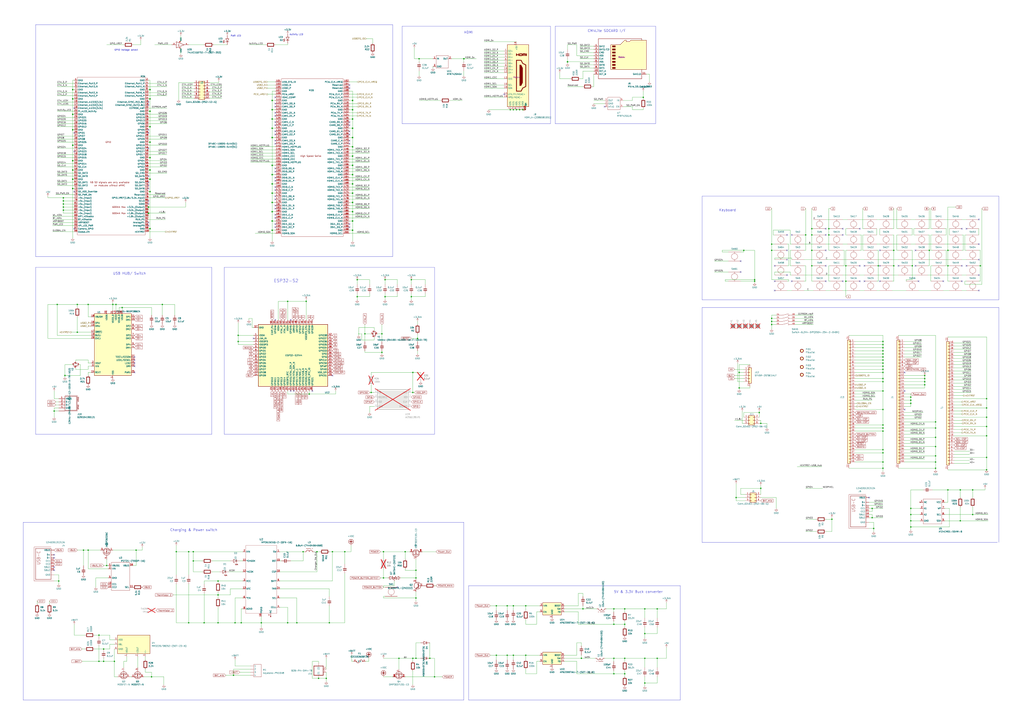
<source format=kicad_sch>
(kicad_sch (version 20250114) (generator "eeschema") (generator_version "9.0")
  (paper "A1")
  (lib_symbols
    (symbol "Connector_Generic:Conn_02x03_Odd_Even" (pin_names (offset 1.016) (hide yes))
      (property "Reference" "J" (at 1.27 5.08 0))
      (property "Value" "Conn_02x03_Odd_Even" (at 1.27 -5.08 0))
      (symbol "Conn_02x03_Odd_Even_1_1"
        (pin passive line (at -5.08 2.54 0) (length 3.81) (name "Pin_1") (number "1"))
        (pin passive line (at -5.08 0 0) (length 3.81) (name "Pin_3") (number "3"))
        (pin passive line (at -5.08 -2.54 0) (length 3.81) (name "Pin_5") (number "5"))
        (pin passive line (at 7.62 2.54 180) (length 3.81) (name "Pin_2") (number "2"))
        (pin passive line (at 7.62 0 180) (length 3.81) (name "Pin_4") (number "4"))
        (pin passive line (at 7.62 -2.54 180) (length 3.81) (name "Pin_6") (number "6"))
      )
    )
    (symbol "Connector_Generic:Conn_02x06_Odd_Even" (pin_names (offset 1.016) (hide yes))
      (property "Reference" "J" (at 1.27 7.62 0))
      (property "Value" "Conn_02x06_Odd_Even" (at 1.27 -10.16 0))
      (symbol "Conn_02x06_Odd_Even_1_1"
        (pin passive line (at -5.08 5.08 0) (length 3.81) (name "Pin_1") (number "1"))
        (pin passive line (at -5.08 2.54 0) (length 3.81) (name "Pin_3") (number "3"))
        (pin passive line (at -5.08 0 0) (length 3.81) (name "Pin_5") (number "5"))
        (pin passive line (at -5.08 -2.54 0) (length 3.81) (name "Pin_7") (number "7"))
        (pin passive line (at -5.08 -5.08 0) (length 3.81) (name "Pin_9") (number "9"))
        (pin passive line (at -5.08 -7.62 0) (length 3.81) (name "Pin_11") (number "11"))
        (pin passive line (at 7.62 5.08 180) (length 3.81) (name "Pin_2") (number "2"))
        (pin passive line (at 7.62 2.54 180) (length 3.81) (name "Pin_4") (number "4"))
        (pin passive line (at 7.62 0 180) (length 3.81) (name "Pin_6") (number "6"))
        (pin passive line (at 7.62 -2.54 180) (length 3.81) (name "Pin_8") (number "8"))
        (pin passive line (at 7.62 -5.08 180) (length 3.81) (name "Pin_10") (number "10"))
        (pin passive line (at 7.62 -7.62 180) (length 3.81) (name "Pin_12") (number "12"))
      )
    )
    (symbol "Interface_USB:FE1.1s"
      (property "Reference" "U" (at -11.43 26.67 0))
      (property "Value" "FE1.1s" (at 12.7 27.94 0))
      (symbol "FE1.1s_1_1"
        (pin input line (at -17.78 22.86 0) (length 2.54) (name "VBUSM") (number "18"))
        (pin bidirectional line (at -17.78 17.78 0) (length 2.54) (name "DPU") (number "16"))
        (pin bidirectional line (at -17.78 15.24 0) (length 2.54) (name "DMU") (number "15"))
        (pin input line (at -17.78 10.16 0) (length 2.54) (name "~{XRSTJ}") (number "17"))
        (pin input line (at -17.78 7.62 0) (length 2.54) (name "BUSJ") (number "19"))
        (pin input line (at -17.78 5.08 0) (length 2.54) (name "OVCJ") (number "26"))
        (pin output line (at -17.78 -15.24 0) (length 2.54) (name "XOUT") (number "2"))
        (pin input line (at -17.78 -17.78 0) (length 2.54) (name "XIN") (number "3"))
        (pin passive line (at -17.78 -22.86 0) (length 2.54) (name "REXT") (number "14"))
        (pin power_in line (at -5.08 27.94 270) (length 2.54) (name "VDD5") (number "20"))
        (pin power_out line (at 0 27.94 270) (length 2.54) (name "VD33_O") (number "21"))
        (pin power_in line (at 0 -27.94 90) (length 2.54) (name "VSS") (number "1"))
        (pin power_in line (at 2.54 27.94 270) (length 2.54) (name "VD33") (number "13"))
        (pin power_out line (at 5.08 27.94 270) (length 2.54) (name "VD18_O") (number "12"))
        (pin power_in line (at 7.62 27.94 270) (length 2.54) (name "VD18") (number "28"))
        (pin bidirectional line (at 17.78 22.86 180) (length 2.54) (name "DP1") (number "11"))
        (pin bidirectional line (at 17.78 20.32 180) (length 2.54) (name "DM1") (number "10"))
        (pin bidirectional line (at 17.78 15.24 180) (length 2.54) (name "DP2") (number "9"))
        (pin bidirectional line (at 17.78 12.7 180) (length 2.54) (name "DM2") (number "8"))
        (pin bidirectional line (at 17.78 7.62 180) (length 2.54) (name "DP3") (number "7"))
        (pin bidirectional line (at 17.78 5.08 180) (length 2.54) (name "DM3") (number "6"))
        (pin bidirectional line (at 17.78 0 180) (length 2.54) (name "DP4") (number "5"))
        (pin bidirectional line (at 17.78 -2.54 180) (length 2.54) (name "DM4") (number "4"))
        (pin bidirectional line (at 17.78 -10.16 180) (length 2.54) (name "TESTJ/EESDA") (number "27"))
        (pin bidirectional line (at 17.78 -12.7 180) (length 2.54) (name "LED1/EESCL") (number "23"))
        (pin bidirectional line (at 17.78 -15.24 180) (length 2.54) (name "LED2") (number "24"))
        (pin bidirectional line (at 17.78 -17.78 180) (length 2.54) (name "DRV") (number "22"))
        (pin output line (at 17.78 -22.86 180) (length 2.54) (name "PWRJ") (number "25"))
      )
    )
    (symbol "Mechanical:Fiducial"
      (property "Reference" "FID" (at 0 5.08 0))
      (property "Value" "Fiducial" (at 0 3.175 0))
    )
    (symbol "mutantCybernetics:2N2222-(SOT23)" (pin_names (offset 0) (hide yes))
      (property "Reference" "Q" (at 5.08 2.54 0))
      (property "Value" "2N2222-(SOT23)" (at 5.08 0 0))
      (symbol "2N2222-(SOT23)_1_1"
        (pin passive line (at -6.35 0 0) (length 5.715) (name "B") (number "1"))
        (pin passive line (at 1.27 5.08 270) (length 2.54) (name "C") (number "3"))
        (pin passive line (at 1.27 -5.08 90) (length 2.54) (name "E") (number "2"))
      )
    )
    (symbol "mutantCybernetics:74LVC1G07"
      (property "Reference" "U" (at 5.08 -3.81 0))
      (property "Value" "74LVC1G07" (at 5.08 -6.35 0))
      (symbol "74LVC1G07_1_1"
        (pin input line (at -7.62 0 0) (length 3.81) (name "~") (number "2"))
        (pin power_in line (at 0 2.54 90) (length 0) (name "VCC") (number "5"))
        (pin power_in line (at 0 -2.54 270) (length 0) (name "GND") (number "3"))
        (pin open_collector line (at 6.35 0 180) (length 3.81) (name "~") (number "4"))
      )
    )
    (symbol "mutantCybernetics:AT24CM01-SSHM-B"
      (property "Reference" "U" (at 5.08 -13.97 0))
      (property "Value" "AT24CM01-SSHM-B" (at 5.08 -16.51 0))
      (symbol "AT24CM01-SSHM-B_1_0"
        (pin no_connect line (at -10.16 7.62 0) (length 2.54) (name "NC") (number "1"))
        (pin input line (at -10.16 2.54 0) (length 2.54) (name "A1") (number "2"))
        (pin input line (at -10.16 -2.54 0) (length 2.54) (name "A2") (number "3"))
        (pin power_in line (at -10.16 -7.62 0) (length 2.54) (name "GND") (number "4"))
        (pin power_in line (at 10.16 7.62 180) (length 2.54) (name "VCC") (number "8"))
        (pin bidirectional line (at 10.16 2.54 180) (length 2.54) (name "WP") (number "7"))
        (pin input line (at 10.16 -2.54 180) (length 2.54) (name "SCL") (number "6"))
        (pin bidirectional line (at 10.16 -7.62 180) (length 2.54) (name "SDA") (number "5"))
      )
    )
    (symbol "mutantCybernetics:BAT54C-(SOT-23-3)"
      (property "Reference" "D" (at 2.54 2.54 0))
      (property "Value" "BAT54C-(SOT-23-3)" (at 2.54 0 0))
      (symbol "BAT54C-(SOT-23-3)_1_0"
        (pin passive line (at -2.54 0 0) (length 2.54) (name "CC") (number "3"))
        (pin passive line (at 0 5.08 270) (length 1.27) (name "A2") (number "2"))
        (pin passive line (at 0 -5.08 90) (length 1.27) (name "A1") (number "1"))
      )
    )
    (symbol "mutantCybernetics:Battery_holder-18650x2(keystone-PN1048)"
      (property "Reference" "M" (at 6.35 2.54 0))
      (property "Value" "Battery_holder-18650x2(keystone-PN1048)" (at 6.35 0 0))
      (symbol "Battery_holder-18650x2(keystone-PN1048)_1_1"
        (pin bidirectional line (at -3.81 3.81 0) (length 2.54) (name "1") (number "1"))
        (pin bidirectional line (at -3.81 1.27 0) (length 2.54) (name "2") (number "2"))
        (pin bidirectional line (at -3.81 -1.27 0) (length 2.54) (name "3") (number "3"))
        (pin bidirectional line (at -3.81 -3.81 0) (length 2.54) (name "4") (number "4"))
      )
    )
    (symbol "mutantCybernetics:Capasitor"
      (property "Reference" "C" (at 2.54 1.27 0))
      (property "Value" "Capasitor" (at 2.54 -1.27 0))
      (symbol "Capasitor_1_0"
        (pin passive line (at 0 3.81 270) (length 2.54) (name "1") (number "1"))
        (pin passive line (at 0 -3.81 90) (length 3.81) (name "2") (number "2"))
      )
    )
    (symbol "mutantCybernetics:Crystal-4pin" (pin_names (offset 1.016) (hide yes))
      (property "Reference" "Y" (at 2.54 -2.54 0))
      (property "Value" "Crystal-4pin" (at 2.54 -5.08 0))
      (symbol "Crystal-4pin_1_1"
        (pin passive line (at -2.54 0 0) (length 1.27) (name "1") (number "1"))
        (pin passive line (at 0 2.54 270) (length 0.635) (name "4") (number "4"))
        (pin passive line (at 0 -2.54 90) (length 0.635) (name "2") (number "2"))
        (pin passive line (at 2.54 0 180) (length 1.27) (name "3") (number "3"))
      )
    )
    (symbol "mutantCybernetics:Diode"
      (property "Reference" "D" (at 2.54 -1.27 0))
      (property "Value" "Diode" (at 2.54 1.27 0))
      (symbol "Diode_1_0"
        (pin passive line (at 0 3.81 270) (length 2.54) (name "C") (number "C"))
        (pin passive line (at 0 -3.81 90) (length 2.54) (name "A") (number "A"))
      )
    )
    (symbol "mutantCybernetics:ESP32-S2-(QFN-56)"
      (property "Reference" "U" (at 25.4 -30.48 0))
      (property "Value" "ESP32-S2-(QFN-56)" (at 0 0 0))
      (symbol "ESP32-S2-(QFN-56)_1_1"
        (pin input line (at -33.02 22.86 0) (length 3.81) (name "GND") (number "57"))
        (pin input line (at -33.02 16.51 0) (length 3.81) (name "VDDA") (number "1"))
        (pin input line (at -33.02 13.97 0) (length 3.81) (name "LNA_IN") (number "2"))
        (pin input line (at -33.02 11.43 0) (length 3.81) (name "VDD3P3") (number "3"))
        (pin input line (at -33.02 8.89 0) (length 3.81) (name "VDD3P3") (number "4"))
        (pin input line (at -33.02 6.35 0) (length 3.81) (name "GPIO0") (number "5"))
        (pin input line (at -33.02 3.81 0) (length 3.81) (name "GPIO1") (number "6"))
        (pin input line (at -33.02 1.27 0) (length 3.81) (name "GPIO2") (number "7"))
        (pin input line (at -33.02 -1.27 0) (length 3.81) (name "GPIO3") (number "8"))
        (pin input line (at -33.02 -3.81 0) (length 3.81) (name "GPIO4") (number "9"))
        (pin input line (at -33.02 -6.35 0) (length 3.81) (name "GPIO5") (number "10"))
        (pin input line (at -33.02 -8.89 0) (length 3.81) (name "GPIO6") (number "11"))
        (pin input line (at -33.02 -11.43 0) (length 3.81) (name "GPIO7") (number "12"))
        (pin input line (at -33.02 -13.97 0) (length 3.81) (name "GPIO8") (number "13"))
        (pin input line (at -33.02 -16.51 0) (length 3.81) (name "GPIO9") (number "14"))
        (pin input line (at -17.78 29.21 270) (length 3.81) (name "CHIP_PU") (number "56"))
        (pin input line (at -17.78 -29.21 90) (length 3.81) (name "GPIO10") (number "15"))
        (pin input line (at -15.24 29.21 270) (length 3.81) (name "GPIO46") (number "55"))
        (pin input line (at -15.24 -29.21 90) (length 3.81) (name "GPIO11") (number "16"))
        (pin input line (at -12.7 29.21 270) (length 3.81) (name "VDDA") (number "54"))
        (pin input line (at -12.7 -29.21 90) (length 3.81) (name "GPIO12") (number "17"))
        (pin input line (at -10.16 29.21 270) (length 3.81) (name "KTAL_P") (number "53"))
        (pin input line (at -10.16 -29.21 90) (length 3.81) (name "GPIO13") (number "18"))
        (pin input line (at -7.62 29.21 270) (length 3.81) (name "XTAL_N") (number "52"))
        (pin input line (at -7.62 -29.21 90) (length 3.81) (name "GPIO14") (number "19"))
        (pin input line (at -5.08 29.21 270) (length 3.81) (name "VDDA") (number "51"))
        (pin input line (at -5.08 -29.21 90) (length 3.81) (name "VDD3P3_RTC") (number "20"))
        (pin input line (at -2.54 29.21 270) (length 3.81) (name "GPIO45") (number "50"))
        (pin input line (at -2.54 -29.21 90) (length 3.81) (name "GPIO15/XTAL_32K_P") (number "21"))
        (pin input line (at 0 29.21 270) (length 3.81) (name "U0RXD") (number "49"))
        (pin input line (at 0 -29.21 90) (length 3.81) (name "GPIO16/XTAL_32K_N") (number "22"))
        (pin input line (at 2.54 29.21 270) (length 3.81) (name "U0TXD") (number "48"))
        (pin input line (at 2.54 -29.21 90) (length 3.81) (name "GPIO17/DAC_1") (number "23"))
        (pin input line (at 5.08 29.21 270) (length 3.81) (name "GPIO42") (number "47"))
        (pin input line (at 5.08 -29.21 90) (length 3.81) (name "GPIO18/DAC_2") (number "24"))
        (pin input line (at 7.62 29.21 270) (length 3.81) (name "GPIO41") (number "46"))
        (pin input line (at 7.62 -29.21 90) (length 3.81) (name "GPIO19/USB_N") (number "25"))
        (pin input line (at 10.16 29.21 270) (length 3.81) (name "VDD3P3_CPU") (number "45"))
        (pin input line (at 10.16 -29.21 90) (length 3.81) (name "GPIO20/USB_P") (number "26"))
        (pin input line (at 12.7 29.21 270) (length 3.81) (name "GPIO40") (number "44"))
        (pin input line (at 12.7 -29.21 90) (length 3.81) (name "VDD3P3_RTC_IO") (number "27"))
        (pin input line (at 15.24 29.21 270) (length 3.81) (name "GPIO39") (number "43"))
        (pin input line (at 15.24 -29.21 90) (length 3.81) (name "GPIO21") (number "28"))
        (pin input line (at 31.75 16.51 180) (length 3.81) (name "GPIO38") (number "42"))
        (pin input line (at 31.75 13.97 180) (length 3.81) (name "GPIO37") (number "41"))
        (pin input line (at 31.75 11.43 180) (length 3.81) (name "GPIO36") (number "40"))
        (pin input line (at 31.75 8.89 180) (length 3.81) (name "GPIO35") (number "39"))
        (pin input line (at 31.75 6.35 180) (length 3.81) (name "GPIO34") (number "38"))
        (pin input line (at 31.75 3.81 180) (length 3.81) (name "GPIO33") (number "37"))
        (pin input line (at 31.75 1.27 180) (length 3.81) (name "SPID") (number "36"))
        (pin input line (at 31.75 -1.27 180) (length 3.81) (name "SPIQ") (number "35"))
        (pin input line (at 31.75 -3.81 180) (length 3.81) (name "SPICLK") (number "34"))
        (pin input line (at 31.75 -6.35 180) (length 3.81) (name "SPICS0") (number "33"))
        (pin input line (at 31.75 -8.89 180) (length 3.81) (name "SPIWP") (number "32"))
        (pin input line (at 31.75 -11.43 180) (length 3.81) (name "SPIHD") (number "31"))
        (pin input line (at 31.75 -13.97 180) (length 3.81) (name "VDD_SPI") (number "30"))
        (pin input line (at 31.75 -16.51 180) (length 3.81) (name "SPICS1") (number "29"))
      )
    )
    (symbol "mutantCybernetics:FPC-40" (pin_names (offset 1.016) (hide yes))
      (property "Reference" "J" (at 3.81 2.54 0))
      (symbol "FPC-40_1_1"
        (pin passive line (at -5.08 48.26 0) (length 3.81) (name "Pin_1") (number "1"))
        (pin passive line (at -5.08 45.72 0) (length 3.81) (name "Pin_2") (number "2"))
        (pin passive line (at -5.08 43.18 0) (length 3.81) (name "Pin_3") (number "3"))
        (pin passive line (at -5.08 40.64 0) (length 3.81) (name "Pin_4") (number "4"))
        (pin passive line (at -5.08 38.1 0) (length 3.81) (name "Pin_5") (number "5"))
        (pin passive line (at -5.08 35.56 0) (length 3.81) (name "Pin_6") (number "6"))
        (pin passive line (at -5.08 33.02 0) (length 3.81) (name "Pin_7") (number "7"))
        (pin passive line (at -5.08 30.48 0) (length 3.81) (name "Pin_8") (number "8"))
        (pin passive line (at -5.08 27.94 0) (length 3.81) (name "Pin_9") (number "9"))
        (pin passive line (at -5.08 25.4 0) (length 3.81) (name "Pin_10") (number "10"))
        (pin passive line (at -5.08 22.86 0) (length 3.81) (name "Pin_11") (number "11"))
        (pin passive line (at -5.08 20.32 0) (length 3.81) (name "Pin_12") (number "12"))
        (pin passive line (at -5.08 17.78 0) (length 3.81) (name "Pin_13") (number "13"))
        (pin passive line (at -5.08 15.24 0) (length 3.81) (name "Pin_14") (number "14"))
        (pin passive line (at -5.08 12.7 0) (length 3.81) (name "Pin_15") (number "15"))
        (pin passive line (at -5.08 10.16 0) (length 3.81) (name "Pin_16") (number "16"))
        (pin passive line (at -5.08 7.62 0) (length 3.81) (name "Pin_17") (number "17"))
        (pin passive line (at -5.08 5.08 0) (length 3.81) (name "Pin_18") (number "18"))
        (pin passive line (at -5.08 2.54 0) (length 3.81) (name "Pin_19") (number "19"))
        (pin passive line (at -5.08 0 0) (length 3.81) (name "Pin_20") (number "20"))
        (pin passive line (at -5.08 -2.54 0) (length 3.81) (name "Pin_21") (number "21"))
        (pin passive line (at -5.08 -5.08 0) (length 3.81) (name "Pin_22") (number "22"))
        (pin passive line (at -5.08 -7.62 0) (length 3.81) (name "Pin_23") (number "23"))
        (pin passive line (at -5.08 -10.16 0) (length 3.81) (name "Pin_24") (number "24"))
        (pin passive line (at -5.08 -12.7 0) (length 3.81) (name "Pin_25") (number "25"))
        (pin passive line (at -5.08 -15.24 0) (length 3.81) (name "Pin_26") (number "26"))
        (pin passive line (at -5.08 -17.78 0) (length 3.81) (name "Pin_27") (number "27"))
        (pin passive line (at -5.08 -20.32 0) (length 3.81) (name "Pin_28") (number "28"))
        (pin passive line (at -5.08 -22.86 0) (length 3.81) (name "Pin_29") (number "29"))
        (pin passive line (at -5.08 -25.4 0) (length 3.81) (name "Pin_30") (number "30"))
        (pin passive line (at -5.08 -27.94 0) (length 3.81) (name "Pin_31") (number "31"))
        (pin passive line (at -5.08 -30.48 0) (length 3.81) (name "Pin_32") (number "32"))
        (pin passive line (at -5.08 -33.02 0) (length 3.81) (name "Pin_33") (number "33"))
        (pin passive line (at -5.08 -35.56 0) (length 3.81) (name "Pin_34") (number "34"))
        (pin passive line (at -5.08 -38.1 0) (length 3.81) (name "Pin_35") (number "35"))
        (pin passive line (at -5.08 -40.64 0) (length 3.81) (name "Pin_36") (number "36"))
        (pin passive line (at -5.08 -43.18 0) (length 3.81) (name "Pin_37") (number "37"))
        (pin passive line (at -5.08 -45.72 0) (length 3.81) (name "Pin_38") (number "38"))
        (pin passive line (at -5.08 -48.26 0) (length 3.81) (name "Pin_39") (number "39"))
        (pin passive line (at -5.08 -50.8 0) (length 3.81) (name "Pin_40") (number "40"))
        (pin passive line (at 0 53.34 270) (length 3.81) (name "Z1") (number "Z1"))
        (pin passive line (at 0 -55.88 90) (length 3.81) (name "Z2") (number "Z2"))
      )
    )
    (symbol "mutantCybernetics:FPC-5" (pin_names (offset 1.016) (hide yes))
      (property "Reference" "J" (at 3.81 2.54 0))
      (property "Value" "FPC-5" (at 3.81 0 0))
      (symbol "FPC-5_1_1"
        (pin passive line (at -5.08 5.08 0) (length 3.81) (name "Pin_1") (number "1"))
        (pin passive line (at -5.08 2.54 0) (length 3.81) (name "Pin_2") (number "2"))
        (pin passive line (at -5.08 0 0) (length 3.81) (name "Pin_3") (number "3"))
        (pin passive line (at -5.08 -2.54 0) (length 3.81) (name "Pin_4") (number "4"))
        (pin passive line (at -5.08 -5.08 0) (length 3.81) (name "Pin_5") (number "5"))
        (pin input line (at 0 8.89 270) (length 2.54) (name "Z1") (number "Z1"))
        (pin input line (at 0 -8.89 90) (length 2.54) (name "Z2") (number "Z2"))
      )
    )
    (symbol "mutantCybernetics:Fuse" (pin_names (offset 1.016))
      (property "Reference" "F" (at 0.254 2.794 0))
      (property "Value" "Fuse" (at 0 -2.54 0))
      (symbol "Fuse_1_0"
        (pin passive line (at -5.08 0 0) (length 2.54) (name "1") (number "1"))
        (pin passive line (at 5.08 0 180) (length 2.54) (name "2") (number "2"))
      )
    )
    (symbol "mutantCybernetics:HDMI_A_1.4"
      (property "Reference" "J" (at 12.7 2.54 0))
      (property "Value" "HDMI_A_1.4" (at 12.7 0 0))
      (property "Manufacturer" "Molex" (at 0 0 0))
      (symbol "HDMI_A_1.4_0_0"
        (pin passive line (at 7.62 -26.67 90) (length 2.54) (name "SH") (number "SH2"))
        (pin passive line (at 7.62 -26.67 90) (length 2.54) (name "SH") (number "SH3"))
        (pin passive line (at 7.62 -26.67 90) (length 2.54) (name "SH") (number "SH4"))
      )
      (symbol "HDMI_A_1.4_1_1"
        (pin passive line (at -10.16 21.59 0) (length 2.54) (name "D2+") (number "1"))
        (pin passive line (at -10.16 19.05 0) (length 2.54) (name "D2-") (number "3"))
        (pin passive line (at -10.16 16.51 0) (length 2.54) (name "D1+") (number "4"))
        (pin passive line (at -10.16 13.97 0) (length 2.54) (name "D1-") (number "6"))
        (pin passive line (at -10.16 11.43 0) (length 2.54) (name "D0+") (number "7"))
        (pin passive line (at -10.16 8.89 0) (length 2.54) (name "D0-") (number "9"))
        (pin passive line (at -10.16 6.35 0) (length 2.54) (name "CK+") (number "10"))
        (pin passive line (at -10.16 3.81 0) (length 2.54) (name "CK-") (number "12"))
        (pin bidirectional line (at -10.16 -1.27 0) (length 2.54) (name "CEC") (number "13"))
        (pin passive line (at -10.16 -6.35 0) (length 2.54) (name "SCL") (number "15"))
        (pin bidirectional line (at -10.16 -8.89 0) (length 2.54) (name "SDA") (number "16"))
        (pin passive line (at -10.16 -13.97 0) (length 2.54) (name "UTILITY/HEAC+") (number "14"))
        (pin passive line (at -10.16 -16.51 0) (length 2.54) (name "HPD/HEAC-") (number "19"))
        (pin power_in line (at -5.08 -26.67 90) (length 2.54) (name "D2S") (number "2"))
        (pin power_in line (at -2.54 -26.67 90) (length 2.54) (name "D1S") (number "5"))
        (pin power_in line (at 0 29.21 270) (length 2.54) (name "+5V") (number "18"))
        (pin power_in line (at 0 -26.67 90) (length 2.54) (name "D0S") (number "8"))
        (pin power_in line (at 2.54 -26.67 90) (length 2.54) (name "CKS") (number "11"))
        (pin power_in line (at 5.08 -26.67 90) (length 2.54) (name "GND") (number "17"))
        (pin passive line (at 7.62 -26.67 90) (length 2.54) (name "SH") (number "SH1"))
      )
    )
    (symbol "mutantCybernetics:IP2721-(TSSOP-16)"
      (property "Reference" "U" (at 5.08 -15.24 0))
      (property "Value" "IP2721-(TSSOP-16)" (at 5.08 -17.78 0))
      (symbol "IP2721-(TSSOP-16)_1_1"
        (pin output line (at -10.16 8.89 0) (length 2.54) (name "VBUSG") (number "1"))
        (pin power_in line (at -10.16 6.35 0) (length 2.54) (name "VIN") (number "2"))
        (pin no_connect line (at -10.16 3.81 0) (length 2.54) (hide yes) (name "NC") (number "3"))
        (pin no_connect line (at -10.16 1.27 0) (length 2.54) (hide yes) (name "NC") (number "4"))
        (pin power_in line (at -10.16 -1.27 0) (length 2.54) (name "GND") (number "5"))
        (pin no_connect line (at -10.16 -3.81 0) (length 2.54) (hide yes) (name "NC") (number "9"))
        (pin bidirectional line (at -10.16 -6.35 0) (length 2.54) (name "CC1") (number "13"))
        (pin bidirectional line (at -10.16 -8.89 0) (length 2.54) (name "CC2") (number "12"))
        (pin power_in line (at 10.16 8.89 180) (length 2.54) (name "VBUS") (number "16"))
        (pin no_connect line (at 10.16 6.35 180) (length 2.54) (hide yes) (name "NC") (number "15"))
        (pin no_connect line (at 10.16 3.81 180) (length 2.54) (hide yes) (name "NC") (number "14"))
        (pin no_connect line (at 10.16 1.27 180) (length 2.54) (hide yes) (name "NC") (number "10"))
        (pin no_connect line (at 10.16 -1.27 180) (length 2.54) (hide yes) (name "TST3") (number "8"))
        (pin no_connect line (at 10.16 -3.81 180) (length 2.54) (hide yes) (name "TST2") (number "7"))
        (pin no_connect line (at 10.16 -6.35 180) (length 2.54) (hide yes) (name "TST1") (number "6"))
        (pin input line (at 10.16 -8.89 180) (length 2.54) (name "SEL") (number "11"))
      )
    )
    (symbol "mutantCybernetics:Inductor"
      (property "Reference" "L" (at 1.27 1.27 0))
      (property "Value" "Inductor" (at 1.27 -1.27 0))
      (symbol "Inductor_1_0"
        (pin passive line (at 0 3.81 270) (length 1.27) (name "1") (number "1"))
        (pin passive line (at 0 -3.81 90) (length 1.27) (name "2") (number "2"))
      )
    )
    (symbol "mutantCybernetics:JST-PH2"
      (property "Reference" "J" (at 5.08 2.54 0))
      (property "Value" "JST-PH2" (at 5.08 0 0))
      (symbol "JST-PH2_1_0"
        (pin passive line (at -6.35 1.27 0) (length 2.54) (name "1") (number "1"))
        (pin passive line (at -6.35 -1.27 0) (length 2.54) (name "2") (number "2"))
        (pin bidirectional line (at 0 6.35 270) (length 2.54) (name "Z1") (number "Z1"))
        (pin bidirectional line (at 0 -6.35 90) (length 2.54) (name "Z2") (number "Z2"))
      )
    )
    (symbol "mutantCybernetics:LED"
      (property "Reference" "D" (at 3.81 1.27 0))
      (property "Value" "LED" (at 3.81 -1.27 0))
      (symbol "LED_1_0"
        (pin passive line (at 0 3.81 270) (length 2.54) (name "C") (number "C"))
        (pin passive line (at 0 -3.81 90) (length 2.54) (name "A") (number "A"))
      )
    )
    (symbol "mutantCybernetics:MM3220/S8252-(SOT-23-6)"
      (property "Reference" "U" (at 11.43 -11.43 0))
      (property "Value" "MM3220/S8252-(SOT-23-6)" (at 11.43 -13.97 0))
      (symbol "MM3220/S8252-(SOT-23-6)_1_1"
        (pin input line (at -17.78 3.81 0) (length 2.54) (name "VDD") (number "5"))
        (pin input line (at -17.78 0 0) (length 2.54) (name "VBL") (number "4"))
        (pin passive line (at -17.78 -3.81 0) (length 2.54) (name "GND") (number "6"))
        (pin power_in line (at -7.62 -10.16 90) (length 2.54) (name "DOUT") (number "1"))
        (pin power_out line (at 1.27 -10.16 90) (length 2.54) (name "COUT") (number "2"))
        (pin power_in line (at 7.62 -10.16 90) (length 2.54) (name "V-") (number "3"))
      )
    )
    (symbol "mutantCybernetics:MOSFET-N" (pin_names (hide yes))
      (property "Reference" "Q" (at 3.81 2.54 0))
      (property "Value" "MOSFET-N" (at 3.81 0 0))
      (symbol "MOSFET-N_1_1"
        (pin passive line (at -6.35 0 0) (length 2.54) (name "4") (number "4"))
        (pin passive line (at 1.27 5.08 270) (length 2.54) (name "5") (number "5"))
        (pin passive line (at 1.27 5.08 270) (length 2.54) (hide yes) (name "6") (number "6"))
        (pin passive line (at 1.27 5.08 270) (length 2.54) (hide yes) (name "7") (number "7"))
        (pin passive line (at 1.27 5.08 270) (length 2.54) (hide yes) (name "8") (number "8"))
        (pin passive line (at 1.27 -5.08 90) (length 2.54) (name "1") (number "1"))
        (pin passive line (at 1.27 -5.08 90) (length 2.54) (hide yes) (name "2") (number "2"))
        (pin passive line (at 1.27 -5.08 90) (length 2.54) (hide yes) (name "3") (number "3"))
      )
    )
    (symbol "mutantCybernetics:MOSFET-P" (pin_names (offset 0.254) (hide yes))
      (property "Reference" "Q" (at 3.81 2.54 0))
      (property "Value" "MOSFET-P" (at 3.81 0 0))
      (symbol "MOSFET-P_1_1"
        (pin unspecified line (at -5.08 0 0) (length 2.54) (name "4") (number "4"))
        (pin unspecified line (at 1.27 5.08 270) (length 2.54) (name "5") (number "5"))
        (pin unspecified line (at 1.27 5.08 270) (length 2.54) (name "6") (number "6"))
        (pin unspecified line (at 1.27 5.08 270) (length 2.54) (name "7") (number "7"))
        (pin unspecified line (at 1.27 5.08 270) (length 2.54) (name "8") (number "8"))
        (pin unspecified line (at 1.27 -5.08 90) (length 2.54) (name "1") (number "1"))
        (pin unspecified line (at 1.27 -5.08 90) (length 2.54) (name "2") (number "2"))
        (pin unspecified line (at 1.27 -5.08 90) (length 2.54) (name "3") (number "3"))
      )
    )
    (symbol "mutantCybernetics:MP2615-(QFN-3x3)" (pin_names (offset 0.254))
      (property "Reference" "U" (at 20.32 -31.75 0))
      (property "Value" "MP2615-(QFN-16)" (at 20.32 -34.29 0))
      (symbol "MP2615-(QFN-3x3)_0_1"
        (pin unspecified line (at -15.24 15.24 0) (length 2.54) (name "*CHGOK") (number "11"))
        (pin input line (at -15.24 6.35 0) (length 2.54) (name "*ACOK") (number "12"))
        (pin power_in line (at -15.24 -1.27 0) (length 2.54) (name "VCC") (number "3"))
        (pin input line (at -15.24 -7.62 0) (length 2.54) (name "NTC") (number "13"))
        (pin bidirectional line (at -15.24 -15.24 0) (length 2.54) (name "*EN") (number "6"))
        (pin power_out line (at -15.24 -24.13 0) (length 2.54) (name "AGND") (number "8"))
        (pin power_out line (at 0 -30.48 90) (length 2.54) (name "PGND") (number "16"))
        (pin no_connect line (at 7.62 -30.48 90) (length 2.54) (name "NC") (number "7"))
        (pin output line (at 15.24 22.86 180) (length 2.54) (name "SW") (number "1"))
        (pin unspecified line (at 15.24 15.24 180) (length 2.54) (name "BST") (number "15"))
        (pin input line (at 15.24 6.35 180) (length 2.54) (name "CSP") (number "10"))
        (pin power_in line (at 15.24 -1.27 180) (length 2.54) (name "BATT") (number "9"))
        (pin unspecified line (at 15.24 -7.62 180) (length 2.54) (name "TMR") (number "14"))
        (pin input line (at 15.24 -15.24 180) (length 2.54) (name "SEL") (number "5"))
        (pin input line (at 15.24 -22.86 180) (length 2.54) (name "CELL") (number "4"))
      )
      (symbol "MP2615-(QFN-3x3)_1_1"
        (pin power_in line (at -15.24 22.86 0) (length 2.54) (name "VIN") (number "2"))
      )
    )
    (symbol "mutantCybernetics:Module-ComputeModule4-CM4"
      (property "Reference" "M" (at -30.48 58.42 0))
      (property "Value" "Module-ComputeModule4-CM4" (at 67.31 0 0))
      (symbol "Module-ComputeModule4-CM4_1_0"
        (text "GPIO" (at 0 5.08 0) (effects (font (size 1.27 1.27))))
      )
      (symbol "Module-ComputeModule4-CM4_1_1"
        (text "600mA Max" (at -8.89 -48.26 0) (effects (font (size 1.27 1.27))))
        (text "600mA Max" (at -8.89 -53.34 0) (effects (font (size 1.27 1.27))))
        (text "NB SD signals are only available" (at -1.27 -27.94 0) (effects (font (size 1.27 1.27))))
        (text "on modules without eMMC" (at -1.27 -30.48 0) (effects (font (size 1.27 1.27))))
        (pin power_in line (at -33.02 55.88 0) (length 2.54) (name "GND") (number "2"))
        (pin passive line (at -33.02 53.34 0) (length 2.54) (name "Ethernet_Pair1_P") (number "4"))
        (pin passive line (at -33.02 50.8 0) (length 2.54) (name "Ethernet_Pair1_N") (number "6"))
        (pin power_in line (at -33.02 48.26 0) (length 2.54) (name "GND") (number "8"))
        (pin passive line (at -33.02 45.72 0) (length 2.54) (name "Ethernet_Pair0_N") (number "10"))
        (pin passive line (at -33.02 43.18 0) (length 2.54) (name "Ethernet_Pair0_P") (number "12"))
        (pin power_in line (at -33.02 40.64 0) (length 2.54) (name "GND") (number "14"))
        (pin input line (at -33.02 38.1 0) (length 2.54) (name "Ethernet_SYNC_IN(1.8v)") (number "16"))
        (pin input line (at -33.02 35.56 0) (length 2.54) (name "Ethernet_SYNC_OUT(1.8v)") (number "18"))
        (pin passive line (at -33.02 33.02 0) (length 2.54) (name "EEPROM_nWP") (number "20"))
        (pin power_in line (at -33.02 30.48 0) (length 2.54) (name "GND") (number "22"))
        (pin passive line (at -33.02 27.94 0) (length 2.54) (name "GPIO26") (number "24"))
        (pin passive line (at -33.02 25.4 0) (length 2.54) (name "GPIO19") (number "26"))
        (pin passive line (at -33.02 22.86 0) (length 2.54) (name "GPIO13") (number "28"))
        (pin passive line (at -33.02 20.32 0) (length 2.54) (name "GPIO6") (number "30"))
        (pin power_in line (at -33.02 17.78 0) (length 2.54) (name "GND") (number "32"))
        (pin passive line (at -33.02 15.24 0) (length 2.54) (name "GPIO5") (number "34"))
        (pin passive line (at -33.02 12.7 0) (length 2.54) (name "GPIO0") (number "36"))
        (pin passive line (at -33.02 10.16 0) (length 2.54) (name "GPIO11") (number "38"))
        (pin passive line (at -33.02 7.62 0) (length 2.54) (name "GPIO9") (number "40"))
        (pin power_in line (at -33.02 5.08 0) (length 2.54) (name "GND") (number "42"))
        (pin passive line (at -33.02 2.54 0) (length 2.54) (name "GPIO10") (number "44"))
        (pin passive line (at -33.02 0 0) (length 2.54) (name "GPIO22") (number "46"))
        (pin passive line (at -33.02 -2.54 0) (length 2.54) (name "GPIO27") (number "48"))
        (pin passive line (at -33.02 -5.08 0) (length 2.54) (name "GPIO17") (number "50"))
        (pin power_in line (at -33.02 -7.62 0) (length 2.54) (name "GND") (number "52"))
        (pin passive line (at -33.02 -10.16 0) (length 2.54) (name "GPIO4") (number "54"))
        (pin passive line (at -33.02 -12.7 0) (length 2.54) (name "GPIO3") (number "56"))
        (pin passive line (at -33.02 -15.24 0) (length 2.54) (name "GPIO2") (number "58"))
        (pin power_in line (at -33.02 -17.78 0) (length 2.54) (name "GND") (number "60"))
        (pin passive line (at -33.02 -20.32 0) (length 2.54) (name "SD_CMD") (number "62"))
        (pin passive line (at -33.02 -22.86 0) (length 2.54) (name "SD_DAT5") (number "64"))
        (pin power_in line (at -33.02 -25.4 0) (length 2.54) (name "GND") (number "66"))
        (pin passive line (at -33.02 -27.94 0) (length 2.54) (name "SD_DAT4") (number "68"))
        (pin passive line (at -33.02 -30.48 0) (length 2.54) (name "SD_DAT7") (number "70"))
        (pin passive line (at -33.02 -33.02 0) (length 2.54) (name "SD_DAT6") (number "72"))
        (pin power_in line (at -33.02 -35.56 0) (length 2.54) (name "GND") (number "74"))
        (pin passive line (at -33.02 -38.1 0) (length 2.54) (name "Reserved") (number "76"))
        (pin power_in line (at -33.02 -40.64 0) (length 2.54) (name "GPIO_VREF(1.8v/3.3v_Input)") (number "78"))
        (pin passive line (at -33.02 -43.18 0) (length 2.54) (name "SCL0") (number "80"))
        (pin passive line (at -33.02 -45.72 0) (length 2.54) (name "SDA0") (number "82"))
        (pin power_out line (at -33.02 -48.26 0) (length 2.54) (name "+3.3v_(Output)") (number "84"))
        (pin power_out line (at -33.02 -50.8 0) (length 2.54) (name "+3.3v_(Output)") (number "86"))
        (pin power_out line (at -33.02 -53.34 0) (length 2.54) (name "+1.8v_(Output)") (number "88"))
        (pin power_out line (at -33.02 -55.88 0) (length 2.54) (name "+1.8v_(Output)") (number "90"))
        (pin passive line (at -33.02 -58.42 0) (length 2.54) (name "RUN_PG") (number "92"))
        (pin passive line (at -33.02 -60.96 0) (length 2.54) (name "AnalogIP1") (number "94"))
        (pin passive line (at -33.02 -63.5 0) (length 2.54) (name "AnalogIP0") (number "96"))
        (pin power_in line (at -33.02 -66.04 0) (length 2.54) (name "GND") (number "98"))
        (pin output line (at -33.02 -68.58 0) (length 2.54) (name "nEXTRST") (number "100"))
        (pin power_in line (at 27.94 55.88 180) (length 2.54) (name "GND") (number "1"))
        (pin passive line (at 27.94 53.34 180) (length 2.54) (name "Ethernet_Pair3_P") (number "3"))
        (pin passive line (at 27.94 50.8 180) (length 2.54) (name "Ethernet_Pair3_N") (number "5"))
        (pin power_in line (at 27.94 48.26 180) (length 2.54) (name "GND") (number "7"))
        (pin passive line (at 27.94 45.72 180) (length 2.54) (name "Ethernet_Pair2_N") (number "9"))
        (pin passive line (at 27.94 43.18 180) (length 2.54) (name "Ethernet_Pair2_P") (number "11"))
        (pin power_in line (at 27.94 40.64 180) (length 2.54) (name "GND") (number "13"))
        (pin output line (at 27.94 38.1 180) (length 2.54) (name "Ethernet_nLED3(3.3v)") (number "15"))
        (pin output line (at 27.94 35.56 180) (length 2.54) (name "Ethernet_nLED2(3.3v)") (number "17"))
        (pin output line (at 27.94 33.02 180) (length 2.54) (name "Ethernet_nLED1(3.3v)") (number "19"))
        (pin open_collector line (at 27.94 30.48 180) (length 2.54) (name "PI_nLED_Activity") (number "21"))
        (pin power_in line (at 27.94 27.94 180) (length 2.54) (name "GND") (number "23"))
        (pin passive line (at 27.94 25.4 180) (length 2.54) (name "GPIO21") (number "25"))
        (pin passive line (at 27.94 22.86 180) (length 2.54) (name "GPIO20") (number "27"))
        (pin passive line (at 27.94 20.32 180) (length 2.54) (name "GPIO16") (number "29"))
        (pin passive line (at 27.94 17.78 180) (length 2.54) (name "GPIO12") (number "31"))
        (pin power_in line (at 27.94 15.24 180) (length 2.54) (name "GND") (number "33"))
        (pin passive line (at 27.94 12.7 180) (length 2.54) (name "GPIO1") (number "35"))
        (pin passive line (at 27.94 10.16 180) (length 2.54) (name "GPIO7") (number "37"))
        (pin passive line (at 27.94 7.62 180) (length 2.54) (name "GPIO8") (number "39"))
        (pin passive line (at 27.94 5.08 180) (length 2.54) (name "GPIO25") (number "41"))
        (pin power_in line (at 27.94 2.54 180) (length 2.54) (name "GND") (number "43"))
        (pin passive line (at 27.94 0 180) (length 2.54) (name "GPIO24") (number "45"))
        (pin passive line (at 27.94 -2.54 180) (length 2.54) (name "GPIO23") (number "47"))
        (pin passive line (at 27.94 -5.08 180) (length 2.54) (name "GPIO18") (number "49"))
        (pin passive line (at 27.94 -7.62 180) (length 2.54) (name "GPIO15") (number "51"))
        (pin power_in line (at 27.94 -10.16 180) (length 2.54) (name "GND") (number "53"))
        (pin passive line (at 27.94 -12.7 180) (length 2.54) (name "GPIO14") (number "55"))
        (pin passive line (at 27.94 -15.24 180) (length 2.54) (name "SD_CLK") (number "57"))
        (pin power_in line (at 27.94 -17.78 180) (length 2.54) (name "GND") (number "59"))
        (pin passive line (at 27.94 -20.32 180) (length 2.54) (name "SD_DAT3") (number "61"))
        (pin passive line (at 27.94 -22.86 180) (length 2.54) (name "SD_DAT0") (number "63"))
        (pin power_in line (at 27.94 -25.4 180) (length 2.54) (name "GND") (number "65"))
        (pin passive line (at 27.94 -27.94 180) (length 2.54) (name "SD_DAT1") (number "67"))
        (pin passive line (at 27.94 -30.48 180) (length 2.54) (name "SD_DAT2") (number "69"))
        (pin power_in line (at 27.94 -33.02 180) (length 2.54) (name "GND") (number "71"))
        (pin input line (at 27.94 -35.56 180) (length 2.54) (name "SD_VDD_Override") (number "73"))
        (pin output line (at 27.94 -38.1 180) (length 2.54) (name "SD_PWR_ON") (number "75"))
        (pin power_in line (at 27.94 -40.64 180) (length 2.54) (name "+5v_(Input)") (number "77"))
        (pin power_in line (at 27.94 -43.18 180) (length 2.54) (name "+5v_(Input)") (number "79"))
        (pin power_in line (at 27.94 -45.72 180) (length 2.54) (name "+5v_(Input)") (number "81"))
        (pin power_in line (at 27.94 -48.26 180) (length 2.54) (name "+5v_(Input)") (number "83"))
        (pin power_in line (at 27.94 -50.8 180) (length 2.54) (name "+5v_(Input)") (number "85"))
        (pin power_in line (at 27.94 -53.34 180) (length 2.54) (name "+5v_(Input)") (number "87"))
        (pin power_in line (at 27.94 -55.88 180) (length 2.54) (name "WiFi_nDisable") (number "89"))
        (pin power_in line (at 27.94 -58.42 180) (length 2.54) (name "BT_nDisable") (number "91"))
        (pin input line (at 27.94 -60.96 180) (length 2.54) (name "nRPIBOOT") (number "93"))
        (pin output line (at 27.94 -63.5 180) (length 2.54) (name "nPI_LED_PWR") (number "95"))
        (pin passive line (at 27.94 -66.04 180) (length 2.54) (name "Camera_GPIO") (number "97"))
        (pin input line (at 27.94 -68.58 180) (length 2.54) (name "Global_EN") (number "99"))
      )
      (symbol "Module-ComputeModule4-CM4_2_1"
        (text "High Speed Serial" (at 140.97 0 0) (effects (font (size 1.27 1.27))))
        (pin input line (at 109.22 60.96 0) (length 5.08) (name "PCIe_CLK_nREQ") (number "102"))
        (pin passive line (at 109.22 58.42 0) (length 5.08) (name "Reserved") (number "104"))
        (pin passive line (at 109.22 55.88 0) (length 5.08) (name "Reserved") (number "106"))
        (pin power_in line (at 109.22 53.34 0) (length 5.08) (name "GND") (number "108"))
        (pin output line (at 109.22 50.8 0) (length 5.08) (name "PCIe_CLK_P") (number "110"))
        (pin output line (at 109.22 48.26 0) (length 5.08) (name "PCIe_CLK_N") (number "112"))
        (pin power_in line (at 109.22 45.72 0) (length 5.08) (name "GND") (number "114"))
        (pin input line (at 109.22 43.18 0) (length 5.08) (name "PCIe_RX_P") (number "116"))
        (pin input line (at 109.22 40.64 0) (length 5.08) (name "PCIe_RX_N") (number "118"))
        (pin power_in line (at 109.22 38.1 0) (length 5.08) (name "GND") (number "120"))
        (pin output line (at 109.22 35.56 0) (length 5.08) (name "PCIe_TX_P") (number "122"))
        (pin output line (at 109.22 33.02 0) (length 5.08) (name "PCIe_TX_N") (number "124"))
        (pin power_in line (at 109.22 30.48 0) (length 5.08) (name "GND") (number "126"))
        (pin input line (at 109.22 27.94 0) (length 5.08) (name "CAM0_D0_N") (number "128"))
        (pin input line (at 109.22 25.4 0) (length 5.08) (name "CAM0_D0_P") (number "130"))
        (pin power_in line (at 109.22 22.86 0) (length 5.08) (name "GND") (number "132"))
        (pin input line (at 109.22 20.32 0) (length 5.08) (name "CAM0_D1_N") (number "134"))
        (pin input line (at 109.22 17.78 0) (length 5.08) (name "CAM0_D1_P") (number "136"))
        (pin power_in line (at 109.22 15.24 0) (length 5.08) (name "GND") (number "138"))
        (pin input line (at 109.22 12.7 0) (length 5.08) (name "CAM0_C_N") (number "140"))
        (pin input line (at 109.22 10.16 0) (length 5.08) (name "CAM0_C_P") (number "142"))
        (pin power_in line (at 109.22 7.62 0) (length 5.08) (name "GND") (number "144"))
        (pin output line (at 109.22 5.08 0) (length 5.08) (name "HDMI1_TX2_P") (number "146"))
        (pin output line (at 109.22 2.54 0) (length 5.08) (name "HDMI1_TX2_N") (number "148"))
        (pin power_in line (at 109.22 0 0) (length 5.08) (name "GND") (number "150"))
        (pin output line (at 109.22 -2.54 0) (length 5.08) (name "HDMI1_TX1_P") (number "152"))
        (pin output line (at 109.22 -5.08 0) (length 5.08) (name "HDMI1_TX1_N") (number "154"))
        (pin power_in line (at 109.22 -7.62 0) (length 5.08) (name "GND") (number "156"))
        (pin output line (at 109.22 -10.16 0) (length 5.08) (name "HDMI1_TX0_P") (number "158"))
        (pin output line (at 109.22 -12.7 0) (length 5.08) (name "HDMI1_TX0_N") (number "160"))
        (pin power_in line (at 109.22 -15.24 0) (length 5.08) (name "GND") (number "162"))
        (pin output line (at 109.22 -17.78 0) (length 5.08) (name "HDMI1_CLK_P") (number "164"))
        (pin output line (at 109.22 -20.32 0) (length 5.08) (name "HDMI1_CLK_N") (number "166"))
        (pin power_in line (at 109.22 -22.86 0) (length 5.08) (name "GND") (number "168"))
        (pin output line (at 109.22 -25.4 0) (length 5.08) (name "HDMI0_TX2_P") (number "170"))
        (pin output line (at 109.22 -27.94 0) (length 5.08) (name "HDMI0_TX2_N") (number "172"))
        (pin power_in line (at 109.22 -30.48 0) (length 5.08) (name "GND") (number "174"))
        (pin output line (at 109.22 -33.02 0) (length 5.08) (name "HDMI0_TX1_P") (number "176"))
        (pin output line (at 109.22 -35.56 0) (length 5.08) (name "HDMI0_TX1_N") (number "178"))
        (pin power_in line (at 109.22 -38.1 0) (length 5.08) (name "GND") (number "180"))
        (pin output line (at 109.22 -40.64 0) (length 5.08) (name "HDMI0_TX0_P") (number "182"))
        (pin output line (at 109.22 -43.18 0) (length 5.08) (name "HDMI0_TX0_N") (number "184"))
        (pin power_in line (at 109.22 -45.72 0) (length 5.08) (name "GND") (number "186"))
        (pin output line (at 109.22 -48.26 0) (length 5.08) (name "HDMI0_CLK_P") (number "188"))
        (pin output line (at 109.22 -50.8 0) (length 5.08) (name "HDMI0_CLK_N") (number "190"))
        (pin power_in line (at 109.22 -53.34 0) (length 5.08) (name "GND") (number "192"))
        (pin output line (at 109.22 -55.88 0) (length 5.08) (name "DSI1_D3_N") (number "194"))
        (pin output line (at 109.22 -58.42 0) (length 5.08) (name "DSI1_D3_P") (number "196"))
        (pin power_in line (at 109.22 -60.96 0) (length 5.08) (name "GND") (number "198"))
        (pin open_collector line (at 109.22 -63.5 0) (length 5.08) (name "HDMI0_SCL") (number "200"))
        (pin input line (at 170.18 60.96 180) (length 5.08) (name "USB_OTG_ID") (number "101"))
        (pin passive line (at 170.18 58.42 180) (length 5.08) (name "USB2_N") (number "103"))
        (pin passive line (at 170.18 55.88 180) (length 5.08) (name "USB2_P") (number "105"))
        (pin power_in line (at 170.18 53.34 180) (length 5.08) (name "GND") (number "107"))
        (pin bidirectional line (at 170.18 50.8 180) (length 5.08) (name "PCIe_nRST") (number "109"))
        (pin passive line (at 170.18 48.26 180) (length 5.08) (name "VDAC_COMP") (number "111"))
        (pin power_in line (at 170.18 45.72 180) (length 5.08) (name "GND") (number "113"))
        (pin input line (at 170.18 43.18 180) (length 5.08) (name "CAM1_D0_N") (number "115"))
        (pin input line (at 170.18 40.64 180) (length 5.08) (name "CAM1_D0_P") (number "117"))
        (pin power_in line (at 170.18 38.1 180) (length 5.08) (name "GND") (number "119"))
        (pin input line (at 170.18 35.56 180) (length 5.08) (name "CAM1_D1_N") (number "121"))
        (pin input line (at 170.18 33.02 180) (length 5.08) (name "CAM1_D1_P") (number "123"))
        (pin power_in line (at 170.18 30.48 180) (length 5.08) (name "GND") (number "125"))
        (pin input line (at 170.18 27.94 180) (length 5.08) (name "CAM1_C_N") (number "127"))
        (pin input line (at 170.18 25.4 180) (length 5.08) (name "CAM1_C_P") (number "129"))
        (pin power_in line (at 170.18 22.86 180) (length 5.08) (name "GND") (number "131"))
        (pin input line (at 170.18 20.32 180) (length 5.08) (name "CAM1_D2_N") (number "133"))
        (pin input line (at 170.18 17.78 180) (length 5.08) (name "CAM1_D2_P") (number "135"))
        (pin power_in line (at 170.18 15.24 180) (length 5.08) (name "GND") (number "137"))
        (pin input line (at 170.18 12.7 180) (length 5.08) (name "CAM1_D3_N") (number "139"))
        (pin input line (at 170.18 10.16 180) (length 5.08) (name "CAM1_D3_P") (number "141"))
        (pin input line (at 170.18 7.62 180) (length 5.08) (name "HDMI1_HOTPLUG") (number "143"))
        (pin bidirectional line (at 170.18 5.08 180) (length 5.08) (name "HDMI1_SDA") (number "145"))
        (pin open_collector line (at 170.18 2.54 180) (length 5.08) (name "HDMI1_SCL") (number "147"))
        (pin open_collector line (at 170.18 0 180) (length 5.08) (name "HDMI1_CEC") (number "149"))
        (pin open_collector line (at 170.18 -2.54 180) (length 5.08) (name "HDMI0_CEC") (number "151"))
        (pin input line (at 170.18 -5.08 180) (length 5.08) (name "HDMI0_HOTPLUG") (number "153"))
        (pin power_in line (at 170.18 -7.62 180) (length 5.08) (name "GND") (number "155"))
        (pin output line (at 170.18 -10.16 180) (length 5.08) (name "DSI0_D0_N") (number "157"))
        (pin output line (at 170.18 -12.7 180) (length 5.08) (name "DSI0_D0_P") (number "159"))
        (pin power_in line (at 170.18 -15.24 180) (length 5.08) (name "GND") (number "161"))
        (pin output line (at 170.18 -17.78 180) (length 5.08) (name "DSI0_D1_N") (number "163"))
        (pin output line (at 170.18 -20.32 180) (length 5.08) (name "DSI0_D1_P") (number "165"))
        (pin power_in line (at 170.18 -22.86 180) (length 5.08) (name "GND") (number "167"))
        (pin output line (at 170.18 -25.4 180) (length 5.08) (name "DSI0_C_N") (number "169"))
        (pin output line (at 170.18 -27.94 180) (length 5.08) (name "DSI0_C_P") (number "171"))
        (pin power_in line (at 170.18 -30.48 180) (length 5.08) (name "GND") (number "173"))
        (pin output line (at 170.18 -33.02 180) (length 5.08) (name "DSI1_D0_N") (number "175"))
        (pin output line (at 170.18 -35.56 180) (length 5.08) (name "DSI1_D0_P") (number "177"))
        (pin power_in line (at 170.18 -38.1 180) (length 5.08) (name "GND") (number "179"))
        (pin output line (at 170.18 -40.64 180) (length 5.08) (name "DSI1_D1_N") (number "181"))
        (pin output line (at 170.18 -43.18 180) (length 5.08) (name "DSI1_D1_P") (number "183"))
        (pin power_in line (at 170.18 -45.72 180) (length 5.08) (name "GND") (number "185"))
        (pin output line (at 170.18 -48.26 180) (length 5.08) (name "DSI1_C_N") (number "187"))
        (pin output line (at 170.18 -50.8 180) (length 5.08) (name "DSI1_C_P") (number "189"))
        (pin power_in line (at 170.18 -53.34 180) (length 5.08) (name "GND") (number "191"))
        (pin output line (at 170.18 -55.88 180) (length 5.08) (name "DSI1_D2_N") (number "193"))
        (pin output line (at 170.18 -58.42 180) (length 5.08) (name "DSI1_D2_P") (number "195"))
        (pin power_in line (at 170.18 -60.96 180) (length 5.08) (name "GND") (number "197"))
        (pin bidirectional line (at 170.18 -63.5 180) (length 5.08) (name "HDMI0_SDA") (number "199"))
      )
    )
    (symbol "mutantCybernetics:MountingHole" (pin_numbers (hide yes)) (pin_names (offset 1.016) (hide yes))
      (property "Reference" "H" (at 3.81 0 0))
    )
    (symbol "mutantCybernetics:RT9742GGJ5-(SOT-23-5)"
      (property "Reference" "U" (at 2.54 -7.62 0))
      (property "Value" "RT9742GGJ5-(SOT-23-5)" (at 2.54 -10.16 0))
      (symbol "RT9742GGJ5-(SOT-23-5)_0_0"
        (pin power_out line (at -7.62 2.54 0) (length 2.54) (name "OUT") (number "1"))
        (pin power_in line (at -7.62 0 0) (length 2.54) (name "GND") (number "2"))
        (pin open_collector line (at -7.62 -2.54 0) (length 2.54) (name "nFLG") (number "3"))
        (pin power_in line (at 7.62 2.54 180) (length 2.54) (name "IN") (number "5"))
        (pin input line (at 7.62 -2.54 180) (length 2.54) (name "EN") (number "4"))
      )
    )
    (symbol "mutantCybernetics:RT9742SNGV-(SOT-23-5)"
      (property "Reference" "U" (at 3.81 -7.62 0))
      (property "Value" "RT9742SNGV-(SOT-23-5)" (at 3.81 -10.16 0))
      (symbol "RT9742SNGV-(SOT-23-5)_1_1"
        (pin power_in line (at -7.62 2.54 0) (length 2.54) (name "IN") (number "1"))
        (pin power_in line (at -7.62 -3.81 0) (length 2.54) (name "GND") (number "3"))
        (pin power_in line (at 7.62 2.54 180) (length 2.54) (name "OUT") (number "2"))
      )
    )
    (symbol "mutantCybernetics:Resistor"
      (property "Reference" "R" (at 2.54 1.27 0))
      (property "Value" "Resistor" (at 2.54 -1.27 0))
      (symbol "Resistor_1_0"
        (pin passive line (at 0 3.81 270) (length 1.27) (name "1") (number "1"))
        (pin passive line (at 0 -3.81 90) (length 1.27) (name "2") (number "2"))
      )
    )
    (symbol "mutantCybernetics:SD-Micro-(MOLEX_503398-1892)"
      (property "Reference" "J" (at 5.08 -21.59 0))
      (property "Value" "SD-Micro-(MOLEX_503398-1892)" (at 5.08 -24.13 0))
      (property "Manufacturer" "Molex" (at 0 0 0))
      (symbol "SD-Micro-(MOLEX_503398-1892)_1_1"
        (pin bidirectional line (at -22.86 8.89 0) (length 3.81) (name "DAT2") (number "1"))
        (pin bidirectional line (at -22.86 6.35 0) (length 3.81) (name "DAT3/CD") (number "2"))
        (pin input line (at -22.86 3.81 0) (length 3.81) (name "CMD") (number "3"))
        (pin power_in line (at -22.86 1.27 0) (length 3.81) (name "VDD") (number "4"))
        (pin input line (at -22.86 -1.27 0) (length 3.81) (name "CLK") (number "5"))
        (pin power_in line (at -22.86 -3.81 0) (length 3.81) (name "VSS") (number "6"))
        (pin bidirectional line (at -22.86 -6.35 0) (length 3.81) (name "DAT0") (number "7"))
        (pin bidirectional line (at -22.86 -8.89 0) (length 3.81) (name "DAT1") (number "8"))
        (pin passive line (at -22.86 -11.43 0) (length 3.81) (name "DET_A") (number "10"))
        (pin passive line (at -22.86 -13.97 0) (length 3.81) (name "DET_B") (number "9"))
        (pin passive line (at 20.32 -13.97 180) (length 3.81) (name "SHIELD") (number "11"))
      )
    )
    (symbol "mutantCybernetics:Switch-4Pin"
      (property "Reference" "SW" (at 0 6.35 0))
      (symbol "Switch-4Pin_1_0"
        (pin passive line (at -5.08 3.81 0) (length 5.08) (name "3") (number "3"))
        (pin passive line (at -5.08 -3.81 0) (length 5.08) (name "1") (number "1"))
        (pin passive line (at 5.08 3.81 180) (length 5.08) (name "4") (number "4"))
        (pin passive line (at 5.08 -3.81 180) (length 5.08) (name "2") (number "2"))
      )
    )
    (symbol "mutantCybernetics:Switch-6.2X4-DIP" (pin_names (offset 1.016) (hide yes))
      (property "Reference" "SW" (at 5.08 -7.62 0))
      (property "Value" "Switch-6.2X4-DIP(DS04-254-2-04BK)" (at 5.08 -10.16 0))
      (symbol "Switch-6.2X4-DIP_0_0"
        (pin passive line (at -7.62 3.81 0) (length 2.54) (name "~") (number "1A"))
        (pin passive line (at -7.62 1.27 0) (length 2.54) (name "~") (number "2A"))
        (pin passive line (at -7.62 -1.27 0) (length 2.54) (name "~") (number "3A"))
        (pin passive line (at -7.62 -3.81 0) (length 2.54) (name "~") (number "4A"))
        (pin passive line (at 7.62 3.81 180) (length 2.54) (name "~") (number "1B"))
        (pin passive line (at 7.62 1.27 180) (length 2.54) (name "~") (number "2B"))
        (pin passive line (at 7.62 -1.27 180) (length 2.54) (name "~") (number "3B"))
        (pin passive line (at 7.62 -3.81 180) (length 2.54) (name "~") (number "4B"))
      )
    )
    (symbol "mutantCybernetics:TPS54202/RT6253/AP62300-(SOT-23-6)"
      (property "Reference" "U" (at 6.35 -8.89 0))
      (property "Value" "TPS54202{slash}RT6253{slash}AP62300-(SOT-23-6)" (at 6.35 -11.43 0))
      (symbol "TPS54202/RT6253/AP62300-(SOT-23-6)_1_1"
        (pin power_in line (at -10.16 2.54 0) (length 2.54) (name "VIN") (number "3"))
        (pin input line (at -10.16 -2.54 0) (length 2.54) (name "EN") (number "5"))
        (pin power_in line (at 0 -7.62 90) (length 2.54) (name "GND") (number "1"))
        (pin passive line (at 10.16 2.54 180) (length 2.54) (name "BOOT") (number "6"))
        (pin power_out line (at 10.16 0 180) (length 2.54) (name "SW") (number "2"))
        (pin input line (at 10.16 -2.54 180) (length 2.54) (name "FB") (number "4"))
      )
    )
    (symbol "mutantCybernetics:TestPoint" (pin_numbers (hide yes)) (pin_names (offset 0.762) (hide yes)) (in_bom no)
      (property "Reference" "P" (at 2.54 1.27 0))
      (property "Value" "TestPoint" (at 2.54 -1.27 0))
      (symbol "TestPoint_1_1"
        (pin passive line (at -3.81 0 0) (length 2.54) (name "1") (number "1"))
      )
    )
    (symbol "mutantCybernetics:USB_A-1"
      (property "Reference" "J" (at 6.35 -7.62 0))
      (property "Value" "USB_A-1" (at 6.35 -10.16 0))
      (symbol "USB_A-1_1_0"
        (text "shield" (at 7.62 2.54 900) (effects (font (size 1.016 0.8636)) (justify left bottom)))
        (text "shield" (at 7.62 -3.81 900) (effects (font (size 1.016 0.8636)) (justify left bottom)))
        (pin passive line (at -8.89 5.08 0) (length 5.08) (name "VBUS") (number "1"))
        (pin passive line (at -8.89 2.54 0) (length 5.08) (name "D-") (number "2"))
        (pin passive line (at -8.89 0 0) (length 5.08) (name "D+") (number "3"))
        (pin passive line (at -8.89 -2.54 0) (length 5.08) (name "GND") (number "4"))
        (pin passive line (at -8.89 -5.08 0) (length 5.08) (name "SHIELD") (number "S"))
      )
    )
    (symbol "mutantCybernetics:USB_C-Female-(16-Pin)"
      (property "Reference" "J" (at 13.97 -15.24 0))
      (property "Value" "USB_C-Female-(16-Pin)" (at 13.97 -17.78 0))
      (symbol "USB_C-Female-(16-Pin)_1_0"
        (text "USB-C" (at 5.08 -5.08 900) (effects (font (size 2.54 2.159))))
        (pin bidirectional line (at -7.62 13.97 0) (length 2.54) (name "") (number "S"))
        (pin bidirectional line (at -7.62 8.89 0) (length 2.54) (name "GND") (number "GND"))
        (pin bidirectional line (at -7.62 5.08 0) (length 2.54) (name "SBU2") (number "B8"))
        (pin bidirectional line (at -7.62 2.54 0) (length 2.54) (name "SBU1") (number "A8"))
        (pin bidirectional line (at -7.62 0 0) (length 2.54) (name "CC2") (number "B5"))
        (pin bidirectional line (at -7.62 -2.54 0) (length 2.54) (name "CC1") (number "A5"))
        (pin bidirectional line (at -7.62 -5.08 0) (length 2.54) (name "D-") (number "A7"))
        (pin bidirectional line (at -7.62 -5.08 0) (length 2.54) (name "D-") (number "B7"))
        (pin bidirectional line (at -7.62 -7.62 0) (length 2.54) (name "D+") (number "A6"))
        (pin bidirectional line (at -7.62 -7.62 0) (length 2.54) (name "D+") (number "B6"))
        (pin bidirectional line (at -7.62 -11.43 0) (length 2.54) (name "VBUS") (number "VBUS"))
        (pin bidirectional line (at -7.62 -11.43 0) (length 2.54) (name "VBUS") (number "VBUS"))
      )
    )
    (symbol "mutantCybernetics:W25Q128JVS"
      (property "Reference" "U" (at 10.16 -11.43 0))
      (property "Value" "W25Q128JVS" (at 10.16 -13.97 0))
      (symbol "W25Q128JVS_1_1"
        (pin input line (at -15.24 6.35 0) (length 2.54) (name "~{CS}") (number "1"))
        (pin bidirectional line (at -15.24 2.54 0) (length 2.54) (name "DO(IO1)") (number "2"))
        (pin bidirectional line (at -15.24 -1.27 0) (length 2.54) (name "IO2") (number "3"))
        (pin power_in line (at -15.24 -5.08 0) (length 2.54) (name "GND") (number "4"))
        (pin power_in line (at 15.24 6.35 180) (length 2.54) (name "VCC") (number "8"))
        (pin bidirectional line (at 15.24 2.54 180) (length 2.54) (name "IO3") (number "7"))
        (pin input line (at 15.24 -1.27 180) (length 2.54) (name "CLK") (number "6"))
        (pin bidirectional line (at 15.24 -5.08 180) (length 2.54) (name "DI(IO0)") (number "5"))
      )
    )
    (symbol "power:+12V" (power) (pin_names (offset 0))
      (property "Value" "+12V" (at 0 3.556 0))
      (symbol "+12V_1_1"
        (pin power_in line (at 0 0 90) (length 0) (hide yes) (name "+12V") (number "1"))
      )
    )
    (symbol "power:+3.3V" (power) (pin_names (offset 0))
      (property "Value" "+3.3V" (at 0 3.556 0))
      (symbol "+3.3V_1_1"
        (pin power_in line (at 0 0 90) (length 0) (hide yes) (name "+3.3V") (number "1"))
      )
    )
    (symbol "power:+3.3VA" (power) (pin_names (offset 0))
      (property "Value" "+3.3VA" (at 0 3.556 0))
      (symbol "+3.3VA_1_1"
        (pin power_in line (at 0 0 90) (length 0) (hide yes) (name "+3.3VA") (number "1"))
      )
    )
    (symbol "power:+5V" (power) (pin_names (offset 0))
      (property "Value" "+5V" (at 0 3.556 0))
      (symbol "+5V_1_1"
        (pin power_in line (at 0 0 90) (length 0) (hide yes) (name "+5V") (number "1"))
      )
    )
    (symbol "power:+BATT" (power) (pin_names (offset 0))
      (property "Value" "+BATT" (at 0 3.556 0))
      (symbol "+BATT_1_1"
        (pin power_in line (at 0 0 90) (length 0) (hide yes) (name "+BATT") (number "1"))
      )
    )
    (symbol "power:+VDC" (power) (pin_numbers (hide yes)) (pin_names (offset 0) (hide yes))
      (property "Value" "+VDC" (at 0 6.35 0))
      (symbol "+VDC_1_1"
        (pin power_in line (at 0 0 90) (length 0) (name "~") (number "1"))
      )
    )
    (symbol "power:GND" (power) (pin_names (offset 0))
      (property "Value" "GND" (at 0 -3.81 0))
      (symbol "GND_1_1"
        (pin power_in line (at 0 0 270) (length 0) (hide yes) (name "GND") (number "1"))
      )
    )
  )
  (text "ESP32-S2\n" (at 224.79 232.41 0) (effects (font (size 2.54 2.54)) (justify left bottom)))
  (text "PWR LED" (at 189.357 30.353 0) (effects (font (size 1.27 1.27)) (justify left bottom)))
  (text "5V & 3.3V Buck converter" (at 504.19 487.68 0) (effects (font (size 2.007 2.007)) (justify left bottom)))
  (text "Charging & Power switch" (at 139.7 436.88 0) (effects (font (size 2.007 2.007)) (justify left bottom)))
  (text "USB HUB/ Switch" (at 92.71 226.06 0) (effects (font (size 2.007 2.007)) (justify left bottom)))
  (text "Activity LED" (at 237.744 29.21 0) (effects (font (size 1.27 1.27)) (justify left bottom)))
  (text "CM4Lite SDCARD I/F" (at 482.6 26.67 0) (effects (font (size 2.007 2.007)) (justify left bottom)))
  (text "HDMI" (at 381 27.94 0) (effects (font (size 2.007 2.007)) (justify left bottom)))
  (text "Keyboard" (at 590.55 173.99 0) (effects (font (size 2.007 2.007)) (justify left bottom)))
  (text "GPIO Voltage select\n" (at 93.98 41.91 0) (effects (font (size 1.27 1.27)) (justify left bottom)))
  (junction (at 144.78 453.39))
  (junction (at 749.3 218.44))
  (junction (at 810.26 342.9))
  (junction (at 529.59 561.34))
  (junction (at 158.75 461.01))
  (junction (at 725.17 351.79))
  (junction (at 610.87 205.74))
  (junction (at 154.94 453.39))
  (junction (at 327.66 541.02))
  (junction (at 87.63 464.82))
  (junction (at 154.94 511.81))
  (junction (at 768.35 351.79))
  (junction (at 539.75 500.38))
  (junction (at 123.19 73.66) (diameter 1.016))
  (junction (at 381 48.26) (diameter 1.016))
  (junction (at 214.63 511.81))
  (junction (at 123.19 139.7) (diameter 1.016))
  (junction (at 431.8 497.84))
  (junction (at 313.69 289.56))
  (junction (at 223.52 97.79) (diameter 1.016))
  (junction (at 289.56 181.61) (diameter 1.016))
  (junction (at 59.69 81.28) (diameter 1.016))
  (junction (at 63.5 250.19))
  (junction (at 633.73 264.16))
  (junction (at 407.67 538.48))
  (junction (at 316.23 243.84))
  (junction (at 289.56 105.41) (diameter 1.016))
  (junction (at 46.99 250.19))
  (junction (at 223.52 166.37) (diameter 1.016))
  (junction (at 59.69 147.32) (diameter 1.016))
  (junction (at 52.07 170.18))
  (junction (at 167.64 511.81))
  (junction (at 810.26 386.08))
  (junction (at 759.46 308.61))
  (junction (at 604.52 408.94))
  (junction (at 721.36 218.44))
  (junction (at 223.52 105.41) (diameter 1.016))
  (junction (at 513.08 553.72))
  (junction (at 44.45 337.82))
  (junction (at 426.72 90.17))
  (junction (at 748.03 331.47))
  (junction (at 810.26 350.52))
  (junction (at 223.52 143.51) (diameter 1.016))
  (junction (at 504.19 513.08))
  (junction (at 725.17 313.69))
  (junction (at 59.69 119.38) (diameter 1.016))
  (junction (at 725.17 321.31))
  (junction (at 666.75 187.96))
  (junction (at 121.92 170.18) (diameter 1.016))
  (junction (at 768.35 367.03))
  (junction (at 193.04 511.81))
  (junction (at 341.63 541.02))
  (junction (at 725.17 303.53))
  (junction (at 725.17 288.29))
  (junction (at 424.18 90.17))
  (junction (at 52.07 167.64))
  (junction (at 52.07 165.1))
  (junction (at 289.56 90.17) (diameter 1.016))
  (junction (at 419.1 90.17))
  (junction (at 81.28 543.56))
  (junction (at 223.52 189.23) (diameter 1.016))
  (junction (at 59.69 93.98) (diameter 1.016))
  (junction (at 529.59 541.02))
  (junction (at 270.51 511.81))
  (junction (at 95.25 250.19))
  (junction (at 68.58 452.12))
  (junction (at 759.46 316.23))
  (junction (at 123.19 129.54) (diameter 1.016))
  (junction (at 304.8 322.58))
  (junction (at 72.39 250.19))
  (junction (at 725.17 293.37))
  (junction (at 179.07 488.95))
  (junction (at 680.72 187.96))
  (junction (at 243.84 511.81))
  (junction (at 788.67 402.59))
  (junction (at 289.56 189.23) (diameter 1.016))
  (junction (at 339.09 306.07))
  (junction (at 53.34 308.61))
  (junction (at 158.75 453.39))
  (junction (at 504.19 553.72))
  (junction (at 683.26 426.72))
  (junction (at 680.72 193.04))
  (junction (at 332.74 453.39))
  (junction (at 421.64 90.17))
  (junction (at 121.92 175.26) (diameter 1.016))
  (junction (at 59.69 154.94) (diameter 1.016))
  (junction (at 504.19 541.02))
  (junction (at 725.17 369.57))
  (junction (at 293.37 243.84))
  (junction (at 337.82 229.87))
  (junction (at 85.09 533.4))
  (junction (at 407.67 497.84))
  (junction (at 123.19 116.84) (diameter 1.016))
  (junction (at 778.51 402.59))
  (junction (at 607.06 306.07))
  (junction (at 123.19 104.14) (diameter 1.016))
  (junction (at 416.56 497.84))
  (junction (at 179.07 477.52))
  (junction (at 223.52 82.55) (diameter 1.016))
  (junction (at 725.17 285.75))
  (junction (at 748.03 422.91))
  (junction (at 289.56 173.99) (diameter 1.016))
  (junction (at 289.56 120.65) (diameter 1.016))
  (junction (at 261.62 557.53))
  (junction (at 289.56 135.89) (diameter 1.016))
  (junction (at 289.56 113.03) (diameter 1.016))
  (junction (at 725.17 336.55))
  (junction (at 513.08 500.38))
  (junction (at 633.73 266.7))
  (junction (at 748.03 328.93))
  (junction (at 260.35 453.39))
  (junction (at 337.82 243.84))
  (junction (at 725.17 295.91))
  (junction (at 478.79 500.38))
  (junction (at 283.21 453.39))
  (junction (at 810.26 327.66))
  (junction (at 623.57 339.09))
  (junction (at 810.26 335.28))
  (junction (at 734.06 218.44))
  (junction (at 748.03 427.99))
  (junction (at 421.64 497.84))
  (junction (at 133.35 250.19))
  (junction (at 223.52 181.61) (diameter 1.016))
  (junction (at 633.73 205.74))
  (junction (at 768.35 346.71))
  (junction (at 666.75 218.44))
  (junction (at 717.55 434.34))
  (junction (at 694.69 231.14))
  (junction (at 339.09 322.58))
  (junction (at 725.17 354.33))
  (junction (at 421.64 538.48))
  (junction (at 539.75 541.02))
  (junction (at 619.76 231.14))
  (junction (at 341.63 474.98))
  (junction (at 236.22 247.65))
  (junction (at 339.09 541.02))
  (junction (at 759.46 313.69))
  (junction (at 289.56 82.55) (diameter 1.016))
  (junction (at 267.97 557.53))
  (junction (at 223.52 90.17) (diameter 1.016))
  (junction (at 48.26 477.52))
  (junction (at 528.32 80.01))
  (junction (at 694.69 218.44))
  (junction (at 289.56 97.79) (diameter 1.016))
  (junction (at 477.52 541.02))
  (junction (at 316.23 229.87))
  (junction (at 768.35 359.41))
  (junction (at 59.69 106.68) (diameter 1.016))
  (junction (at 195.58 275.59))
  (junction (at 666.75 193.04))
  (junction (at 59.69 139.7) (diameter 1.016))
  (junction (at 725.17 311.15))
  (junction (at 624.84 401.32))
  (junction (at 72.39 452.12))
  (junction (at 223.52 113.03) (diameter 1.016))
  (junction (at 289.56 166.37) (diameter 1.016))
  (junction (at 734.06 205.74))
  (junction (at 123.19 81.28) (diameter 1.016))
  (junction (at 223.52 135.89) (diameter 1.016))
  (junction (at 633.73 261.62))
  (junction (at 748.03 433.07))
  (junction (at 248.92 453.39))
  (junction (at 93.98 543.56))
  (junction (at 191.77 554.99))
  (junction (at 725.17 290.83))
  (junction (at 768.35 374.65))
  (junction (at 85.09 543.56))
  (junction (at 513.08 513.08))
  (junction (at 251.46 247.65))
  (junction (at 431.8 538.48))
  (junction (at 313.69 274.32))
  (junction (at 798.83 422.91))
  (junction (at 633.73 200.66))
  (junction (at 666.75 205.74))
  (junction (at 59.69 132.08) (diameter 1.016))
  (junction (at 763.27 205.74))
  (junction (at 768.35 379.73))
  (junction (at 716.28 417.83))
  (junction (at 810.26 358.14))
  (junction (at 810.26 375.92))
  (junction (at 725.17 384.81))
  (junction (at 92.71 250.19))
  (junction (at 748.03 417.83))
  (junction (at 768.35 384.81))
  (junction (at 342.9 278.13))
  (junction (at 778.51 218.44))
  (junction (at 289.56 158.75) (diameter 1.016))
  (junction (at 314.96 453.39))
  (junction (at 513.08 541.02))
  (junction (at 111.76 452.12))
  (junction (at 725.17 298.45))
  (junction (at 725.17 300.99))
  (junction (at 289.56 151.13) (diameter 1.016))
  (junction (at 661.67 193.04))
  (junction (at 198.12 511.81))
  (junction (at 725.17 306.07))
  (junction (at 195.58 280.67))
  (junction (at 619.76 229.87))
  (junction (at 798.83 402.59))
  (junction (at 123.19 187.96) (diameter 1.016))
  (junction (at 716.28 425.45))
  (junction (at 725.17 280.67))
  (junction (at 52.07 162.56))
  (junction (at 353.06 541.02))
  (junction (at 124.46 556.26))
  (junction (at 289.56 128.27) (diameter 1.016))
  (junction (at 725.17 372.11))
  (junction (at 293.37 229.87))
  (junction (at 123.19 91.44) (diameter 1.016))
  (junction (at 778.51 205.74))
  (junction (at 429.26 90.17))
  (junction (at 223.52 173.99) (diameter 1.016))
  (junction (at 123.19 157.48) (diameter 1.016))
  (junction (at 236.22 511.81))
  (junction (at 529.59 500.38))
  (junction (at 416.56 538.48))
  (junction (at 624.84 347.98))
  (junction (at 63.5 273.05))
  (junction (at 223.52 158.75) (diameter 1.016))
  (junction (at 356.87 556.26))
  (junction (at 52.07 172.72))
  (junction (at 341.63 468.63))
  (junction (at 759.46 311.15))
  (junction (at 59.69 73.66) (diameter 1.016))
  (junction (at 299.72 274.32))
  (junction (at 341.63 491.49))
  (junction (at 725.17 283.21))
  (junction (at 294.64 274.32) (diameter 0.3048))
  (junction (at 223.52 151.13) (diameter 1.016))
  (junction (at 725.17 349.25))
  (junction (at 504.19 500.38))
  (junction (at 805.18 218.44))
  (junction (at 123.19 147.32) (diameter 1.016))
  (junction (at 273.05 453.39))
  (junction (at 289.56 143.51) (diameter 1.016))
  (junction (at 81.28 521.97))
  (junction (at 725.17 379.73))
  (junction (at 179.07 511.81))
  (junction (at 748.03 326.39))
  (junction (at 529.59 520.7))
  (junction (at 788.67 427.99))
  (junction (at 100.33 252.73))
  (junction (at 344.17 48.26))
  (junction (at 607.06 318.77))
  (junction (at 254 323.85))
  (junction (at 314.96 474.98))
  (junction (at 466.09 50.8) (diameter 1.016))
  (no_connect (at 793.75 187.96))
  (no_connect (at 709.93 231.14))
  (no_connect (at 692.15 187.96))
  (no_connect (at 803.91 180.34))
  (no_connect (at 722.63 218.44))
  (no_connect (at 722.63 205.74))
  (no_connect (at 722.63 231.14))
  (no_connect (at 754.38 231.14))
  (no_connect (at 737.87 218.44))
  (no_connect (at 678.18 193.04))
  (no_connect (at 678.18 205.74))
  (no_connect (at 678.18 231.14))
  (no_connect (at 706.12 218.44))
  (no_connect (at 692.15 231.14))
  (no_connect (at 706.12 231.14))
  (no_connect (at 678.18 218.44))
  (no_connect (at 650.24 231.14))
  (no_connect (at 646.43 213.36))
  (no_connect (at 646.43 205.74))
  (no_connect (at 650.24 193.04))
  (no_connect (at 636.27 231.14))
  (no_connect (at 774.7 231.14))
  (no_connect (at 803.91 238.76))
  (no_connect (at 241.3 321.31))
  (no_connect (at 121.92 109.22))
  (no_connect (at 60.96 124.46))
  (no_connect (at 709.93 218.44))
  (no_connect (at 121.92 167.64))
  (no_connect (at 608.33 214.63))
  (no_connect (at 608.33 223.52))
  (no_connect (at 121.92 83.82))
  (no_connect (at 121.92 144.78))
  (no_connect (at 287.02 72.39))
  (no_connect (at 60.96 157.48))
  (no_connect (at 110.49 306.07))
  (no_connect (at 496.57 87.63))
  (no_connect (at 121.92 154.94))
  (no_connect (at 226.06 87.63))
  (no_connect (at 226.06 92.71))
  (no_connect (at 226.06 95.25))
  (no_connect (at 226.06 100.33))
  (no_connect (at 226.06 102.87))
  (no_connect (at 226.06 107.95))
  (no_connect (at 226.06 110.49))
  (no_connect (at 226.06 115.57))
  (no_connect (at 226.06 118.11))
  (no_connect (at 678.18 187.96))
  (no_connect (at 121.92 152.4))
  (no_connect (at 256.54 321.31))
  (no_connect (at 636.27 218.44))
  (no_connect (at 238.76 262.89))
  (no_connect (at 273.05 308.61))
  (no_connect (at 208.28 278.13))
  (no_connect (at 789.94 231.14))
  (no_connect (at 326.39 482.6))
  (no_connect (at 121.92 121.92))
  (no_connect (at 238.76 321.31))
  (no_connect (at 789.94 218.44))
  (no_connect (at 121.92 149.86))
  (no_connect (at 226.06 262.89))
  (no_connect (at 706.12 187.96))
  (no_connect (at 414.02 77.47))
  (no_connect (at 60.96 88.9))
  (no_connect (at 121.92 182.88))
  (no_connect (at 226.06 184.15))
  (no_connect (at 226.06 186.69))
  (no_connect (at 287.02 184.15))
  (no_connect (at 287.02 186.69))
  (no_connect (at 287.02 100.33))
  (no_connect (at 287.02 102.87))
  (no_connect (at 287.02 107.95))
  (no_connect (at 287.02 110.49))
  (no_connect (at 287.02 115.57))
  (no_connect (at 287.02 118.11))
  (no_connect (at 226.06 85.09))
  (no_connect (at 226.06 138.43))
  (no_connect (at 226.06 140.97))
  (no_connect (at 226.06 146.05))
  (no_connect (at 226.06 148.59))
  (no_connect (at 226.06 153.67))
  (no_connect (at 226.06 156.21))
  (no_connect (at 226.06 161.29))
  (no_connect (at 226.06 163.83))
  (no_connect (at 226.06 168.91))
  (no_connect (at 226.06 171.45))
  (no_connect (at 226.06 176.53))
  (no_connect (at 226.06 179.07))
  (no_connect (at 287.02 69.85))
  (no_connect (at 121.92 185.42))
  (no_connect (at 44.45 466.09))
  (no_connect (at 44.45 468.63))
  (no_connect (at 44.45 458.47))
  (no_connect (at 44.45 455.93))
  (no_connect (at 751.84 205.74))
  (no_connect (at 751.84 218.44))
  (no_connect (at 121.92 86.36))
  (no_connect (at 646.43 226.06))
  (no_connect (at 110.49 300.99))
  (no_connect (at 742.95 306.07))
  (no_connect (at 742.95 321.31))
  (no_connect (at 60.96 109.22))
  (no_connect (at 110.49 295.91))
  (no_connect (at 789.94 187.96))
  (no_connect (at 110.49 298.45))
  (no_connect (at 226.06 80.01))
  (no_connect (at 646.43 193.04))
  (no_connect (at 121.92 106.68))
  (no_connect (at 803.91 200.66))
  (no_connect (at 793.75 218.44))
  (no_connect (at 803.91 213.36))
  (no_connect (at 803.91 226.06))
  (no_connect (at 713.74 408.94))
  (no_connect (at 692.15 193.04))
  (no_connect (at 110.49 293.37))
  (no_connect (at 121.92 165.1))
  (no_connect (at 60.96 187.96))
  (no_connect (at 742.95 336.55))
  (no_connect (at 636.27 238.76))
  (wire (pts (xy 702.31 290.83) (xy 725.17 290.83)))
  (wire (pts (xy 199.39 483.87) (xy 189.23 483.87)))
  (wire (pts (xy 167.64 511.81) (xy 179.07 511.81)))
  (wire (pts (xy 342.9 264.16) (xy 342.9 266.7)))
  (wire (pts (xy 734.06 218.44) (xy 732.79 218.44)))
  (wire (pts (xy 803.91 218.44) (xy 805.18 218.44)))
  (wire (pts (xy 466.09 36.83) (xy 473.71 36.83)))
  (wire (pts (xy 88.9 474.98) (xy 78.74 474.98)))
  (wire (pts (xy 90.17 521.97) (xy 81.28 521.97)))
  (wire (pts (xy 88.9 464.82) (xy 87.63 464.82)))
  (wire (pts (xy 652.78 264.16) (xy 668.02 264.16)))
  (wire (pts (xy 725.17 379.73) (xy 725.17 384.81)))
  (wire (pts (xy 74.93 278.13) (xy 39.37 278.13)))
  (wire (pts (xy 463.55 541.02) (xy 477.52 541.02)))
  (wire (pts (xy 681.99 205.74) (xy 680.72 205.74)))
  (wire (pts (xy 636.27 212.09) (xy 650.24 212.09)))
  (wire (pts (xy 149.225 80.645) (xy 159.385 80.645)))
  (wire (pts (xy 182.245 78.105) (xy 172.085 78.105)))
  (wire (pts (xy 134.62 556.26) (xy 124.46 556.26)))
  (wire (pts (xy 166.37 461.01) (xy 158.75 461.01)))
  (wire (pts (xy 339.09 543.56) (xy 339.09 541.02)))
  (wire (pts (xy 763.27 218.44) (xy 763.27 205.74)))
  (wire (pts (xy 734.06 171.45) (xy 734.06 187.96)))
  (wire (pts (xy 303.53 140.97) (xy 287.02 140.97)))
  (wire (pts (xy 416.56 497.84) (xy 421.64 497.84)))
  (wire (pts (xy 487.68 48.26) (xy 476.25 48.26)))
  (wire (pts (xy 720.09 180.34) (xy 722.63 180.34)))
  (wire (pts (xy 593.09 207.01) (xy 593.09 205.74)))
  (wire (pts (xy 496.57 541.02) (xy 504.19 541.02)))
  (wire (pts (xy 293.37 95.25) (xy 287.02 95.25)))
  (wire (pts (xy 270.51 511.81) (xy 243.84 511.81)))
  (wire (pts (xy 539.75 548.64) (xy 539.75 541.02)))
  (wire (pts (xy 342.9 278.13) (xy 342.9 274.32)))
  (wire (pts (xy 692.15 205.74) (xy 693.42 205.74)))
  (wire (pts (xy 755.65 422.91) (xy 748.03 422.91)))
  (wire (pts (xy 397.51 49.53) (xy 414.02 49.53)))
  (wire (pts (xy 694.69 187.96) (xy 695.96 187.96)))
  (wire (pts (xy 327.66 541.02) (xy 339.09 541.02)))
  (wire (pts (xy 725.17 303.53) (xy 725.17 306.07)))
  (wire (pts (xy 121.92 162.56) (xy 135.89 162.56)))
  (wire (pts (xy 46.99 250.19) (xy 46.99 275.59)))
  (wire (pts (xy 101.6 543.56) (xy 104.14 543.56)))
  (wire (pts (xy 326.39 243.84) (xy 316.23 243.84)))
  (wire (pts (xy 633.73 264.16) (xy 633.73 266.7)))
  (wire (pts (xy 121.92 66.04) (xy 123.19 66.04)))
  (wire (pts (xy 702.31 372.11) (xy 725.17 372.11)))
  (wire (pts (xy 478.79 497.84) (xy 478.79 500.38)))
  (wire (pts (xy 808.99 401.32) (xy 808.99 402.59)))
  (wire (pts (xy 341.63 459.74) (xy 341.63 468.63)))
  (wire (pts (xy 474.98 487.68) (xy 478.79 487.68)))
  (wire (pts (xy 431.8 549.91) (xy 431.8 553.72)))
  (wire (pts (xy 648.97 218.44) (xy 648.97 205.74)))
  (wire (pts (xy 810.26 375.92) (xy 810.26 386.08)))
  (wire (pts (xy 273.05 453.39) (xy 270.51 453.39)))
  (wire (pts (xy 397.51 80.01) (xy 414.02 80.01)))
  (wire (pts (xy 732.79 231.14) (xy 734.06 231.14)))
  (wire (pts (xy 742.95 341.63) (xy 756.92 341.63)))
  (wire (pts (xy 604.52 411.48) (xy 612.14 411.48)))
  (wire (pts (xy 742.95 344.17) (xy 756.92 344.17)))
  (wire (pts (xy 624.84 347.98) (xy 629.92 347.98)))
  (wire (pts (xy 775.97 200.66) (xy 779.78 200.66)))
  (wire (pts (xy 123.19 147.32) (xy 123.19 157.48)))
  (wire (pts (xy 137.16 132.08) (xy 121.92 132.08)))
  (wire (pts (xy 287.02 163.83) (xy 303.53 163.83)))
  (wire (pts (xy 702.31 351.79) (xy 725.17 351.79)))
  (wire (pts (xy 810.26 335.28) (xy 810.26 342.9)))
  (wire (pts (xy 742.95 346.71) (xy 768.35 346.71)))
  (wire (pts (xy 708.66 205.74) (xy 708.66 193.04)))
  (wire (pts (xy 758.19 402.59) (xy 748.03 402.59)))
  (wire (pts (xy 725.17 285.75) (xy 725.17 288.29)))
  (wire (pts (xy 337.82 243.84) (xy 337.82 241.3)))
  (wire (pts (xy 137.16 68.58) (xy 121.92 68.58)))
  (wire (pts (xy 431.8 497.84) (xy 443.23 497.84)))
  (wire (pts (xy 633.73 229.87) (xy 647.7 229.87)))
  (wire (pts (xy 721.36 218.44) (xy 721.36 231.14)))
  (wire (pts (xy 660.4 226.06) (xy 668.02 226.06)))
  (wire (pts (xy 289.56 173.99) (xy 287.02 173.99)))
  (wire (pts (xy 504.19 500.38) (xy 504.19 502.92)))
  (wire (pts (xy 668.02 218.44) (xy 666.75 218.44)))
  (wire (pts (xy 732.79 180.34) (xy 737.87 180.34)))
  (wire (pts (xy 648.97 205.74) (xy 650.24 205.74)))
  (wire (pts (xy 598.17 207.01) (xy 593.09 207.01)))
  (wire (pts (xy 93.98 556.26) (xy 93.98 543.56)))
  (wire (pts (xy 121.92 177.8) (xy 121.92 175.26)))
  (wire (pts (xy 119.38 552.45) (xy 124.46 552.45)))
  (wire (pts (xy 341.63 491.49) (xy 341.63 494.03)))
  (wire (pts (xy 289.56 151.13) (xy 287.02 151.13)))
  (wire (pts (xy 46.99 96.52) (xy 60.96 96.52)))
  (wire (pts (xy 792.48 205.74) (xy 793.75 205.74)))
  (wire (pts (xy 341.63 474.98) (xy 341.63 476.25)))
  (wire (pts (xy 681.99 231.14) (xy 680.72 231.14)))
  (wire (pts (xy 381 48.26) (xy 391.16 48.26)))
  (wire (pts (xy 226.06 113.03) (xy 223.52 113.03)))
  (wire (pts (xy 660.4 193.04) (xy 661.67 193.04)))
  (wire (pts (xy 648.97 200.66) (xy 650.24 200.66)))
  (wire (pts (xy 137.16 96.52) (xy 121.92 96.52)))
  (wire (pts (xy 742.95 323.85) (xy 748.03 323.85)))
  (wire (pts (xy 74.93 306.07) (xy 72.39 306.07)))
  (wire (pts (xy 487.68 60.96) (xy 487.68 71.12)))
  (wire (pts (xy 421.64 497.84) (xy 431.8 497.84)))
  (wire (pts (xy 72.39 250.19) (xy 92.71 250.19)))
  (wire (pts (xy 619.76 231.14) (xy 619.76 232.41)))
  (wire (pts (xy 267.97 557.53) (xy 267.97 560.07)))
  (wire (pts (xy 765.81 205.74) (xy 764.54 205.74)))
  (wire (pts (xy 603.25 311.15) (xy 610.87 311.15)))
  (wire (pts (xy 666.75 205.74) (xy 666.75 218.44)))
  (wire (pts (xy 303.53 191.77) (xy 287.02 191.77)))
  (wire (pts (xy 191.77 554.99) (xy 205.74 554.99)))
  (wire (pts (xy 725.17 306.07) (xy 725.17 311.15)))
  (wire (pts (xy 636.27 223.52) (xy 636.27 226.06)))
  (wire (pts (xy 736.6 193.04) (xy 736.6 205.74)))
  (polyline (pts (xy 173.99 356.87) (xy 29.21 356.87)))
  (wire (pts (xy 424.18 90.17) (xy 426.72 90.17)))
  (wire (pts (xy 303.53 339.09) (xy 303.53 334.01)))
  (wire (pts (xy 792.48 193.04) (xy 792.48 205.74)))
  (wire (pts (xy 648.97 189.23) (xy 635 189.23)))
  (wire (pts (xy 748.03 417.83) (xy 748.03 422.91)))
  (wire (pts (xy 172.085 67.945) (xy 179.705 67.945)))
  (wire (pts (xy 692.15 226.06) (xy 695.96 226.06)))
  (wire (pts (xy 93.98 533.4) (xy 93.98 543.56)))
  (wire (pts (xy 695.96 193.04) (xy 694.69 193.04)))
  (wire (pts (xy 127 36.83) (xy 140.97 36.83)))
  (wire (pts (xy 633.73 171.45) (xy 633.73 200.66)))
  (wire (pts (xy 293.37 243.84) (xy 293.37 241.3)))
  (wire (pts (xy 529.59 541.02) (xy 529.59 548.64)))
  (wire (pts (xy 87.63 464.82) (xy 87.63 459.74)))
  (wire (pts (xy 146.685 67.945) (xy 159.385 67.945)))
  (wire (pts (xy 60.96 185.42) (xy 43.18 185.42)))
  (wire (pts (xy 791.21 325.12) (xy 783.59 325.12)))
  (wire (pts (xy 416.56 497.84) (xy 416.56 501.65)))
  (wire (pts (xy 681.99 171.45) (xy 680.72 171.45)))
  (wire (pts (xy 314.96 556.26) (xy 322.58 556.26)))
  (wire (pts (xy 299.72 274.32) (xy 299.72 280.67)))
  (wire (pts (xy 135.89 175.26) (xy 121.92 175.26)))
  (wire (pts (xy 775.97 205.74) (xy 777.24 205.74)))
  (wire (pts (xy 608.33 207.01) (xy 610.87 207.01)))
  (wire (pts (xy 179.07 486.41) (xy 179.07 488.95)))
  (wire (pts (xy 85.09 464.82) (xy 87.63 464.82)))
  (wire (pts (xy 397.51 72.39) (xy 414.02 72.39)))
  (wire (pts (xy 303.53 334.01) (xy 307.34 334.01)))
  (wire (pts (xy 652.78 266.7) (xy 668.02 266.7)))
  (wire (pts (xy 226.06 181.61) (xy 223.52 181.61)))
  (wire (pts (xy 609.6 347.98) (xy 609.6 337.82)))
  (wire (pts (xy 777.24 193.04) (xy 775.97 193.04)))
  (wire (pts (xy 440.69 502.92) (xy 443.23 502.92)))
  (wire (pts (xy 313.69 289.56) (xy 313.69 290.83)))
  (wire (pts (xy 208.28 280.67) (xy 195.58 280.67)))
  (wire (pts (xy 287.02 189.23) (xy 289.56 189.23)))
  (wire (pts (xy 45.72 330.2) (xy 48.26 330.2)))
  (wire (pts (xy 339.09 541.02) (xy 341.63 541.02)))
  (wire (pts (xy 59.69 139.7) (xy 59.69 147.32)))
  (wire (pts (xy 477.52 538.48) (xy 477.52 541.02)))
  (wire (pts (xy 154.94 453.39) (xy 154.94 472.44)))
  (wire (pts (xy 182.245 80.645) (xy 172.085 80.645)))
  (wire (pts (xy 289.56 181.61) (xy 289.56 189.23)))
  (wire (pts (xy 650.24 218.44) (xy 648.97 218.44)))
  (wire (pts (xy 356.87 541.02) (xy 356.87 556.26)))
  (wire (pts (xy 504.19 541.02) (xy 504.19 543.56)))
  (wire (pts (xy 81.28 530.86) (xy 81.28 543.56)))
  (wire (pts (xy 473.71 553.72) (xy 504.19 553.72)))
  (wire (pts (xy 186.69 36.83) (xy 175.26 36.83)))
  (wire (pts (xy 706.12 238.76) (xy 709.93 238.76)))
  (wire (pts (xy 260.35 453.39) (xy 262.89 453.39)))
  (wire (pts (xy 60.96 142.24) (xy 46.99 142.24)))
  (wire (pts (xy 775.97 187.96) (xy 777.24 187.96)))
  (wire (pts (xy 154.94 480.06) (xy 154.94 511.81)))
  (wire (pts (xy 402.59 497.84) (xy 407.67 497.84)))
  (wire (pts (xy 681.99 193.04) (xy 680.72 193.04)))
  (wire (pts (xy 702.31 306.07) (xy 725.17 306.07)))
  (wire (pts (xy 123.19 66.04) (xy 123.19 73.66)))
  (wire (pts (xy 742.95 280.67) (xy 756.92 280.67)))
  (wire (pts (xy 529.59 563.88) (xy 529.59 561.34)))
  (wire (pts (xy 113.03 539.75) (xy 113.03 548.64)))
  (wire (pts (xy 764.54 205.74) (xy 764.54 193.04)))
  (wire (pts (xy 116.84 449.58) (xy 116.84 452.12)))
  (wire (pts (xy 789.94 238.76) (xy 793.75 238.76)))
  (wire (pts (xy 289.56 166.37) (xy 289.56 173.99)))
  (wire (pts (xy 748.03 422.91) (xy 748.03 427.99)))
  (wire (pts (xy 732.79 213.36) (xy 737.87 213.36)))
  (wire (pts (xy 607.06 306.07) (xy 607.06 318.77)))
  (wire (pts (xy 725.17 283.21) (xy 725.17 285.75)))
  (wire (pts (xy 179.07 511.81) (xy 193.04 511.81)))
  (wire (pts (xy 751.84 193.04) (xy 750.57 193.04)))
  (wire (pts (xy 748.03 427.99) (xy 748.03 433.07)))
  (wire (pts (xy 397.51 59.69) (xy 414.02 59.69)))
  (wire (pts (xy 720.09 213.36) (xy 722.63 213.36)))
  (wire (pts (xy 123.19 157.48) (xy 121.92 157.48)))
  (wire (pts (xy 267.97 541.02) (xy 267.97 549.91)))
  (wire (pts (xy 810.26 358.14) (xy 810.26 375.92)))
  (wire (pts (xy 661.67 231.14) (xy 660.4 231.14)))
  (wire (pts (xy 504.19 551.18) (xy 504.19 553.72)))
  (wire (pts (xy 289.56 105.41) (xy 287.02 105.41)))
  (wire (pts (xy 226.06 105.41) (xy 223.52 105.41)))
  (wire (pts (xy 797.56 281.94) (xy 783.59 281.94)))
  (wire (pts (xy 759.46 354.33) (xy 742.95 354.33)))
  (wire (pts (xy 314.96 474.98) (xy 314.96 467.36)))
  (polyline (pts (xy 558.8 575.31) (xy 384.81 575.31)))
  (wire (pts (xy 504.19 541.02) (xy 513.08 541.02)))
  (wire (pts (xy 72.39 250.19) (xy 72.39 260.35)))
  (wire (pts (xy 289.56 151.13) (xy 289.56 158.75)))
  (wire (pts (xy 344.17 48.26) (xy 344.17 50.8)))
  (wire (pts (xy 289.56 113.03) (xy 287.02 113.03)))
  (wire (pts (xy 289.56 97.79) (xy 287.02 97.79)))
  (wire (pts (xy 332.74 453.39) (xy 332.74 459.74)))
  (wire (pts (xy 72.39 303.53) (xy 62.23 303.53)))
  (wire (pts (xy 270.51 497.84) (xy 270.51 511.81)))
  (wire (pts (xy 397.51 54.61) (xy 414.02 54.61)))
  (wire (pts (xy 219.71 67.31) (xy 226.06 67.31)))
  (wire (pts (xy 189.23 483.87) (xy 189.23 488.95)))
  (wire (pts (xy 167.64 477.52) (xy 167.64 480.06)))
  (wire (pts (xy 783.59 294.64) (xy 797.56 294.64)))
  (wire (pts (xy 528.32 74.93) (xy 528.32 80.01)))
  (wire (pts (xy 748.03 323.85) (xy 748.03 326.39)))
  (wire (pts (xy 60.96 180.34) (xy 43.18 180.34)))
  (wire (pts (xy 46.99 78.74) (xy 60.96 78.74)))
  (wire (pts (xy 778.51 218.44) (xy 779.78 218.44)))
  (wire (pts (xy 60.96 162.56) (xy 52.07 162.56)))
  (wire (pts (xy 702.31 295.91) (xy 725.17 295.91)))
  (wire (pts (xy 692.15 213.36) (xy 695.96 213.36)))
  (wire (pts (xy 123.19 139.7) (xy 121.92 139.7)))
  (wire (pts (xy 725.17 384.81) (xy 725.17 387.35)))
  (wire (pts (xy 48.26 335.28) (xy 44.45 335.28)))
  (wire (pts (xy 748.03 187.96) (xy 749.3 187.96)))
  (wire (pts (xy 137.16 76.2) (xy 121.92 76.2)))
  (wire (pts (xy 777.24 205.74) (xy 777.24 218.44)))
  (wire (pts (xy 778.51 218.44) (xy 778.51 231.14)))
  (wire (pts (xy 124.46 252.73) (xy 124.46 259.08)))
  (wire (pts (xy 440.69 513.08) (xy 440.69 502.92)))
  (wire (pts (xy 303.53 130.81) (xy 287.02 130.81)))
  (wire (pts (xy 303.53 229.87) (xy 303.53 233.68)))
  (wire (pts (xy 734.06 231.14) (xy 734.06 218.44)))
  (wire (pts (xy 226.06 120.65) (xy 205.74 120.65)))
  (wire (pts (xy 316.23 229.87) (xy 326.39 229.87)))
  (wire (pts (xy 487.68 55.88) (xy 476.25 55.88)))
  (wire (pts (xy 783.59 347.98) (xy 789.94 347.98)))
  (wire (pts (xy 100.33 252.73) (xy 124.46 252.73)))
  (wire (pts (xy 60.96 139.7) (xy 59.69 139.7)))
  (wire (pts (xy 529.59 520.7) (xy 529.59 515.62)))
  (wire (pts (xy 68.58 464.82) (xy 68.58 452.12)))
  (wire (pts (xy 504.19 500.38) (xy 513.08 500.38)))
  (wire (pts (xy 179.07 488.95) (xy 179.07 491.49)))
  (wire (pts (xy 60.96 152.4) (xy 46.99 152.4)))
  (wire (pts (xy 725.17 372.11) (xy 725.17 379.73)))
  (wire (pts (xy 46.99 99.06) (xy 60.96 99.06)))
  (wire (pts (xy 647.7 229.87) (xy 647.7 231.14)))
  (wire (pts (xy 60.96 513.08) (xy 60.96 521.97)))
  (wire (pts (xy 179.705 67.945) (xy 179.705 66.675)))
  (wire (pts (xy 273.05 453.39) (xy 283.21 453.39)))
  (wire (pts (xy 702.31 379.73) (xy 725.17 379.73)))
  (wire (pts (xy 293.37 67.31) (xy 287.02 67.31)))
  (wire (pts (xy 654.685 383.54) (xy 675.005 383.54)))
  (wire (pts (xy 85.09 541.02) (xy 85.09 543.56)))
  (wire (pts (xy 529.59 500.38) (xy 529.59 508)))
  (wire (pts (xy 778.51 170.18) (xy 778.51 205.74)))
  (wire (pts (xy 732.79 226.06) (xy 737.87 226.06)))
  (wire (pts (xy 287.02 179.07) (xy 303.53 179.07)))
  (wire (pts (xy 63.5 250.19) (xy 72.39 250.19)))
  (wire (pts (xy 349.25 243.84) (xy 337.82 243.84)))
  (wire (pts (xy 226.06 130.81) (xy 205.74 130.81)))
  (wire (pts (xy 397.51 34.29) (xy 424.18 34.29)))
  (wire (pts (xy 635 189.23) (xy 635 193.04)))
  (wire (pts (xy 497.84 500.38) (xy 504.19 500.38)))
  (wire (pts (xy 208.28 269.24) (xy 207.01 269.24)))
  (wire (pts (xy 513.08 500.38) (xy 513.08 502.92)))
  (wire (pts (xy 789.94 213.36) (xy 793.75 213.36)))
  (wire (pts (xy 608.33 401.32) (xy 624.84 401.32)))
  (wire (pts (xy 72.39 298.45) (xy 74.93 298.45)))
  (wire (pts (xy 52.07 167.64) (xy 60.96 167.64)))
  (wire (pts (xy 60.96 177.8) (xy 43.18 177.8)))
  (wire (pts (xy 68.58 452.12) (xy 72.39 452.12)))
  (wire (pts (xy 290.195 543.56) (xy 288.925 543.56)))
  (wire (pts (xy 513.08 541.02) (xy 513.08 543.56)))
  (wire (pts (xy 226.06 36.83) (xy 236.22 36.83)))
  (wire (pts (xy 783.59 312.42) (xy 797.56 312.42)))
  (wire (pts (xy 52.07 172.72) (xy 52.07 175.26)))
  (wire (pts (xy 783.59 350.52) (xy 810.26 350.52)))
  (wire (pts (xy 421.64 538.48) (xy 431.8 538.48)))
  (wire (pts (xy 60.96 137.16) (xy 46.99 137.16)))
  (wire (pts (xy 718.82 323.85) (xy 702.31 323.85)))
  (wire (pts (xy 342.9 290.83) (xy 342.9 288.29)))
  (wire (pts (xy 660.4 218.44) (xy 661.67 218.44)))
  (wire (pts (xy 198.12 500.38) (xy 198.12 511.81)))
  (wire (pts (xy 44.45 472.44) (xy 48.26 472.44)))
  (wire (pts (xy 716.28 417.83) (xy 713.74 417.83)))
  (wire (pts (xy 243.84 491.49) (xy 243.84 511.81)))
  (wire (pts (xy 624.84 408.94) (xy 637.54 408.94)))
  (wire (pts (xy 610.87 205.74) (xy 610.87 207.01)))
  (wire (pts (xy 748.03 213.36) (xy 751.84 213.36)))
  (wire (pts (xy 223.52 82.55) (xy 223.52 74.93)))
  (wire (pts (xy 783.59 345.44) (xy 789.94 345.44)))
  (wire (pts (xy 716.28 425.45) (xy 713.74 425.45)))
  (wire (pts (xy 353.06 528.32) (xy 353.06 541.02)))
  (wire (pts (xy 287.02 74.93) (xy 289.56 74.93)))
  (wire (pts (xy 152.4 170.18) (xy 121.92 170.18)))
  (wire (pts (xy 716.28 420.37) (xy 716.28 417.83)))
  (wire (pts (xy 297.18 274.32) (xy 294.64 274.32)))
  (wire (pts (xy 421.64 90.17) (xy 424.18 90.17)))
  (wire (pts (xy 300.355 543.56) (xy 302.895 543.56)))
  (wire (pts (xy 407.67 497.84) (xy 407.67 501.65)))
  (wire (pts (xy 223.52 113.03) (xy 223.52 105.41)))
  (wire (pts (xy 624.84 401.32) (xy 624.84 406.4)))
  (wire (pts (xy 547.37 495.3) (xy 547.37 500.38)))
  (wire (pts (xy 633.73 264.16) (xy 637.54 264.16)))
  (wire (pts (xy 226.06 166.37) (xy 223.52 166.37)))
  (polyline (pts (xy 455.93 21.59) (xy 455.93 101.6)))
  (wire (pts (xy 680.72 231.14) (xy 680.72 218.44)))
  (wire (pts (xy 749.3 229.87) (xy 749.3 218.44)))
  (wire (pts (xy 513.08 553.72) (xy 513.08 556.26)))
  (wire (pts (xy 173.99 461.01) (xy 189.23 461.01)))
  (wire (pts (xy 459.74 64.77) (xy 468.63 64.77)))
  (wire (pts (xy 615.95 318.77) (xy 607.06 318.77)))
  (wire (pts (xy 762 187.96) (xy 763.27 187.96)))
  (polyline (pts (xy 29.21 219.71) (xy 173.99 219.71)))
  (wire (pts (xy 775.97 180.34) (xy 779.78 180.34)))
  (wire (pts (xy 270.51 511.81) (xy 283.21 511.81)))
  (polyline (pts (xy 381 575.31) (xy 19.05 575.31)))
  (wire (pts (xy 466.09 50.8) (xy 466.09 52.07)))
  (wire (pts (xy 742.95 318.77) (xy 759.46 318.77)))
  (wire (pts (xy 66.04 299.72) (xy 66.04 308.61)))
  (wire (pts (xy 754.38 238.76) (xy 764.54 238.76)))
  (wire (pts (xy 683.26 436.88) (xy 678.18 436.88)))
  (wire (pts (xy 610.87 347.98) (xy 609.6 347.98)))
  (wire (pts (xy 604.52 397.51) (xy 604.52 408.94)))
  (wire (pts (xy 678.18 238.76) (xy 681.99 238.76)))
  (wire (pts (xy 289.56 143.51) (xy 287.02 143.51)))
  (wire (pts (xy 789.94 332.74) (xy 783.59 332.74)))
  (wire (pts (xy 124.46 556.26) (xy 118.11 556.26)))
  (wire (pts (xy 783.59 309.88) (xy 797.56 309.88)))
  (wire (pts (xy 666.75 187.96) (xy 668.02 187.96)))
  (wire (pts (xy 748.03 180.34) (xy 751.84 180.34)))
  (wire (pts (xy 608.33 406.4) (xy 608.33 401.32)))
  (wire (pts (xy 742.95 367.03) (xy 768.35 367.03)))
  (wire (pts (xy 762 226.06) (xy 765.81 226.06)))
  (wire (pts (xy 236.22 247.65) (xy 236.22 262.89)))
  (wire (pts (xy 678.18 213.36) (xy 681.99 213.36)))
  (wire (pts (xy 341.63 528.32) (xy 341.63 541.02)))
  (wire (pts (xy 39.37 250.19) (xy 39.37 278.13)))
  (wire (pts (xy 137.16 99.06) (xy 121.92 99.06)))
  (wire (pts (xy 304.8 306.07) (xy 339.09 306.07)))
  (wire (pts (xy 678.18 226.06) (xy 681.99 226.06)))
  (wire (pts (xy 123.19 91.44) (xy 121.92 91.44)))
  (wire (pts (xy 768.35 374.65) (xy 768.35 379.73)))
  (wire (pts (xy 742.95 316.23) (xy 759.46 316.23)))
  (wire (pts (xy 539.75 508) (xy 539.75 500.38)))
  (wire (pts (xy 759.46 349.25) (xy 742.95 349.25)))
  (wire (pts (xy 702.31 298.45) (xy 725.17 298.45)))
  (wire (pts (xy 397.51 69.85) (xy 414.02 69.85)))
  (wire (pts (xy 356.87 556.26) (xy 363.22 556.26)))
  (wire (pts (xy 63.5 452.12) (xy 68.58 452.12)))
  (wire (pts (xy 633.73 261.62) (xy 637.54 261.62)))
  (wire (pts (xy 60.96 66.04) (xy 59.69 66.04)))
  (wire (pts (xy 806.45 171.45) (xy 806.45 233.68)))
  (wire (pts (xy 332.74 467.36) (xy 332.74 468.63)))
  (wire (pts (xy 137.16 88.9) (xy 121.92 88.9)))
  (wire (pts (xy 706.12 213.36) (xy 709.93 213.36)))
  (wire (pts (xy 759.46 318.77) (xy 759.46 316.23)))
  (wire (pts (xy 783.59 299.72) (xy 797.56 299.72)))
  (wire (pts (xy 316.23 241.3) (xy 316.23 243.84)))
  (wire (pts (xy 768.35 351.79) (xy 768.35 359.41)))
  (wire (pts (xy 737.87 275.59) (xy 768.35 275.59)))
  (wire (pts (xy 137.16 114.3) (xy 121.92 114.3)))
  (wire (pts (xy 72.39 467.36) (xy 72.39 452.12)))
  (wire (pts (xy 789.94 200.66) (xy 793.75 200.66)))
  (wire (pts (xy 226.06 189.23) (xy 223.52 189.23)))
  (wire (pts (xy 223.52 113.03) (xy 223.52 135.89)))
  (wire (pts (xy 528.32 80.01) (xy 528.32 81.28)))
  (wire (pts (xy 678.18 180.34) (xy 681.99 180.34)))
  (wire (pts (xy 137.16 134.62) (xy 121.92 134.62)))
  (wire (pts (xy 459.74 64.77) (xy 459.74 59.69)))
  (wire (pts (xy 199.39 453.39) (xy 158.75 453.39)))
  (wire (pts (xy 775.97 417.83) (xy 779.78 417.83)))
  (wire (pts (xy 692.15 180.34) (xy 695.96 180.34)))
  (wire (pts (xy 289.56 97.79) (xy 289.56 105.41)))
  (wire (pts (xy 725.17 293.37) (xy 725.17 295.91)))
  (wire (pts (xy 273.05 453.39) (xy 273.05 477.52)))
  (wire (pts (xy 289.56 113.03) (xy 289.56 120.65)))
  (wire (pts (xy 473.71 543.56) (xy 473.71 553.72)))
  (polyline (pts (xy 576.58 252.73) (xy 820.42 252.73)))
  (wire (pts (xy 648.97 223.52) (xy 636.27 223.52)))
  (wire (pts (xy 706.12 226.06) (xy 709.93 226.06)))
  (wire (pts (xy 803.91 187.96) (xy 803.91 193.04)))
  (wire (pts (xy 303.53 133.35) (xy 287.02 133.35)))
  (wire (pts (xy 680.72 187.96) (xy 681.99 187.96)))
  (wire (pts (xy 327.66 541.02) (xy 327.66 549.91)))
  (wire (pts (xy 44.45 337.82) (xy 44.45 342.9)))
  (wire (pts (xy 586.74 214.63) (xy 598.17 214.63)))
  (wire (pts (xy 123.19 81.28) (xy 123.19 91.44)))
  (wire (pts (xy 778.51 205.74) (xy 778.51 218.44)))
  (wire (pts (xy 223.52 181.61) (xy 223.52 189.23)))
  (polyline (pts (xy 356.87 356.87) (xy 184.15 356.87)))
  (wire (pts (xy 477.52 541.02) (xy 488.95 541.02)))
  (wire (pts (xy 293.37 80.01) (xy 287.02 80.01)))
  (wire (pts (xy 289.56 90.17) (xy 287.02 90.17)))
  (wire (pts (xy 101.6 36.83) (xy 87.63 36.83)))
  (wire (pts (xy 706.12 200.66) (xy 709.93 200.66)))
  (wire (pts (xy 88.9 467.36) (xy 72.39 467.36)))
  (wire (pts (xy 397.51 41.91) (xy 414.02 41.91)))
  (wire (pts (xy 708.66 171.45) (xy 708.66 187.96)))
  (wire (pts (xy 732.79 200.66) (xy 737.87 200.66)))
  (wire (pts (xy 717.55 429.26) (xy 717.55 434.34)))
  (wire (pts (xy 702.31 336.55) (xy 725.17 336.55)))
  (wire (pts (xy 759.46 372.11) (xy 742.95 372.11)))
  (wire (pts (xy 60.96 144.78) (xy 46.99 144.78)))
  (wire (pts (xy 759.46 313.69) (xy 759.46 316.23)))
  (wire (pts (xy 702.31 328.93) (xy 716.28 328.93)))
  (wire (pts (xy 229.87 483.87) (xy 270.51 483.87)))
  (wire (pts (xy 337.82 278.13) (xy 342.9 278.13)))
  (polyline (pts (xy 576.58 161.29) (xy 820.42 161.29)))
  (wire (pts (xy 60.96 83.82) (xy 46.99 83.82)))
  (wire (pts (xy 742.95 328.93) (xy 748.03 328.93)))
  (wire (pts (xy 339.09 306.07) (xy 345.44 306.07)))
  (wire (pts (xy 768.35 359.41) (xy 768.35 367.03)))
  (wire (pts (xy 636.27 213.36) (xy 636.27 212.09)))
  (wire (pts (xy 810.26 350.52) (xy 810.26 358.14)))
  (polyline (pts (xy 330.2 101.6) (xy 330.2 21.59)))
  (wire (pts (xy 299.72 288.29) (xy 299.72 289.56)))
  (wire (pts (xy 72.39 300.99) (xy 72.39 303.53)))
  (wire (pts (xy 586.74 223.52) (xy 598.17 223.52)))
  (wire (pts (xy 660.4 213.36) (xy 668.02 213.36)))
  (wire (pts (xy 355.6 54.61) (xy 355.6 55.88)))
  (wire (pts (xy 199.39 477.52) (xy 179.07 477.52)))
  (wire (pts (xy 778.51 276.86) (xy 810.26 276.86)))
  (wire (pts (xy 694.69 231.14) (xy 694.69 243.84)))
  (wire (pts (xy 702.31 283.21) (xy 725.17 283.21)))
  (wire (pts (xy 226.06 97.79) (xy 223.52 97.79)))
  (wire (pts (xy 725.17 354.33) (xy 725.17 369.57)))
  (wire (pts (xy 137.16 93.98) (xy 121.92 93.98)))
  (wire (pts (xy 513.08 510.54) (xy 513.08 513.08)))
  (wire (pts (xy 661.67 171.45) (xy 661.67 193.04)))
  (wire (pts (xy 529.59 541.02) (xy 539.75 541.02)))
  (wire (pts (xy 474.98 497.84) (xy 474.98 487.68)))
  (wire (pts (xy 798.83 416.56) (xy 798.83 422.91)))
  (wire (pts (xy 92.71 452.12) (xy 111.76 452.12)))
  (wire (pts (xy 431.8 497.84) (xy 431.8 501.65)))
  (wire (pts (xy 431.8 509.27) (xy 431.8 513.08)))
  (wire (pts (xy 519.43 87.63) (xy 519.43 90.17)))
  (wire (pts (xy 762 213.36) (xy 765.81 213.36)))
  (wire (pts (xy 725.17 313.69) (xy 725.17 321.31)))
  (wire (pts (xy 666.75 171.45) (xy 666.75 187.96)))
  (wire (pts (xy 748.03 205.74) (xy 749.3 205.74)))
  (wire (pts (xy 716.28 422.91) (xy 716.28 425.45)))
  (wire (pts (xy 303.53 153.67) (xy 287.02 153.67)))
  (wire (pts (xy 137.16 119.38) (xy 121.92 119.38)))
  (wire (pts (xy 777.24 187.96) (xy 777.24 193.04)))
  (wire (pts (xy 668.02 205.74) (xy 666.75 205.74)))
  (wire (pts (xy 123.19 187.96) (xy 123.19 195.58)))
  (wire (pts (xy 511.81 82.55) (xy 519.43 82.55)))
  (wire (pts (xy 768.35 367.03) (xy 768.35 374.65)))
  (wire (pts (xy 608.33 231.14) (xy 619.76 231.14)))
  (wire (pts (xy 775.97 427.99) (xy 788.67 427.99)))
  (wire (pts (xy 792.48 231.14) (xy 793.75 231.14)))
  (wire (pts (xy 59.69 154.94) (xy 59.69 195.58)))
  (wire (pts (xy 283.21 471.17) (xy 283.21 511.81)))
  (wire (pts (xy 191.77 549.91) (xy 191.77 554.99)))
  (wire (pts (xy 314.96 482.6) (xy 316.23 482.6)))
  (wire (pts (xy 478.79 487.68) (xy 478.79 490.22)))
  (wire (pts (xy 722.63 187.96) (xy 722.63 193.04)))
  (wire (pts (xy 226.06 135.89) (xy 223.52 135.89)))
  (wire (pts (xy 133.35 250.19) (xy 133.35 259.08)))
  (wire (pts (xy 660.4 238.76) (xy 668.02 238.76)))
  (wire (pts (xy 397.51 57.15) (xy 414.02 57.15)))
  (wire (pts (xy 293.37 233.68) (xy 293.37 229.87)))
  (wire (pts (xy 680.72 205.74) (xy 680.72 193.04)))
  (wire (pts (xy 81.28 543.56) (xy 85.09 543.56)))
  (wire (pts (xy 144.78 453.39) (xy 144.78 472.44)))
  (polyline (pts (xy 29.21 219.71) (xy 29.21 356.87)))
  (wire (pts (xy 46.99 68.58) (xy 60.96 68.58)))
  (wire (pts (xy 314.96 453.39) (xy 332.74 453.39)))
  (wire (pts (xy 720.09 218.44) (xy 721.36 218.44)))
  (wire (pts (xy 401.32 90.17) (xy 419.1 90.17)))
  (wire (pts (xy 666.75 218.44) (xy 666.75 231.14)))
  (wire (pts (xy 779.78 433.07) (xy 748.03 433.07)))
  (wire (pts (xy 256.54 557.53) (xy 261.62 557.53)))
  (wire (pts (xy 236.22 511.81) (xy 214.63 511.81)))
  (wire (pts (xy 648.97 226.06) (xy 650.24 226.06)))
  (wire (pts (xy 717.55 434.34) (xy 717.55 436.88)))
  (wire (pts (xy 52.07 172.72) (xy 60.96 172.72)))
  (wire (pts (xy 144.78 511.81) (xy 154.94 511.81)))
  (wire (pts (xy 407.67 538.48) (xy 407.67 542.29)))
  (wire (pts (xy 713.74 434.34) (xy 717.55 434.34)))
  (wire (pts (xy 307.34 269.24) (xy 307.34 271.78)))
  (wire (pts (xy 605.79 298.45) (xy 605.79 313.69)))
  (wire (pts (xy 370.84 48.26) (xy 381 48.26)))
  (wire (pts (xy 725.17 412.75) (xy 713.74 412.75)))
  (wire (pts (xy 519.43 80.01) (xy 528.32 80.01)))
  (wire (pts (xy 796.29 381) (xy 783.59 381)))
  (wire (pts (xy 236.22 499.11) (xy 236.22 511.81)))
  (wire (pts (xy 254 323.85) (xy 275.59 323.85)))
  (wire (pts (xy 775.97 226.06) (xy 779.78 226.06)))
  (wire (pts (xy 703.58 331.47) (xy 702.31 331.47)))
  (wire (pts (xy 326.39 229.87) (xy 326.39 233.68)))
  (wire (pts (xy 547.37 532.13) (xy 547.37 541.02)))
  (wire (pts (xy 123.19 104.14) (xy 123.19 116.84)))
  (wire (pts (xy 135.89 180.34) (xy 121.92 180.34)))
  (wire (pts (xy 123.19 139.7) (xy 123.19 147.32)))
  (wire (pts (xy 313.69 274.32) (xy 313.69 280.67)))
  (wire (pts (xy 693.42 205.74) (xy 693.42 218.44)))
  (wire (pts (xy 303.53 138.43) (xy 287.02 138.43)))
  (wire (pts (xy 52.07 162.56) (xy 52.07 165.1)))
  (wire (pts (xy 725.17 415.29) (xy 713.74 415.29)))
  (wire (pts (xy 62.23 295.91) (xy 62.23 297.18)))
  (wire (pts (xy 154.94 36.83) (xy 167.64 36.83)))
  (wire (pts (xy 193.04 511.81) (xy 198.12 511.81)))
  (wire (pts (xy 702.31 321.31) (xy 725.17 321.31)))
  (wire (pts (xy 236.22 36.83) (xy 236.22 35.56)))
  (wire (pts (xy 678.18 200.66) (xy 681.99 200.66)))
  (wire (pts (xy 299.72 266.7) (xy 299.72 274.32)))
  (wire (pts (xy 229.87 477.52) (xy 273.05 477.52)))
  (wire (pts (xy 762 193.04) (xy 763.27 193.04)))
  (wire (pts (xy 778.51 412.75) (xy 778.51 402.59)))
  (wire (pts (xy 135.89 190.5) (xy 121.92 190.5)))
  (wire (pts (xy 345.44 528.32) (xy 341.63 528.32)))
  (wire (pts (xy 100.33 252.73) (xy 100.33 255.27)))
  (wire (pts (xy 223.52 74.93) (xy 226.06 74.93)))
  (wire (pts (xy 779.78 205.74) (xy 778.51 205.74)))
  (wire (pts (xy 44.45 337.82) (xy 48.26 337.82)))
  (wire (pts (xy 798.83 408.94) (xy 798.83 402.59)))
  (wire (pts (xy 196.85 552.45) (xy 205.74 552.45)))
  (wire (pts (xy 612.14 408.94) (xy 604.52 408.94)))
  (wire (pts (xy 748.03 328.93) (xy 748.03 331.47)))
  (wire (pts (xy 137.16 111.76) (xy 121.92 111.76)))
  (wire (pts (xy 46.99 91.44) (xy 60.96 91.44)))
  (wire (pts (xy 294.64 275.59) (xy 294.64 274.32)))
  (wire (pts (xy 344.17 62.23) (xy 344.17 58.42)))
  (wire (pts (xy 683.26 426.72) (xy 683.26 436.88)))
  (wire (pts (xy 59.69 147.32) (xy 59.69 154.94)))
  (wire (pts (xy 289.56 105.41) (xy 289.56 113.03)))
  (polyline (pts (xy 819.15 445.77) (xy 637.54 445.77)))
  (wire (pts (xy 303.53 171.45) (xy 287.02 171.45)))
  (wire (pts (xy 478.79 64.77) (xy 476.25 64.77)))
  (wire (pts (xy 340.36 322.58) (xy 339.09 322.58)))
  (wire (pts (xy 193.04 547.37) (xy 193.04 542.29)))
  (wire (pts (xy 607.06 318.77) (xy 607.06 320.04)))
  (wire (pts (xy 97.79 252.73) (xy 97.79 255.27)))
  (wire (pts (xy 463.55 497.84) (xy 474.98 497.84)))
  (wire (pts (xy 303.53 241.3) (xy 303.53 243.84)))
  (wire (pts (xy 349.25 229.87) (xy 349.25 233.68)))
  (wire (pts (xy 765.81 402.59) (xy 778.51 402.59)))
  (wire (pts (xy 332.74 453.39) (xy 336.55 453.39)))
  (wire (pts (xy 349.25 241.3) (xy 349.25 243.84)))
  (wire (pts (xy 46.99 121.92) (xy 60.96 121.92)))
  (polyline (pts (xy 576.58 445.77) (xy 637.54 445.77)))
  (wire (pts (xy 205.74 123.19) (xy 226.06 123.19)))
  (wire (pts (xy 223.52 158.75) (xy 223.52 166.37)))
  (wire (pts (xy 314.96 453.39) (xy 314.96 459.74)))
  (wire (pts (xy 199.39 500.38) (xy 198.12 500.38)))
  (wire (pts (xy 288.925 538.48) (xy 288.925 543.56)))
  (wire (pts (xy 768.35 379.73) (xy 768.35 384.81)))
  (wire (pts (xy 340.36 48.26) (xy 340.36 39.37)))
  (wire (pts (xy 293.37 229.87) (xy 303.53 229.87)))
  (wire (pts (xy 300.99 31.75) (xy 306.07 31.75)))
  (wire (pts (xy 764.54 187.96) (xy 765.81 187.96)))
  (wire (pts (xy 337.82 246.38) (xy 337.82 243.84)))
  (wire (pts (xy 431.8 513.08) (xy 440.69 513.08)))
  (wire (pts (xy 289.56 135.89) (xy 289.56 143.51)))
  (wire (pts (xy 683.26 425.45) (xy 683.26 426.72)))
  (wire (pts (xy 646.43 218.44) (xy 647.7 218.44)))
  (wire (pts (xy 783.59 320.04) (xy 797.56 320.04)))
  (wire (pts (xy 788.67 408.94) (xy 788.67 402.59)))
  (wire (pts (xy 783.59 292.1) (xy 797.56 292.1)))
  (wire (pts (xy 137.16 78.74) (xy 121.92 78.74)))
  (wire (pts (xy 720.09 226.06) (xy 722.63 226.06)))
  (wire (pts (xy 236.22 247.65) (xy 251.46 247.65)))
  (wire (pts (xy 299.72 289.56) (xy 313.69 289.56)))
  (wire (pts (xy 737.87 193.04) (xy 736.6 193.04)))
  (wire (pts (xy 355.6 48.26) (xy 344.17 48.26)))
  (wire (pts (xy 294.64 274.32) (xy 294.64 269.24)))
  (wire (pts (xy 121.92 187.96) (xy 123.19 187.96)))
  (wire (pts (xy 504.19 510.54) (xy 504.19 513.08)))
  (wire (pts (xy 607.06 299.72) (xy 615.95 299.72)))
  (wire (pts (xy 732.79 193.04) (xy 734.06 193.04)))
  (wire (pts (xy 289.56 120.65) (xy 287.02 120.65)))
  (wire (pts (xy 60.96 182.88) (xy 43.18 182.88)))
  (wire (pts (xy 798.83 402.59) (xy 808.99 402.59)))
  (wire (pts (xy 52.07 170.18) (xy 52.07 172.72)))
  (wire (pts (xy 81.28 521.97) (xy 77.47 521.97)))
  (wire (pts (xy 309.88 274.32) (xy 313.69 274.32)))
  (wire (pts (xy 152.4 170.18) (xy 152.4 166.37)))
  (wire (pts (xy 96.52 556.26) (xy 93.98 556.26)))
  (wire (pts (xy 318.77 474.98) (xy 314.96 474.98)))
  (wire (pts (xy 328.93 474.98) (xy 341.63 474.98)))
  (wire (pts (xy 762 180.34) (xy 765.81 180.34)))
  (wire (pts (xy 179.07 478.79) (xy 179.07 477.52)))
  (wire (pts (xy 167.64 477.52) (xy 179.07 477.52)))
  (wire (pts (xy 119.38 552.45) (xy 119.38 549.91)))
  (wire (pts (xy 154.94 511.81) (xy 167.64 511.81)))
  (wire (pts (xy 623.57 345.44) (xy 624.84 345.44)))
  (wire (pts (xy 124.46 552.45) (xy 124.46 556.26)))
  (wire (pts (xy 226.06 128.27) (xy 205.74 128.27)))
  (wire (pts (xy 193.04 491.49) (xy 193.04 511.81)))
  (wire (pts (xy 681.99 218.44) (xy 680.72 218.44)))
  (wire (pts (xy 48.26 472.44) (xy 48.26 477.52)))
  (wire (pts (xy 323.85 477.52) (xy 323.85 481.33)))
  (wire (pts (xy 635 193.04) (xy 636.27 193.04)))
  (wire (pts (xy 121.92 73.66) (xy 123.19 73.66)))
  (wire (pts (xy 314.96 490.22) (xy 314.96 491.49)))
  (wire (pts (xy 137.16 137.16) (xy 121.92 137.16)))
  (wire (pts (xy 732.79 187.96) (xy 734.06 187.96)))
  (polyline (pts (xy 322.58 210.82) (xy 29.21 210.82)))
  (wire (pts (xy 624.84 398.78) (xy 624.84 401.32)))
  (wire (pts (xy 60.96 521.97) (xy 69.85 521.97)))
  (wire (pts (xy 250.19 453.39) (xy 248.92 453.39)))
  (wire (pts (xy 356.87 481.33) (xy 358.14 481.33)))
  (wire (pts (xy 44.45 477.52) (xy 48.26 477.52)))
  (wire (pts (xy 421.64 538.48) (xy 421.64 542.29)))
  (wire (pts (xy 303.53 322.58) (xy 304.8 322.58)))
  (wire (pts (xy 440.69 543.56) (xy 443.23 543.56)))
  (wire (pts (xy 44.45 335.28) (xy 44.45 337.82)))
  (wire (pts (xy 619.76 229.87) (xy 619.76 231.14)))
  (wire (pts (xy 720.09 200.66) (xy 722.63 200.66)))
  (wire (pts (xy 337.82 233.68) (xy 337.82 229.87)))
  (wire (pts (xy 158.75 469.9) (xy 158.75 461.01)))
  (polyline (pts (xy 455.93 21.59) (xy 538.48 21.59)))
  (wire (pts (xy 62.23 295.91) (xy 72.39 295.91)))
  (wire (pts (xy 463.55 502.92) (xy 474.98 502.92)))
  (wire (pts (xy 261.62 543.56) (xy 261.62 544.83)))
  (wire (pts (xy 473.71 45.72) (xy 473.71 36.83)))
  (wire (pts (xy 289.56 189.23) (xy 289.56 198.12)))
  (wire (pts (xy 289.56 82.55) (xy 289.56 90.17)))
  (wire (pts (xy 466.09 36.83) (xy 466.09 40.64)))
  (wire (pts (xy 713.74 420.37) (xy 716.28 420.37)))
  (wire (pts (xy 765.81 218.44) (xy 764.54 218.44)))
  (wire (pts (xy 251.46 247.65) (xy 251.46 262.89)))
  (wire (pts (xy 777.24 218.44) (xy 775.97 218.44)))
  (wire (pts (xy 74.93 260.35) (xy 72.39 260.35)))
  (wire (pts (xy 778.51 386.08) (xy 810.26 386.08)))
  (wire (pts (xy 647.7 231.14) (xy 646.43 231.14)))
  (wire (pts (xy 46.99 76.2) (xy 60.96 76.2)))
  (wire (pts (xy 697.23 275.59) (xy 725.17 275.59)))
  (wire (pts (xy 60.96 190.5) (xy 43.18 190.5)))
  (wire (pts (xy 633.73 270.51) (xy 633.73 266.7)))
  (wire (pts (xy 214.63 506.73) (xy 214.63 511.81)))
  (wire (pts (xy 775.97 412.75) (xy 778.51 412.75)))
  (wire (pts (xy 778.51 170.18) (xy 784.86 170.18)))
  (wire (pts (xy 228.6 247.65) (xy 228.6 262.89)))
  (wire (pts (xy 648.97 200.66) (xy 648.97 189.23)))
  (wire (pts (xy 52.07 167.64) (xy 52.07 170.18)))
  (wire (pts (xy 137.16 142.24) (xy 121.92 142.24)))
  (wire (pts (xy 381 48.26) (xy 381 50.8)))
  (wire (pts (xy 60.96 154.94) (xy 59.69 154.94)))
  (wire (pts (xy 72.39 300.99) (xy 74.93 300.99)))
  (wire (pts (xy 798.83 422.91) (xy 811.53 422.91)))
  (wire (pts (xy 595.63 229.87) (xy 619.76 229.87)))
  (wire (pts (xy 407.67 538.48) (xy 416.56 538.48)))
  (wire (pts (xy 742.95 308.61) (xy 759.46 308.61)))
  (wire (pts (xy 142.24 488.95) (xy 179.07 488.95)))
  (wire (pts (xy 646.43 238.76) (xy 650.24 238.76)))
  (wire (pts (xy 111.76 452.12) (xy 116.84 452.12)))
  (wire (pts (xy 254 321.31) (xy 254 323.85)))
  (polyline (pts (xy 184.15 219.71) (xy 184.15 356.87)))
  (wire (pts (xy 101.6 543.56) (xy 101.6 548.64)))
  (wire (pts (xy 293.37 246.38) (xy 293.37 243.84)))
  (wire (pts (xy 477.52 528.32) (xy 477.52 530.86)))
  (polyline (pts (xy 384.81 481.33) (xy 384.81 575.31)))
  (wire (pts (xy 798.83 422.91) (xy 775.97 422.91)))
  (wire (pts (xy 633.73 259.08) (xy 633.73 261.62)))
  (wire (pts (xy 650.24 212.09) (xy 650.24 213.36)))
  (wire (pts (xy 195.58 265.43) (xy 195.58 275.59)))
  (wire (pts (xy 748.03 200.66) (xy 751.84 200.66)))
  (wire (pts (xy 725.17 321.31) (xy 725.17 336.55)))
  (wire (pts (xy 661.67 193.04) (xy 661.67 205.74)))
  (wire (pts (xy 356.87 541.02) (xy 353.06 541.02)))
  (wire (pts (xy 312.42 453.39) (xy 314.96 453.39)))
  (wire (pts (xy 67.31 543.56) (xy 81.28 543.56)))
  (wire (pts (xy 736.6 205.74) (xy 737.87 205.74)))
  (wire (pts (xy 755.65 417.83) (xy 748.03 417.83)))
  (wire (pts (xy 702.31 303.53) (xy 725.17 303.53)))
  (wire (pts (xy 53.34 299.72) (xy 53.34 308.61)))
  (wire (pts (xy 788.67 427.99) (xy 811.53 427.99)))
  (wire (pts (xy 725.17 290.83) (xy 725.17 293.37)))
  (wire (pts (xy 90.17 533.4) (xy 90.17 529.59)))
  (wire (pts (xy 208.28 275.59) (xy 195.58 275.59)))
  (wire (pts (xy 779.78 231.14) (xy 778.51 231.14)))
  (wire (pts (xy 707.39 205.74) (xy 706.12 205.74)))
  (wire (pts (xy 316.23 233.68) (xy 316.23 229.87)))
  (polyline (pts (xy 820.42 161.29) (xy 820.42 246.38)))
  (wire (pts (xy 783.59 335.28) (xy 810.26 335.28)))
  (wire (pts (xy 248.92 461.01) (xy 248.92 453.39)))
  (wire (pts (xy 304.8 308.61) (xy 304.8 306.07)))
  (wire (pts (xy 204.47 36.83) (xy 218.44 36.83)))
  (wire (pts (xy 104.14 543.56) (xy 104.14 539.75)))
  (wire (pts (xy 293.37 92.71) (xy 287.02 92.71)))
  (wire (pts (xy 85.09 533.4) (xy 90.17 533.4)))
  (wire (pts (xy 302.895 543.56) (xy 302.895 541.02)))
  (wire (pts (xy 77.47 533.4) (xy 85.09 533.4)))
  (wire (pts (xy 207.01 261.62) (xy 204.47 261.62)))
  (wire (pts (xy 189.23 488.95) (xy 179.07 488.95)))
  (wire (pts (xy 314.96 490.22) (xy 316.23 490.22)))
  (wire (pts (xy 725.17 280.67) (xy 725.17 283.21)))
  (wire (pts (xy 612.14 406.4) (xy 608.33 406.4)))
  (wire (pts (xy 60.96 106.68) (xy 59.69 106.68)))
  (wire (pts (xy 214.63 511.81) (xy 214.63 515.62)))
  (wire (pts (xy 528.32 88.9) (xy 528.32 90.17)))
  (wire (pts (xy 229.87 469.9) (xy 260.35 469.9)))
  (polyline (pts (xy 19.05 429.26) (xy 19.05 575.31)))
  (wire (pts (xy 44.45 321.31) (xy 44.45 327.66)))
  (wire (pts (xy 748.03 331.47) (xy 748.03 334.01)))
  (wire (pts (xy 765.81 193.04) (xy 764.54 193.04)))
  (wire (pts (xy 779.78 187.96) (xy 779.78 193.04)))
  (wire (pts (xy 633.73 261.62) (xy 633.73 264.16)))
  (wire (pts (xy 633.73 205.74) (xy 636.27 205.74)))
  (wire (pts (xy 680.72 187.96) (xy 680.72 193.04)))
  (wire (pts (xy 52.07 175.26) (xy 60.96 175.26)))
  (wire (pts (xy 287.02 146.05) (xy 303.53 146.05)))
  (polyline (pts (xy 322.58 20.32) (xy 322.58 210.82)))
  (wire (pts (xy 713.74 429.26) (xy 717.55 429.26)))
  (wire (pts (xy 466.09 50.8) (xy 487.68 50.8)))
  (wire (pts (xy 668.02 259.08) (xy 652.78 259.08)))
  (wire (pts (xy 46.99 116.84) (xy 60.96 116.84)))
  (wire (pts (xy 473.71 528.32) (xy 477.52 528.32)))
  (wire (pts (xy 195.58 275.59) (xy 195.58 280.67)))
  (wire (pts (xy 666.75 193.04) (xy 666.75 205.74)))
  (wire (pts (xy 748.03 193.04) (xy 749.3 193.04)))
  (wire (pts (xy 187.96 469.9) (xy 199.39 469.9)))
  (wire (pts (xy 289.56 135.89) (xy 287.02 135.89)))
  (wire (pts (xy 254 323.85) (xy 236.22 323.85)))
  (wire (pts (xy 487.68 45.72) (xy 473.71 45.72)))
  (wire (pts (xy 697.23 384.81) (xy 725.17 384.81)))
  (wire (pts (xy 226.06 82.55) (xy 223.52 82.55)))
  (wire (pts (xy 289.56 158.75) (xy 287.02 158.75)))
  (wire (pts (xy 431.8 538.48) (xy 443.23 538.48)))
  (wire (pts (xy 796.29 370.84) (xy 783.59 370.84)))
  (polyline (pts (xy 538.48 101.6) (xy 455.93 101.6)))
  (wire (pts (xy 633.73 205.74) (xy 633.73 229.87)))
  (wire (pts (xy 713.74 422.91) (xy 716.28 422.91)))
  (wire (pts (xy 243.84 511.81) (xy 236.22 511.81)))
  (wire (pts (xy 179.07 499.11) (xy 179.07 511.81)))
  (wire (pts (xy 742.95 359.41) (xy 768.35 359.41)))
  (wire (pts (xy 62.23 303.53) (xy 62.23 302.26)))
  (wire (pts (xy 95.25 250.19) (xy 133.35 250.19)))
  (wire (pts (xy 46.99 71.12) (xy 60.96 71.12)))
  (wire (pts (xy 709.93 205.74) (xy 708.66 205.74)))
  (wire (pts (xy 619.76 205.74) (xy 619.76 229.87)))
  (wire (pts (xy 737.87 384.81) (xy 768.35 384.81)))
  (wire (pts (xy 797.56 297.18) (xy 783.59 297.18)))
  (wire (pts (xy 293.37 243.84) (xy 303.53 243.84)))
  (wire (pts (xy 59.69 81.28) (xy 59.69 93.98)))
  (wire (pts (xy 742.95 339.09) (xy 758.19 339.09)))
  (wire (pts (xy 236.22 323.85) (xy 236.22 321.31)))
  (wire (pts (xy 692.15 200.66) (xy 695.96 200.66)))
  (wire (pts (xy 732.79 205.74) (xy 734.06 205.74)))
  (wire (pts (xy 709.93 193.04) (xy 708.66 193.04)))
  (wire (pts (xy 603.25 308.61) (xy 610.87 308.61)))
  (wire (pts (xy 768.35 346.71) (xy 768.35 351.79)))
  (wire (pts (xy 223.52 166.37) (xy 223.52 173.99)))
  (wire (pts (xy 742.95 285.75) (xy 756.92 285.75)))
  (wire (pts (xy 198.12 511.81) (xy 214.63 511.81)))
  (wire (pts (xy 605.79 313.69) (xy 610.87 313.69)))
  (wire (pts (xy 702.31 280.67) (xy 725.17 280.67)))
  (wire (pts (xy 223.52 135.89) (xy 223.52 143.51)))
  (wire (pts (xy 666.75 231.14) (xy 668.02 231.14)))
  (wire (pts (xy 229.87 491.49) (xy 243.84 491.49)))
  (wire (pts (xy 314.96 541.02) (xy 327.66 541.02)))
  (wire (pts (xy 721.36 231.14) (xy 720.09 231.14)))
  (polyline (pts (xy 576.58 161.29) (xy 576.58 246.38)))
  (wire (pts (xy 519.43 90.17) (xy 528.32 90.17)))
  (wire (pts (xy 205.74 125.73) (xy 226.06 125.73)))
  (polyline (pts (xy 356.87 219.71) (xy 356.87 356.87)))
  (wire (pts (xy 314.96 481.33) (xy 323.85 481.33)))
  (wire (pts (xy 344.17 82.55) (xy 361.95 82.55)))
  (wire (pts (xy 783.59 358.14) (xy 810.26 358.14)))
  (wire (pts (xy 303.53 125.73) (xy 287.02 125.73)))
  (wire (pts (xy 289.56 143.51) (xy 289.56 151.13)))
  (wire (pts (xy 287.02 176.53) (xy 303.53 176.53)))
  (wire (pts (xy 123.19 73.66) (xy 123.19 81.28)))
  (wire (pts (xy 796.29 378.46) (xy 783.59 378.46)))
  (wire (pts (xy 778.51 402.59) (xy 788.67 402.59)))
  (wire (pts (xy 59.69 73.66) (xy 59.69 81.28)))
  (wire (pts (xy 473.71 538.48) (xy 473.71 528.32)))
  (wire (pts (xy 803.91 205.74) (xy 805.18 205.74)))
  (wire (pts (xy 806.45 233.68) (xy 792.48 233.68)))
  (wire (pts (xy 226.06 191.77) (xy 209.55 191.77)))
  (wire (pts (xy 725.17 425.45) (xy 716.28 425.45)))
  (wire (pts (xy 303.53 123.19) (xy 287.02 123.19)))
  (wire (pts (xy 793.75 193.04) (xy 792.48 193.04)))
  (wire (pts (xy 123.19 116.84) (xy 123.19 129.54)))
  (wire (pts (xy 789.94 193.04) (xy 791.21 193.04)))
  (wire (pts (xy 149.225 73.025) (xy 159.385 73.025)))
  (wire (pts (xy 637.54 408.94) (xy 637.54 417.83)))
  (wire (pts (xy 742.95 293.37) (xy 756.92 293.37)))
  (wire (pts (xy 341.63 541.02) (xy 345.44 541.02)))
  (wire (pts (xy 744.22 229.87) (xy 749.3 229.87)))
  (wire (pts (xy 764.54 171.45) (xy 764.54 187.96)))
  (wire (pts (xy 90.17 529.59) (xy 93.98 529.59)))
  (wire (pts (xy 725.17 336.55) (xy 725.17 349.25)))
  (wire (pts (xy 742.95 326.39) (xy 748.03 326.39)))
  (wire (pts (xy 416.56 538.48) (xy 421.64 538.48)))
  (wire (pts (xy 788.67 416.56) (xy 788.67 427.99)))
  (wire (pts (xy 137.16 101.6) (xy 121.92 101.6)))
  (polyline (pts (xy 558.8 481.33) (xy 558.8 575.31)))
  (wire (pts (xy 529.59 561.34) (xy 529.59 556.26)))
  (wire (pts (xy 339.09 306.07) (xy 339.09 322.58)))
  (wire (pts (xy 693.42 218.44) (xy 692.15 218.44)))
  (wire (pts (xy 702.31 313.69) (xy 725.17 313.69)))
  (wire (pts (xy 261.62 557.53) (xy 267.97 557.53)))
  (wire (pts (xy 486.41 71.12) (xy 487.68 71.12)))
  (wire (pts (xy 751.84 187.96) (xy 750.57 187.96)))
  (wire (pts (xy 223.52 173.99) (xy 223.52 181.61)))
  (wire (pts (xy 742.95 283.21) (xy 756.92 283.21)))
  (wire (pts (xy 167.64 487.68) (xy 167.64 511.81)))
  (wire (pts (xy 283.21 463.55) (xy 283.21 453.39)))
  (wire (pts (xy 742.95 313.69) (xy 759.46 313.69)))
  (wire (pts (xy 788.67 402.59) (xy 798.83 402.59)))
  (wire (pts (xy 59.69 106.68) (xy 59.69 119.38)))
  (wire (pts (xy 226.06 143.51) (xy 223.52 143.51)))
  (wire (pts (xy 66.04 308.61) (xy 53.34 308.61)))
  (wire (pts (xy 487.68 40.64) (xy 476.25 40.64)))
  (wire (pts (xy 60.96 111.76) (xy 46.99 111.76)))
  (wire (pts (xy 402.59 538.48) (xy 407.67 538.48)))
  (wire (pts (xy 742.95 351.79) (xy 768.35 351.79)))
  (wire (pts (xy 533.4 60.96) (xy 533.4 67.31)))
  (wire (pts (xy 466.09 48.26) (xy 466.09 50.8)))
  (wire (pts (xy 725.17 298.45) (xy 725.17 300.99)))
  (wire (pts (xy 326.39 241.3) (xy 326.39 243.84)))
  (wire (pts (xy 115.57 36.83) (xy 115.57 33.02)))
  (polyline (pts (xy 820.42 246.38) (xy 576.58 246.38)))
  (wire (pts (xy 668.02 193.04) (xy 666.75 193.04)))
  (wire (pts (xy 648.97 226.06) (xy 648.97 223.52)))
  (wire (pts (xy 45.72 332.74) (xy 48.26 332.74)))
  (polyline (pts (xy 820.42 252.73) (xy 820.42 445.77)))
  (wire (pts (xy 407.67 497.84) (xy 416.56 497.84)))
  (wire (pts (xy 694.69 231.14) (xy 694.69 218.44)))
  (wire (pts (xy 72.39 306.07) (xy 72.39 308.61)))
  (wire (pts (xy 763.27 205.74) (xy 762 205.74)))
  (wire (pts (xy 81.28 523.24) (xy 81.28 521.97)))
  (wire (pts (xy 759.46 356.87) (xy 742.95 356.87)))
  (wire (pts (xy 287.02 85.09) (xy 293.37 85.09)))
  (wire (pts (xy 135.89 160.02) (xy 121.92 160.02)))
  (wire (pts (xy 144.78 480.06) (xy 144.78 511.81)))
  (wire (pts (xy 346.71 453.39) (xy 358.14 453.39)))
  (polyline (pts (xy 538.48 21.59) (xy 538.48 101.6)))
  (wire (pts (xy 603.25 303.53) (xy 610.87 303.53)))
  (wire (pts (xy 303.53 156.21) (xy 287.02 156.21)))
  (wire (pts (xy 60.96 127) (xy 46.99 127)))
  (polyline (pts (xy 330.2 21.59) (xy 452.12 21.59)))
  (wire (pts (xy 226.06 151.13) (xy 223.52 151.13)))
  (wire (pts (xy 316.23 246.38) (xy 316.23 243.84)))
  (wire (pts (xy 702.31 293.37) (xy 725.17 293.37)))
  (wire (pts (xy 466.09 71.12) (xy 478.79 71.12)))
  (wire (pts (xy 539.75 515.62) (xy 539.75 520.7)))
  (wire (pts (xy 749.3 218.44) (xy 749.3 205.74)))
  (wire (pts (xy 123.19 104.14) (xy 121.92 104.14)))
  (polyline (pts (xy 173.99 219.71) (xy 173.99 356.87)))
  (wire (pts (xy 144.78 448.31) (xy 144.78 453.39)))
  (wire (pts (xy 297.18 279.4) (xy 297.18 274.32)))
  (wire (pts (xy 143.51 250.19) (xy 133.35 250.19)))
  (wire (pts (xy 52.07 170.18) (xy 60.96 170.18)))
  (wire (pts (xy 783.59 314.96) (xy 797.56 314.96)))
  (wire (pts (xy 148.59 39.37) (xy 148.59 44.45)))
  (polyline (pts (xy 452.12 21.59) (xy 452.12 101.6)))
  (wire (pts (xy 431.8 538.48) (xy 431.8 542.29)))
  (wire (pts (xy 702.31 311.15) (xy 725.17 311.15)))
  (wire (pts (xy 74.93 275.59) (xy 46.99 275.59)))
  (wire (pts (xy 313.69 266.7) (xy 313.69 274.32)))
  (wire (pts (xy 58.42 273.05) (xy 63.5 273.05)))
  (wire (pts (xy 633.73 266.7) (xy 637.54 266.7)))
  (polyline (pts (xy 184.15 219.71) (xy 356.87 219.71)))
  (wire (pts (xy 725.17 349.25) (xy 725.17 351.79)))
  (wire (pts (xy 173.99 469.9) (xy 180.34 469.9)))
  (wire (pts (xy 539.75 561.34) (xy 529.59 561.34)))
  (wire (pts (xy 762 200.66) (xy 765.81 200.66)))
  (wire (pts (xy 158.75 461.01) (xy 158.75 453.39)))
  (wire (pts (xy 530.86 60.96) (xy 533.4 60.96)))
  (wire (pts (xy 633.73 259.08) (xy 637.54 259.08)))
  (wire (pts (xy 496.57 85.09) (xy 487.68 85.09)))
  (wire (pts (xy 539.75 500.38) (xy 547.37 500.38)))
  (wire (pts (xy 307.34 276.86) (xy 307.34 279.4)))
  (wire (pts (xy 223.52 105.41) (xy 223.52 97.79)))
  (wire (pts (xy 707.39 193.04) (xy 707.39 205.74)))
  (wire (pts (xy 226.06 72.39) (xy 219.71 72.39)))
  (wire (pts (xy 513.08 541.02) (xy 529.59 541.02)))
  (wire (pts (xy 143.51 259.08) (xy 143.51 250.19)))
  (wire (pts (xy 339.09 551.18) (xy 339.09 562.61)))
  (wire (pts (xy 123.19 147.32) (xy 121.92 147.32)))
  (wire (pts (xy 154.94 453.39) (xy 144.78 453.39)))
  (wire (pts (xy 60.96 81.28) (xy 59.69 81.28)))
  (wire (pts (xy 805.18 231.14) (xy 805.18 218.44)))
  (wire (pts (xy 158.75 453.39) (xy 154.94 453.39)))
  (wire (pts (xy 744.22 231.14) (xy 744.22 229.87)))
  (wire (pts (xy 652.78 261.62) (xy 668.02 261.62)))
  (wire (pts (xy 287.02 148.59) (xy 303.53 148.59)))
  (wire (pts (xy 647.7 218.44) (xy 647.7 200.66)))
  (wire (pts (xy 789.94 180.34) (xy 793.75 180.34)))
  (wire (pts (xy 759.46 311.15) (xy 759.46 313.69)))
  (wire (pts (xy 463.55 500.38) (xy 478.79 500.38)))
  (wire (pts (xy 60.96 147.32) (xy 59.69 147.32)))
  (wire (pts (xy 226.06 133.35) (xy 205.74 133.35)))
  (wire (pts (xy 742.95 311.15) (xy 759.46 311.15)))
  (wire (pts (xy 52.07 162.56) (xy 39.37 162.56)))
  (wire (pts (xy 474.98 513.08) (xy 504.19 513.08)))
  (wire (pts (xy 369.57 82.55) (xy 379.73 82.55)))
  (wire (pts (xy 803.91 231.14) (xy 805.18 231.14)))
  (wire (pts (xy 123.19 116.84) (xy 121.92 116.84)))
  (wire (pts (xy 742.95 290.83) (xy 756.92 290.83)))
  (wire (pts (xy 736.6 187.96) (xy 737.87 187.96)))
  (wire (pts (xy 666.75 187.96) (xy 666.75 193.04)))
  (wire (pts (xy 633.73 200.66) (xy 633.73 205.74)))
  (wire (pts (xy 748.03 226.06) (xy 751.84 226.06)))
  (wire (pts (xy 725.17 311.15) (xy 725.17 313.69)))
  (wire (pts (xy 702.31 285.75) (xy 725.17 285.75)))
  (wire (pts (xy 223.52 143.51) (xy 223.52 151.13)))
  (wire (pts (xy 207.01 269.24) (xy 207.01 261.62)))
  (wire (pts (xy 720.09 205.74) (xy 721.36 205.74)))
  (wire (pts (xy 692.15 238.76) (xy 695.96 238.76)))
  (wire (pts (xy 768.35 384.81) (xy 768.35 386.08)))
  (wire (pts (xy 223.52 189.23) (xy 223.52 198.12)))
  (wire (pts (xy 725.17 417.83) (xy 716.28 417.83)))
  (wire (pts (xy 60.96 119.38) (xy 59.69 119.38)))
  (wire (pts (xy 742.95 288.29) (xy 756.92 288.29)))
  (wire (pts (xy 695.96 218.44) (xy 694.69 218.44)))
  (wire (pts (xy 39.37 250.19) (xy 46.99 250.19)))
  (wire (pts (xy 702.31 369.57) (xy 725.17 369.57)))
  (wire (pts (xy 111.76 464.82) (xy 111.76 452.12)))
  (wire (pts (xy 661.67 218.44) (xy 661.67 231.14)))
  (wire (pts (xy 223.52 97.79) (xy 223.52 90.17)))
  (wire (pts (xy 287.02 87.63) (xy 293.37 87.63)))
  (wire (pts (xy 339.09 322.58) (xy 337.82 322.58)))
  (wire (pts (xy 109.22 464.82) (xy 111.76 464.82)))
  (polyline (pts (xy 29.21 20.32) (xy 322.58 20.32)))
  (wire (pts (xy 732.79 238.76) (xy 744.22 238.76)))
  (wire (pts (xy 742.95 331.47) (xy 748.03 331.47)))
  (wire (pts (xy 307.34 279.4) (xy 297.18 279.4)))
  (wire (pts (xy 759.46 361.95) (xy 742.95 361.95)))
  (wire (pts (xy 72.39 295.91) (xy 72.39 298.45)))
  (wire (pts (xy 287.02 181.61) (xy 289.56 181.61)))
  (wire (pts (xy 159.385 70.485) (xy 149.225 70.485)))
  (wire (pts (xy 623.57 347.98) (xy 624.84 347.98)))
  (wire (pts (xy 93.98 525.78) (xy 90.17 525.78)))
  (wire (pts (xy 283.21 453.39) (xy 288.29 453.39)))
  (wire (pts (xy 783.59 353.06) (xy 789.94 353.06)))
  (wire (pts (xy 59.69 119.38) (xy 59.69 132.08)))
  (wire (pts (xy 208.28 283.21) (xy 195.58 283.21)))
  (wire (pts (xy 604.52 408.94) (xy 604.52 411.48)))
  (wire (pts (xy 783.59 287.02) (xy 797.56 287.02)))
  (wire (pts (xy 529.59 500.38) (xy 539.75 500.38)))
  (wire (pts (xy 299.72 274.32) (xy 304.8 274.32)))
  (wire (pts (xy 182.245 75.565) (xy 172.085 75.565)))
  (wire (pts (xy 431.8 553.72) (xy 440.69 553.72)))
  (wire (pts (xy 810.26 276.86) (xy 810.26 327.66)))
  (wire (pts (xy 764.54 218.44) (xy 764.54 231.14)))
  (wire (pts (xy 783.59 289.56) (xy 797.56 289.56)))
  (wire (pts (xy 734.06 205.74) (xy 734.06 218.44)))
  (wire (pts (xy 789.94 205.74) (xy 791.21 205.74)))
  (wire (pts (xy 63.5 260.35) (xy 63.5 273.05)))
  (wire (pts (xy 146.685 67.945) (xy 146.685 81.915)))
  (wire (pts (xy 789.94 226.06) (xy 793.75 226.06)))
  (wire (pts (xy 702.31 349.25) (xy 725.17 349.25)))
  (wire (pts (xy 185.42 554.99) (xy 191.77 554.99)))
  (wire (pts (xy 779.78 417.83) (xy 779.78 433.07)))
  (wire (pts (xy 344.17 48.26) (xy 340.36 48.26)))
  (wire (pts (xy 251.46 246.38) (xy 251.46 247.65)))
  (wire (pts (xy 59.69 93.98) (xy 59.69 106.68)))
  (wire (pts (xy 463.55 543.56) (xy 473.71 543.56)))
  (wire (pts (xy 789.94 340.36) (xy 783.59 340.36)))
  (wire (pts (xy 304.8 322.58) (xy 307.34 322.58)))
  (wire (pts (xy 95.25 250.19) (xy 92.71 250.19)))
  (wire (pts (xy 226.06 173.99) (xy 223.52 173.99)))
  (wire (pts (xy 661.67 436.88) (xy 670.56 436.88)))
  (wire (pts (xy 226.06 77.47) (xy 219.71 77.47)))
  (wire (pts (xy 53.34 309.88) (xy 53.34 308.61)))
  (wire (pts (xy 796.29 373.38) (xy 783.59 373.38)))
  (wire (pts (xy 615.95 317.5) (xy 615.95 318.77)))
  (wire (pts (xy 260.35 469.9) (xy 260.35 453.39)))
  (wire (pts (xy 59.69 66.04) (xy 59.69 73.66)))
  (wire (pts (xy 397.51 46.99) (xy 414.02 46.99)))
  (wire (pts (xy 137.16 127) (xy 121.92 127)))
  (wire (pts (xy 725.17 369.57) (xy 725.17 372.11)))
  (wire (pts (xy 797.56 284.48) (xy 783.59 284.48)))
  (wire (pts (xy 810.26 327.66) (xy 810.26 335.28)))
  (wire (pts (xy 93.98 543.56) (xy 85.09 543.56)))
  (wire (pts (xy 789.94 355.6) (xy 783.59 355.6)))
  (wire (pts (xy 660.4 200.66) (xy 668.02 200.66)))
  (wire (pts (xy 646.43 200.66) (xy 647.7 200.66)))
  (wire (pts (xy 67.31 533.4) (xy 69.85 533.4)))
  (wire (pts (xy 193.04 547.37) (xy 205.74 547.37)))
  (wire (pts (xy 182.245 73.025) (xy 172.085 73.025)))
  (wire (pts (xy 694.69 187.96) (xy 694.69 193.04)))
  (wire (pts (xy 60.96 132.08) (xy 59.69 132.08)))
  (wire (pts (xy 52.07 165.1) (xy 52.07 167.64)))
  (wire (pts (xy 123.19 91.44) (xy 123.19 104.14)))
  (wire (pts (xy 529.59 524.51) (xy 529.59 520.7)))
  (wire (pts (xy 48.26 477.52) (xy 48.26 480.06)))
  (wire (pts (xy 256.54 543.56) (xy 256.54 557.53)))
  (wire (pts (xy 702.31 300.99) (xy 725.17 300.99)))
  (wire (pts (xy 39.37 161.29) (xy 39.37 162.56)))
  (wire (pts (xy 720.09 187.96) (xy 720.09 193.04)))
  (wire (pts (xy 123.19 129.54) (xy 123.19 139.7)))
  (wire (pts (xy 341.63 468.63) (xy 341.63 474.98)))
  (polyline (pts (xy 381 429.26) (xy 381 575.31)))
  (wire (pts (xy 725.17 351.79) (xy 725.17 354.33)))
  (wire (pts (xy 768.35 275.59) (xy 768.35 346.71)))
  (wire (pts (xy 476.25 38.1) (xy 487.68 38.1)))
  (wire (pts (xy 623.57 339.09) (xy 623.57 337.82)))
  (wire (pts (xy 703.58 334.01) (xy 702.31 334.01)))
  (wire (pts (xy 763.27 193.04) (xy 763.27 205.74)))
  (wire (pts (xy 44.45 327.66) (xy 48.26 327.66)))
  (wire (pts (xy 267.97 552.45) (xy 267.97 557.53)))
  (wire (pts (xy 314.96 491.49) (xy 341.63 491.49)))
  (wire (pts (xy 46.99 250.19) (xy 63.5 250.19)))
  (wire (pts (xy 539.75 541.02) (xy 547.37 541.02)))
  (wire (pts (xy 196.85 461.01) (xy 199.39 461.01)))
  (wire (pts (xy 60.96 160.02) (xy 45.72 160.02)))
  (wire (pts (xy 109.22 36.83) (xy 115.57 36.83)))
  (wire (pts (xy 775.97 213.36) (xy 779.78 213.36)))
  (wire (pts (xy 270.51 483.87) (xy 270.51 490.22)))
  (wire (pts (xy 229.87 499.11) (xy 236.22 499.11)))
  (wire (pts (xy 92.71 248.92) (xy 92.71 250.19)))
  (wire (pts (xy 504.19 513.08) (xy 513.08 513.08)))
  (wire (pts (xy 623.57 342.9) (xy 623.57 339.09)))
  (wire (pts (xy 759.46 369.57) (xy 742.95 369.57)))
  (wire (pts (xy 725.17 288.29) (xy 725.17 290.83)))
  (wire (pts (xy 759.46 364.49) (xy 742.95 364.49)))
  (wire (pts (xy 683.26 426.72) (xy 678.18 426.72)))
  (wire (pts (xy 763.27 171.45) (xy 763.27 187.96)))
  (wire (pts (xy 759.46 377.19) (xy 742.95 377.19)))
  (wire (pts (xy 774.7 238.76) (xy 779.78 238.76)))
  (wire (pts (xy 429.26 90.17) (xy 431.8 90.17)))
  (wire (pts (xy 504.19 553.72) (xy 513.08 553.72)))
  (wire (pts (xy 257.81 453.39) (xy 260.35 453.39)))
  (wire (pts (xy 289.56 90.17) (xy 289.56 97.79)))
  (wire (pts (xy 748.03 218.44) (xy 749.3 218.44)))
  (wire (pts (xy 289.56 158.75) (xy 289.56 166.37)))
  (wire (pts (xy 478.79 500.38) (xy 490.22 500.38)))
  (wire (pts (xy 792.48 233.68) (xy 792.48 231.14)))
  (wire (pts (xy 476.25 53.34) (xy 487.68 53.34)))
  (wire (pts (xy 748.03 433.07) (xy 748.03 435.61)))
  (wire (pts (xy 148.59 34.29) (xy 148.59 29.21)))
  (wire (pts (xy 762 218.44) (xy 763.27 218.44)))
  (wire (pts (xy 496.57 82.55) (xy 487.68 82.55)))
  (wire (pts (xy 725.17 300.99) (xy 725.17 303.53)))
  (wire (pts (xy 695.96 231.14) (xy 694.69 231.14)))
  (wire (pts (xy 289.56 82.55) (xy 287.02 82.55)))
  (wire (pts (xy 783.59 322.58) (xy 797.56 322.58)))
  (wire (pts (xy 121.92 81.28) (xy 123.19 81.28)))
  (wire (pts (xy 306.07 31.75) (xy 306.07 35.56)))
  (wire (pts (xy 513.08 513.08) (xy 513.08 515.62)))
  (wire (pts (xy 661.67 426.72) (xy 670.56 426.72)))
  (wire (pts (xy 226.06 158.75) (xy 223.52 158.75)))
  (wire (pts (xy 289.56 166.37) (xy 287.02 166.37)))
  (wire (pts (xy 519.43 80.01) (xy 519.43 82.55)))
  (wire (pts (xy 30.48 496.57) (xy 30.48 494.03)))
  (wire (pts (xy 463.55 538.48) (xy 473.71 538.48)))
  (wire (pts (xy 511.81 87.63) (xy 519.43 87.63)))
  (wire (pts (xy 695.96 205.74) (xy 694.69 205.74)))
  (wire (pts (xy 397.51 64.77) (xy 414.02 64.77)))
  (wire (pts (xy 397.51 52.07) (xy 414.02 52.07)))
  (wire (pts (xy 783.59 375.92) (xy 810.26 375.92)))
  (wire (pts (xy 287.02 161.29) (xy 303.53 161.29)))
  (wire (pts (xy 748.03 334.01) (xy 742.95 334.01)))
  (wire (pts (xy 783.59 342.9) (xy 810.26 342.9)))
  (wire (pts (xy 607.06 299.72) (xy 607.06 306.07)))
  (wire (pts (xy 106.68 556.26) (xy 107.95 556.26)))
  (wire (pts (xy 791.21 193.04) (xy 791.21 205.74)))
  (wire (pts (xy 223.52 151.13) (xy 223.52 158.75)))
  (wire (pts (xy 72.39 452.12) (xy 82.55 452.12)))
  (wire (pts (xy 238.76 461.01) (xy 248.92 461.01)))
  (wire (pts (xy 63.5 250.19) (xy 63.5 252.73)))
  (wire (pts (xy 52.07 165.1) (xy 60.96 165.1)))
  (wire (pts (xy 736.6 171.45) (xy 736.6 187.96)))
  (wire (pts (xy 193.04 491.49) (xy 199.39 491.49)))
  (wire (pts (xy 166.37 469.9) (xy 158.75 469.9)))
  (wire (pts (xy 748.03 427.99) (xy 755.65 427.99)))
  (wire (pts (xy 63.5 273.05) (xy 74.93 273.05)))
  (wire (pts (xy 205.74 549.91) (xy 191.77 549.91)))
  (wire (pts (xy 172.085 70.485) (xy 182.245 70.485)))
  (wire (pts (xy 421.64 497.84) (xy 421.64 501.65)))
  (wire (pts (xy 660.4 205.74) (xy 661.67 205.74)))
  (wire (pts (xy 440.69 553.72) (xy 440.69 543.56)))
  (wire (pts (xy 629.92 347.98) (xy 629.92 351.79)))
  (wire (pts (xy 60.96 149.86) (xy 46.99 149.86)))
  (wire (pts (xy 60.96 134.62) (xy 46.99 134.62)))
  (wire (pts (xy 289.56 120.65) (xy 289.56 128.27)))
  (wire (pts (xy 149.225 78.105) (xy 159.385 78.105)))
  (wire (pts (xy 397.51 44.45) (xy 414.02 44.45)))
  (wire (pts (xy 680.72 171.45) (xy 680.72 187.96)))
  (wire (pts (xy 223.52 90.17) (xy 223.52 82.55)))
  (wire (pts (xy 293.37 77.47) (xy 287.02 77.47)))
  (wire (pts (xy 750.57 187.96) (xy 750.57 193.04)))
  (wire (pts (xy 706.12 180.34) (xy 709.93 180.34)))
  (wire (pts (xy 289.56 173.99) (xy 289.56 181.61)))
  (wire (pts (xy 619.76 205.74) (xy 610.87 205.74)))
  (wire (pts (xy 119.38 539.75) (xy 119.38 542.29)))
  (wire (pts (xy 718.82 326.39) (xy 702.31 326.39)))
  (wire (pts (xy 121.92 172.72) (xy 121.92 170.18)))
  (wire (pts (xy 603.25 345.44) (xy 610.87 345.44)))
  (wire (pts (xy 289.56 74.93) (xy 289.56 82.55)))
  (wire (pts (xy 332.74 556.26) (xy 356.87 556.26)))
  (polyline (pts (xy 452.12 101.6) (xy 330.2 101.6)))
  (wire (pts (xy 341.63 486.41) (xy 341.63 491.49)))
  (wire (pts (xy 137.16 124.46) (xy 121.92 124.46)))
  (wire (pts (xy 810.26 342.9) (xy 810.26 350.52)))
  (wire (pts (xy 275.59 321.31) (xy 275.59 323.85)))
  (wire (pts (xy 783.59 307.34) (xy 797.56 307.34)))
  (wire (pts (xy 702.31 354.33) (xy 725.17 354.33)))
  (wire (pts (xy 92.71 250.19) (xy 92.71 255.27)))
  (wire (pts (xy 624.84 345.44) (xy 624.84 347.98)))
  (wire (pts (xy 229.87 461.01) (xy 231.14 461.01)))
  (wire (pts (xy 789.94 337.82) (xy 783.59 337.82)))
  (wire (pts (xy 134.62 556.26) (xy 134.62 562.61)))
  (wire (pts (xy 675.64 401.32) (xy 661.67 401.32)))
  (polyline (pts (xy 19.05 429.26) (xy 381 429.26)))
  (wire (pts (xy 204.47 261.62) (xy 204.47 262.89)))
  (wire (pts (xy 706.12 193.04) (xy 707.39 193.04)))
  (wire (pts (xy 60.96 114.3) (xy 46.99 114.3)))
  (wire (pts (xy 709.93 187.96) (xy 708.66 187.96)))
  (wire (pts (xy 539.75 556.26) (xy 539.75 561.34)))
  (wire (pts (xy 593.09 205.74) (xy 610.87 205.74)))
  (wire (pts (xy 783.59 330.2) (xy 789.94 330.2)))
  (wire (pts (xy 633.73 200.66) (xy 636.27 200.66)))
  (wire (pts (xy 261.62 543.56) (xy 256.54 543.56)))
  (wire (pts (xy 476.25 43.18) (xy 487.68 43.18)))
  (wire (pts (xy 487.68 58.42) (xy 478.79 58.42)))
  (wire (pts (xy 805.18 218.44) (xy 805.18 205.74)))
  (wire (pts (xy 314.96 482.6) (xy 314.96 481.33)))
  (wire (pts (xy 748.03 326.39) (xy 748.03 328.93)))
  (wire (pts (xy 40.64 494.03) (xy 40.64 496.57)))
  (wire (pts (xy 513.08 551.18) (xy 513.08 553.72)))
  (wire (pts (xy 228.6 247.65) (xy 236.22 247.65)))
  (wire (pts (xy 702.31 288.29) (xy 725.17 288.29)))
  (wire (pts (xy 342.9 280.67) (xy 342.9 278.13)))
  (wire (pts (xy 304.8 316.23) (xy 304.8 322.58)))
  (wire (pts (xy 610.87 339.09) (xy 623.57 339.09)))
  (wire (pts (xy 332.74 468.63) (xy 341.63 468.63)))
  (wire (pts (xy 595.63 231.14) (xy 595.63 229.87)))
  (wire (pts (xy 419.1 90.17) (xy 421.64 90.17)))
  (wire (pts (xy 60.96 129.54) (xy 46.99 129.54)))
  (wire (pts (xy 95.25 255.27) (xy 95.25 250.19)))
  (wire (pts (xy 797.56 304.8) (xy 783.59 304.8)))
  (wire (pts (xy 294.64 269.24) (xy 307.34 269.24)))
  (wire (pts (xy 416.56 538.48) (xy 416.56 542.29)))
  (wire (pts (xy 749.3 187.96) (xy 749.3 193.04)))
  (wire (pts (xy 226.06 69.85) (xy 219.71 69.85)))
  (wire (pts (xy 53.34 299.72) (xy 59.69 299.72)))
  (polyline (pts (xy 384.81 481.33) (xy 558.8 481.33)))
  (wire (pts (xy 783.59 327.66) (xy 810.26 327.66)))
  (wire (pts (xy 742.95 374.65) (xy 768.35 374.65)))
  (wire (pts (xy 381 58.42) (xy 381 62.23)))
  (wire (pts (xy 721.36 205.74) (xy 721.36 218.44)))
  (wire (pts (xy 759.46 308.61) (xy 759.46 311.15)))
  (wire (pts (xy 303.53 168.91) (xy 287.02 168.91)))
  (wire (pts (xy 288.29 448.31) (xy 288.29 453.39)))
  (wire (pts (xy 610.87 342.9) (xy 610.87 339.09)))
  (wire (pts (xy 312.42 474.98) (xy 314.96 474.98)))
  (wire (pts (xy 229.87 453.39) (xy 248.92 453.39)))
  (wire (pts (xy 783.59 317.5) (xy 797.56 317.5)))
  (wire (pts (xy 59.69 132.08) (xy 59.69 139.7)))
  (wire (pts (xy 123.19 129.54) (xy 121.92 129.54)))
  (wire (pts (xy 513.08 500.38) (xy 529.59 500.38)))
  (wire (pts (xy 60.96 93.98) (xy 59.69 93.98)))
  (wire (pts (xy 226.06 90.17) (xy 223.52 90.17)))
  (wire (pts (xy 60.96 104.14) (xy 46.99 104.14)))
  (wire (pts (xy 46.99 101.6) (xy 60.96 101.6)))
  (wire (pts (xy 725.17 275.59) (xy 725.17 280.67)))
  (wire (pts (xy 610.87 306.07) (xy 607.06 306.07)))
  (wire (pts (xy 90.17 525.78) (xy 90.17 521.97)))
  (wire (pts (xy 734.06 193.04) (xy 734.06 205.74)))
  (wire (pts (xy 60.96 73.66) (xy 59.69 73.66)))
  (wire (pts (xy 64.77 299.72) (xy 66.04 299.72)))
  (wire (pts (xy 783.59 302.26) (xy 797.56 302.26)))
  (polyline (pts (xy 29.21 20.32) (xy 29.21 210.82)))
  (wire (pts (xy 78.74 474.98) (xy 78.74 482.6)))
  (wire (pts (xy 195.58 283.21) (xy 195.58 280.67)))
  (wire (pts (xy 289.56 128.27) (xy 289.56 135.89)))
  (wire (pts (xy 426.72 90.17) (xy 429.26 90.17)))
  (wire (pts (xy 289.56 128.27) (xy 287.02 128.27)))
  (wire (pts (xy 598.17 231.14) (xy 595.63 231.14)))
  (wire (pts (xy 720.09 238.76) (xy 722.63 238.76)))
  (wire (pts (xy 137.16 71.12) (xy 121.92 71.12)))
  (wire (pts (xy 123.19 157.48) (xy 123.19 187.96)))
  (wire (pts (xy 313.69 288.29) (xy 313.69 289.56)))
  (wire (pts (xy 149.225 75.565) (xy 159.385 75.565)))
  (wire (pts (xy 97.79 252.73) (xy 100.33 252.73)))
  (wire (pts (xy 337.82 229.87) (xy 349.25 229.87)))
  (polyline (pts (xy 576.58 252.73) (xy 576.58 445.77)))
  (wire (pts (xy 694.69 218.44) (xy 694.69 205.74)))
  (wire (pts (xy 748.03 402.59) (xy 748.03 417.83)))
  (wire (pts (xy 742.95 379.73) (xy 768.35 379.73)))
  (wire (pts (xy 60.96 86.36) (xy 46.99 86.36)))
  (wire (pts (xy 539.75 520.7) (xy 529.59 520.7)))
  (wire (pts (xy 478.79 58.42) (xy 478.79 64.77)))
  (wire (pts (xy 725.17 295.91) (xy 725.17 298.45)))
  (wire (pts (xy 474.98 502.92) (xy 474.98 513.08)))
  (label "ETH_0_N" (at 149.225 78.105 0))
  (label "HDMI1_SCL" (at 397.51 69.85 0))
  (label "ETH_1_P" (at 182.245 80.645 180))
  (label "GPIO10" (at 137.16 119.38 180))
  (label "GPIO2" (at 725.17 417.83 180))
  (label "GPIO9" (at 756.92 285.75 180))
  (label "SD_CMD" (at 137.16 142.24 180))
  (label "GPIO10" (at 756.92 288.29 180))
  (label "ETH_3_P" (at 46.99 68.58 0))
  (label "HDMI0_D2_N" (at 303.53 156.21 180))
  (label "BT_nDis" (at 668.02 264.16 180))
  (label "HDMI1_D1_P" (at 397.51 46.99 0))
  (label "GLOBAL_EN" (at 43.18 190.5 0))
  (label "SD_DAT0" (at 46.99 144.78 0))
  (label "HDMI0_SCL" (at 811.53 422.91 180))
  (label "ETH_LEDY" (at 46.99 83.82 0))
  (label "ETH_3_N" (at 149.225 75.565 0))
  (label "GPIO17" (at 756.92 290.83 180))
  (label "HDMI_5v" (at 397.51 34.29 0))
  (label "SD_CLK" (at 46.99 137.16 0))
  (label "E" (at 662.94 238.76 0))
  (label "BT_nDis" (at 43.18 180.34 0))
  (label "GPIO26" (at 137.16 93.98 180))
  (label "GPIO4" (at 137.16 132.08 180))
  (label "RUN_PG" (at 135.89 180.34 180))
  (label "SD_PWR" (at 466.09 36.83 0))
  (label "fb_5" (at 482.6 553.72 0))
  (label "SD_DAT1" (at 46.99 149.86 0))
  (label "GPIO8" (at 756.92 280.67 180))
  (label "Activity_LED" (at 46.99 91.44 0))
  (label "Reserved" (at 466.09 71.12 0))
  (label "C" (at 678.18 213.36 0))
  (label "SD_DAT2" (at 476.25 38.1 0))
  (label "HDMI0_HOTPLUG" (at 344.17 82.55 0))
  (label "4D+" (at 796.29 381 0))
  (label "Reserved" (at 135.89 160.02 180))
  (label "GPIO3" (at 725.17 425.45 180))
  (label "GPIO14" (at 725.17 415.29 180))
  (label "HDMI1_D2_P" (at 303.53 123.19 180))
  (label "ETH_2_P" (at 46.99 78.74 0))
  (label "HDMI1_CK_P" (at 303.53 146.05 180))
  (label "GPIO17" (at 137.16 127 180))
  (label "HDMI0_D1_P" (at 759.46 369.57 180))
  (label "GPIO3" (at 661.67 426.72 0))
  (label "ACOK" (at 187.96 469.9 0))
  (label "GPIO6" (at 797.56 304.8 180))
  (label "GPIO15" (at 725.17 412.75 180))
  (label "GPIO18" (at 797.56 294.64 180))
  (label "GPIO19" (at 137.16 96.52 180))
  (label "nRPIBOOT" (at 43.18 182.88 0))
  (label "SD_PWR_ON" (at 514.35 87.63 0))
  (label "GPIO2" (at 756.92 344.17 180))
  (label "HDMI1_CEC" (at 397.51 64.77 0))
  (label "GPIO16" (at 46.99 101.6 0))
  (label "GPIO4" (at 661.67 401.32 0))
  (label "GPIO3" (at 756.92 341.63 180))
  (label "HDMI0_CK_N" (at 759.46 349.25 180))
  (label "SD_CMD" (at 476.25 43.18 0))
  (label "HDMI1_HOTPLUG" (at 397.51 80.01 0))
  (label "HDMI0_D1_N" (at 303.53 163.83 180))
  (label "GPIO2" (at 797.56 317.5 180))
  (label "GPIO13" (at 137.16 99.06 180))
  (label "HDMI_5v" (at 389.89 48.26 180))
  (label "GPIO11" (at 756.92 283.21 180))
  (label "ETH_2_N" (at 149.225 73.025 0))
  (label "HDMI1_D1_N" (at 303.53 133.35 180))
  (label "+1.8v" (at 603.25 345.44 0))
  (label "HDMI0_D2_P" (at 759.46 377.19 180))
  (label "GPIO2" (at 137.16 137.16 180))
  (label "GPIO2" (at 661.67 436.88 0))
  (label "HDMI1_SDA" (at 397.51 72.39 0))
  (label "GPIO21" (at 46.99 96.52 0))
  (label "HDMI0_SDA" (at 811.53 427.99 180))
  (label "SD_PWR_ON" (at 45.72 160.02 0))
  (label "NEOPIXEL" (at 675.64 401.32 0) (effects (font (size 1.2446 1.2446))))
  (label "GPIO25" (at 586.74 223.52 0))
  (label "3D-" (at 796.29 370.84 0))
  (label "HDMI0_SCL" (at 718.82 326.39 180))
  (label "HDMI0_D2_P" (at 303.53 153.67 180))
  (label "B" (at 664.21 200.66 0))
  (label "GPIO8" (at 797.56 292.1 180))
  (label "GPIO18" (at 46.99 127 0))
  (label "ETH_LEDG" (at 46.99 86.36 0))
  (label "HDMI0_D2_N" (at 759.46 372.11 180))
  (label "GPIO9" (at 797.56 309.88 180))
  (label "SD_DAT3" (at 476.25 40.64 0))
  (label "HDMI0_D1_P" (at 303.53 161.29 180))
  (label "HDMI1_D1_N" (at 397.51 49.53 0))
  (label "HDMI0_D1_N" (at 759.46 364.49 180))
  (label "pp" (at 331.47 541.02 0))
  (label "EEPROM_nWP" (at 137.16 88.9 180))
  (label "HDMI1_D2_N" (at 303.53 125.73 180))
  (label "GPIO9" (at 137.16 114.3 180))
  (label "SD_DAT3" (at 46.99 142.24 0))
  (label "PWR_LED" (at 43.18 185.42 0))
  (label "GPIO13" (at 797.56 302.26 180))
  (label "GPIO8" (at 46.99 114.3 0))
  (label "HDMI1_CEC" (at 205.74 128.27 0))
  (label "GPIO11" (at 137.16 111.76 180))
  (label "GPIO7" (at 797.56 289.56 180))
  (label "HDMI0_CK_P" (at 303.53 176.53 180))
  (label "HDMI0_SDA" (at 718.82 323.85 180))
  (label "RUN_PG" (at 716.28 328.93 180))
  (label "GPIO15" (at 46.99 129.54 0))
  (label "HDMI1_D2_N" (at 397.51 44.45 0))
  (label "HDMI0_D0_P" (at 303.53 168.91 180))
  (label "HDMI0_SDA" (at 222.25 191.77 180))
  (label "HDMI1_CK_N" (at 397.51 59.69 0))
  (label "GPIO14" (at 46.99 134.62 0))
  (label "SD_PWR" (at 487.68 82.55 0))
  (label "HDMI1_SCL" (at 205.74 125.73 0))
  (label "A" (at 668.02 180.34 0))
  (label "GPIO_VREF" (at 135.89 162.56 180))
  (label "HDMI1_CK_N" (at 303.53 148.59 180))
  (label "ETH_1_P" (at 137.16 68.58 180))
  (label "SD_DAT0" (at 476.25 53.34 0))
  (label "ETH_3_N" (at 46.99 71.12 0))
  (label "GPIO14" (at 797.56 320.04 180))
  (label "GPIO_VREF" (at 100.33 36.83 180))
  (label "GPIO12" (at 46.99 104.14 0))
  (label "ETH_2_P" (at 182.245 73.025 180))
  (label "GPIO27" (at 137.16 124.46 180))
  (label "ETH_1_N" (at 149.225 80.645 0))
  (label "NEOPIXEL" (at 758.19 339.09 180) (effects (font (size 1.2446 1.2446))))
  (label "HDMI1_D0_N" (at 303.53 140.97 180))
  (label "ETH_LEDY" (at 149.225 70.485 0))
  (label "GPIO20" (at 797.56 284.48 180))
  (label "nRPIBOOT" (at 668.02 266.7 180))
  (label "ETH_LEDG" (at 182.245 70.485 180))
  (label "HDMI1_D2_P" (at 397.51 41.91 0))
  (label "GPIO24" (at 586.74 214.63 0))
  (label "HDMI1_HOTPLUG" (at 205.74 120.65 0))
  (label "Charger_SW_Out" (at 260.35 453.39 270))
  (label "fb_3.3" (at 482.6 513.08 0))
  (label "+1.8v" (at 135.89 175.26 180))
  (label "HDMI0_CK_N" (at 303.53 179.07 180))
  (label "GPIO10" (at 797.56 312.42 180))
  (label "WL_nDis" (at 668.02 261.62 180))
  (label "HDMI_5v" (at 379.73 82.55 180))
  (label "sw5v" (at 480.06 541.02 0))
  (label "GPIO25" (at 46.99 116.84 0))
  (label "4D-" (at 796.29 378.46 0))
  (label "SD_CLK" (at 476.25 48.26 0))
  (label "GPIO20" (at 46.99 99.06 0))
  (label "HDMI1_D0_N" (at 397.51 54.61 0))
  (label "PWR_LED" (at 129.54 36.83 0))
  (label "GPIO7" (at 46.99 111.76 0))
  (label "WL_nDis" (at 43.18 177.8 0))
  (label "GPIO12" (at 797.56 287.02 180))
  (label "GPIO11" (at 797.56 307.34 180))
  (label "sw3.3v" (at 481.33 500.38 0))
  (label "ETH_3_P" (at 182.245 75.565 180))
  (label "SD_DAT2" (at 46.99 152.4 0))
  (label "HDMI0_D0_N" (at 759.46 356.87 180))
  (label "GPIO19" (at 797.56 299.72 180))
  (label "Activity_LED" (at 204.47 36.83 0))
  (label "GPIO26" (at 797.56 297.18 180))
  (label "HDMI0_HOTPLUG" (at 205.74 133.35 0))
  (label "ETH_2_N" (at 46.99 76.2 0))
  (label "HDMI1_SDA" (at 205.74 123.19 0))
  (label "GPIO24" (at 46.99 121.92 0))
  (label "HDMI1_CK_P" (at 397.51 57.15 0))
  (label "HDMI1_D0_P" (at 303.53 138.43 180))
  (label "HDMI0_CK_P" (at 759.46 354.33 180))
  (label "HDMI0_CEC" (at 205.74 130.81 0))
  (label "HDMI0_D0_N" (at 303.53 171.45 180))
  (label "SD_DAT1" (at 476.25 55.88 0))
  (label "HDMI1_D1_P" (at 303.53 130.81 180))
  (label "D" (at 678.18 226.06 0))
  (label "ETH_1_N" (at 137.16 71.12 180))
  (label "ETH_0_P" (at 182.245 78.105 180))
  (label "EEPROM_nWP" (at 668.02 259.08 180))
  (label "GPIO27" (at 756.92 293.37 180))
  (label "ETH_0_N" (at 137.16 76.2 180))
  (label "HDMI0_D0_P" (at 759.46 361.95 180))
  (label "HDMI1_D0_P" (at 397.51 52.07 0))
  (label "ETH_0_P" (at 137.16 78.74 180))
  (label "nEXTRST-USB_Hub" (at 675.005 383.54 180))
  (label "GPIO15" (at 797.56 322.58 180))
  (label "HDMI0_SCL" (at 303.53 191.77 180))
  (label "GPIO3" (at 797.56 314.96 180))
  (label "GPIO3" (at 137.16 134.62 180))
  (label "3D+" (at 796.29 373.38 0))
  (label "GPIO6" (at 137.16 101.6 180))
  (label "GPIO21" (at 797.56 281.94 180))
  (global_label "HA" (shape input) (at 603.25 303.53 180) (property "Intersheetrefs" "${INTERSHEET_REFS}" (effects (hide yes))))
  (global_label "RX-ESP" (shape input) (at 241.3 262.89 90) (property "Intersheetrefs" "${INTERSHEET_REFS}" (effects (hide yes))))
  (global_label "SPIQ" (shape input) (at 307.34 326.39 180) (property "Intersheetrefs" "${INTERSHEET_REFS}" (effects (hide yes))))
  (global_label "1D-" (shape input) (at 110.49 285.75 0) (property "Intersheetrefs" "${INTERSHEET_REFS}" (effects (hide yes))))
  (global_label "3D-" (shape input) (at 110.49 270.51 0) (property "Intersheetrefs" "${INTERSHEET_REFS}" (effects (hide yes))))
  (global_label "POWER_BUTTON_DETECT" (shape input) (at 312.42 474.98 180) (property "Intersheetrefs" "${INTERSHEET_REFS}" (effects (hide yes))))
  (global_label "7" (shape input) (at 208.28 293.37 180) (property "Intersheetrefs" "${INTERSHEET_REFS}" (effects (hide yes))))
  (global_label "E" (shape input) (at 273.05 275.59 0) (property "Intersheetrefs" "${INTERSHEET_REFS}" (effects (hide yes))))
  (global_label "-BATT" (shape input) (at 196.85 552.45 180) (property "Intersheetrefs" "${INTERSHEET_REFS}" (effects (hide yes))))
  (global_label "2D+" (shape input) (at 702.31 377.19 0) (property "Intersheetrefs" "${INTERSHEET_REFS}" (effects (hide yes))))
  (global_label "POWER" (shape input) (at 363.22 556.26 0) (property "Intersheetrefs" "${INTERSHEET_REFS}" (effects (hide yes))))
  (global_label "Power_Out" (shape input) (at 402.59 538.48 180) (property "Intersheetrefs" "${INTERSHEET_REFS}" (effects (hide yes))))
  (global_label "5" (shape input) (at 208.28 288.29 180) (property "Intersheetrefs" "${INTERSHEET_REFS}" (effects (hide yes))))
  (global_label "-BATT" (shape input) (at 67.31 543.56 180) (property "Intersheetrefs" "${INTERSHEET_REFS}" (effects (hide yes))))
  (global_label "BUT" (shape input) (at 603.25 308.61 180) (property "Intersheetrefs" "${INTERSHEET_REFS}" (effects (hide yes))))
  (global_label "POWER_MAIN" (shape input) (at 358.14 481.33 0) (property "Intersheetrefs" "${INTERSHEET_REFS}" (effects (hide yes))))
  (global_label "SPIQ" (shape input) (at 273.05 293.37 0) (property "Intersheetrefs" "${INTERSHEET_REFS}" (effects (hide yes))))
  (global_label "HA" (shape input) (at 208.28 306.07 180) (property "Intersheetrefs" "${INTERSHEET_REFS}" (effects (hide yes))))
  (global_label "BAT_mid" (shape input) (at 624.84 411.48 0) (property "Intersheetrefs" "${INTERSHEET_REFS}" (effects (hide yes))))
  (global_label "Power_Out" (shape input) (at 402.59 497.84 180) (property "Intersheetrefs" "${INTERSHEET_REFS}" (effects (hide yes))))
  (global_label "5" (shape input) (at 708.66 171.45 0) (property "Intersheetrefs" "${INTERSHEET_REFS}" (effects (hide yes))))
  (global_label "SPICS0" (shape input) (at 303.53 322.58 180) (property "Intersheetrefs" "${INTERSHEET_REFS}" (effects (hide yes))))
  (global_label "SDA-ESP" (shape input) (at 742.95 295.91 0) (property "Intersheetrefs" "${INTERSHEET_REFS}" (effects (hide yes))))
  (global_label "11" (shape input) (at 806.45 171.45 0) (property "Intersheetrefs" "${INTERSHEET_REFS}" (effects (hide yes))))
  (global_label "LDR" (shape input) (at 742.95 300.99 0) (property "Intersheetrefs" "${INTERSHEET_REFS}" (effects (hide yes))))
  (global_label "10" (shape input) (at 208.28 298.45 180) (property "Intersheetrefs" "${INTERSHEET_REFS}" (effects (hide yes))))
  (global_label "BRIGTNESS_LCD" (shape input) (at 231.14 321.31 270) (property "Intersheetrefs" "${INTERSHEET_REFS}" (effects (hide yes))))
  (global_label "~{RESET}" (shape input) (at 702.31 364.49 0) (property "Intersheetrefs" "${INTERSHEET_REFS}" (effects (hide yes))))
  (global_label "XTAL_P" (shape input) (at 299.72 266.7 90) (property "Intersheetrefs" "${INTERSHEET_REFS}" (effects (hide yes))))
  (global_label "VDD_SPI" (shape input) (at 340.36 322.58 0) (property "Intersheetrefs" "${INTERSHEET_REFS}" (effects (hide yes))))
  (global_label "BRIGTNESS_LCD" (shape input) (at 702.31 339.09 0) (property "Intersheetrefs" "${INTERSHEET_REFS}" (effects (hide yes))))
  (global_label "A" (shape input) (at 273.05 278.13 0) (property "Intersheetrefs" "${INTERSHEET_REFS}" (effects (hide yes))))
  (global_label "SPID" (shape input) (at 273.05 290.83 0) (property "Intersheetrefs" "${INTERSHEET_REFS}" (effects (hide yes))))
  (global_label "VBUS" (shape input) (at 116.84 482.6 0) (property "Intersheetrefs" "${INTERSHEET_REFS}" (effects (hide yes))))
  (global_label "VDD_SPI" (shape input) (at 273.05 306.07 0) (property "Intersheetrefs" "${INTERSHEET_REFS}" (effects (hide yes))))
  (global_label "Power_Out" (shape input) (at 358.14 453.39 0) (property "Intersheetrefs" "${INTERSHEET_REFS}" (effects (hide yes))))
  (global_label "CC1" (shape input) (at 40.64 494.03 0) (property "Intersheetrefs" "${INTERSHEET_REFS}" (effects (hide yes))))
  (global_label "VBUS" (shape input) (at 44.45 452.12 0) (property "Intersheetrefs" "${INTERSHEET_REFS}" (effects (hide yes))))
  (global_label "C" (shape input) (at 248.92 262.89 90) (property "Intersheetrefs" "${INTERSHEET_REFS}" (effects (hide yes))))
  (global_label "2D-" (shape input) (at 702.31 374.65 0) (property "Intersheetrefs" "${INTERSHEET_REFS}" (effects (hide yes))))
  (global_label "12" (shape input) (at 633.73 171.45 180) (property "Intersheetrefs" "${INTERSHEET_REFS}" (effects (hide yes))))
  (global_label "BOOT0" (shape input) (at 208.28 285.75 180) (property "Intersheetrefs" "${INTERSHEET_REFS}" (effects (hide yes))))
  (global_label "SPIWP" (shape input) (at 307.34 330.2 180) (property "Intersheetrefs" "${INTERSHEET_REFS}" (effects (hide yes))))
  (global_label "SPICLK" (shape input) (at 273.05 295.91 0) (property "Intersheetrefs" "${INTERSHEET_REFS}" (effects (hide yes))))
  (global_label "7" (shape input) (at 736.6 171.45 0) (property "Intersheetrefs" "${INTERSHEET_REFS}" (effects (hide yes))))
  (global_label "2" (shape input) (at 273.05 280.67 0) (property "Intersheetrefs" "${INTERSHEET_REFS}" (effects (hide yes))))
  (global_label "POWER_MAIN" (shape input) (at 226.06 321.31 270) (property "Intersheetrefs" "${INTERSHEET_REFS}" (effects (hide yes))))
  (global_label "BRIGTNESS_LCD" (shape input) (at 742.95 303.53 0) (property "Intersheetrefs" "${INTERSHEET_REFS}" (effects (hide yes))))
  (global_label "BAT_mid" (shape input) (at 185.42 554.99 180) (property "Intersheetrefs" "${INTERSHEET_REFS}" (effects (hide yes))))
  (global_label "TX-ESP" (shape input) (at 702.31 361.95 0) (property "Intersheetrefs" "${INTERSHEET_REFS}" (effects (hide yes))))
  (global_label "SPICS0" (shape input) (at 273.05 298.45 0) (property "Intersheetrefs" "${INTERSHEET_REFS}" (effects (hide yes))))
  (global_label "3" (shape input) (at 681.99 171.45 0) (property "Intersheetrefs" "${INTERSHEET_REFS}" (effects (hide yes))))
  (global_label "SPIHD" (shape input) (at 273.05 303.53 0) (property "Intersheetrefs" "${INTERSHEET_REFS}" (effects (hide yes))))
  (global_label "SPIHD" (shape input) (at 337.82 326.39 0) (property "Intersheetrefs" "${INTERSHEET_REFS}" (effects (hide yes))))
  (global_label "RX-ESP" (shape input) (at 783.59 365.76 0) (property "Intersheetrefs" "${INTERSHEET_REFS}" (effects (hide yes))))
  (global_label "Thermistor 2" (shape input) (at 142.24 488.95 180) (property "Intersheetrefs" "${INTERSHEET_REFS}" (effects (hide yes))))
  (global_label "6" (shape input) (at 734.06 171.45 180) (property "Intersheetrefs" "${INTERSHEET_REFS}" (effects (hide yes))))
  (global_label "1D+" (shape input) (at 110.49 283.21 0) (property "Intersheetrefs" "${INTERSHEET_REFS}" (effects (hide yes))))
  (global_label "SPICLK" (shape input) (at 337.82 330.2 0) (property "Intersheetrefs" "${INTERSHEET_REFS}" (effects (hide yes))))
  (global_label "D" (shape input) (at 254 262.89 90) (property "Intersheetrefs" "${INTERSHEET_REFS}" (effects (hide yes))))
  (global_label "4D+" (shape input) (at 110.49 260.35 0) (property "Intersheetrefs" "${INTERSHEET_REFS}" (effects (hide yes))))
  (global_label "CC1" (shape input) (at 88.9 480.06 180) (property "Intersheetrefs" "${INTERSHEET_REFS}" (effects (hide yes))))
  (global_label "1D+" (shape input) (at 45.72 332.74 180) (property "Intersheetrefs" "${INTERSHEET_REFS}" (effects (hide yes))))
  (global_label "CC2" (shape input) (at 44.45 463.55 0) (property "Intersheetrefs" "${INTERSHEET_REFS}" (effects (hide yes))))
  (global_label "4D-" (shape input) (at 110.49 262.89 0) (property "Intersheetrefs" "${INTERSHEET_REFS}" (effects (hide yes))))
  (global_label "XTAL_N" (shape input) (at 313.69 266.7 90) (property "Intersheetrefs" "${INTERSHEET_REFS}" (effects (hide yes))))
  (global_label "2D+" (shape input) (at 251.46 321.31 270) (property "Intersheetrefs" "${INTERSHEET_REFS}" (effects (hide yes))))
  (global_label "B" (shape input) (at 273.05 283.21 0) (property "Intersheetrefs" "${INTERSHEET_REFS}" (effects (hide yes))))
  (global_label "2D-" (shape input) (at 110.49 278.13 0) (property "Intersheetrefs" "${INTERSHEET_REFS}" (effects (hide yes))))
  (global_label "BAT_mid" (shape input) (at 67.31 533.4 180) (property "Intersheetrefs" "${INTERSHEET_REFS}" (effects (hide yes))))
  (global_label "TX-ESP" (shape input) (at 783.59 368.3 0) (property "Intersheetrefs" "${INTERSHEET_REFS}" (effects (hide yes))))
  (global_label "9" (shape input) (at 764.54 171.45 0) (property "Intersheetrefs" "${INTERSHEET_REFS}" (effects (hide yes))))
  (global_label "9" (shape input) (at 208.28 303.53 180) (property "Intersheetrefs" "${INTERSHEET_REFS}" (effects (hide yes))))
  (global_label "2" (shape input) (at 666.75 171.45 0) (property "Intersheetrefs" "${INTERSHEET_REFS}" (effects (hide yes))))
  (global_label "3" (shape input) (at 246.38 262.89 90) (property "Intersheetrefs" "${INTERSHEET_REFS}" (effects (hide yes))))
  (global_label "2D-" (shape input) (at 248.92 321.31 270) (property "Intersheetrefs" "${INTERSHEET_REFS}" (effects (hide yes))))
  (global_label "TX-ESP" (shape input) (at 243.84 262.89 90) (property "Intersheetrefs" "${INTERSHEET_REFS}" (effects (hide yes))))
  (global_label "POWER_BUTTON" (shape input) (at 314.96 482.6 180) (property "Intersheetrefs" "${INTERSHEET_REFS}" (effects (hide yes))))
  (global_label "CC2" (shape input) (at 88.9 482.6 180) (property "Intersheetrefs" "${INTERSHEET_REFS}" (effects (hide yes))))
  (global_label "SDA-ESP" (shape input) (at 702.31 346.71 0) (property "Intersheetrefs" "${INTERSHEET_REFS}" (effects (hide yes))))
  (global_label "1" (shape input) (at 661.67 171.45 180) (property "Intersheetrefs" "${INTERSHEET_REFS}" (effects (hide yes))))
  (global_label "2D+" (shape input) (at 110.49 275.59 0) (property "Intersheetrefs" "${INTERSHEET_REFS}" (effects (hide yes))))
  (global_label "VA" (shape input) (at 223.52 321.31 270) (property "Intersheetrefs" "${INTERSHEET_REFS}" (effects (hide yes))))
  (global_label "POWER_BUTTON_DETECT" (shape input) (at 228.6 321.31 270) (property "Intersheetrefs" "${INTERSHEET_REFS}" (effects (hide yes))))
  (global_label "11" (shape input) (at 208.28 295.91 180) (property "Intersheetrefs" "${INTERSHEET_REFS}" (effects (hide yes))))
  (global_label "3D+" (shape input) (at 110.49 267.97 0) (property "Intersheetrefs" "${INTERSHEET_REFS}" (effects (hide yes))))
  (global_label "BOOT0" (shape input) (at 702.31 367.03 0) (property "Intersheetrefs" "${INTERSHEET_REFS}" (effects (hide yes))))
  (global_label "POWER_BUTTON" (shape input) (at 702.31 356.87 0) (property "Intersheetrefs" "${INTERSHEET_REFS}" (effects (hide yes))))
  (global_label "SCL-ESP" (shape input) (at 243.84 321.31 270) (property "Intersheetrefs" "${INTERSHEET_REFS}" (effects (hide yes))))
  (global_label "POWER" (shape input) (at 312.42 453.39 180) (property "Intersheetrefs" "${INTERSHEET_REFS}" (effects (hide yes))))
  (global_label "4" (shape input) (at 694.69 243.84 0) (property "Intersheetrefs" "${INTERSHEET_REFS}" (effects (hide yes))))
  (global_label "LDR" (shape input) (at 233.68 321.31 270) (property "Intersheetrefs" "${INTERSHEET_REFS}" (effects (hide yes))))
  (global_label "SCL-ESP" (shape input) (at 702.31 344.17 0) (property "Intersheetrefs" "${INTERSHEET_REFS}" (effects (hide yes))))
  (global_label "1" (shape input) (at 273.05 285.75 0) (property "Intersheetrefs" "${INTERSHEET_REFS}" (effects (hide yes))))
  (global_label "12" (shape input) (at 273.05 288.29 0) (property "Intersheetrefs" "${INTERSHEET_REFS}" (effects (hide yes))))
  (global_label "8" (shape input) (at 763.27 171.45 180) (property "Intersheetrefs" "${INTERSHEET_REFS}" (effects (hide yes))))
  (global_label "VBUS" (shape input) (at 63.5 452.12 180) (property "Intersheetrefs" "${INTERSHEET_REFS}" (effects (hide yes))))
  (global_label "~{RESET}" (shape input) (at 223.52 262.89 90) (property "Intersheetrefs" "${INTERSHEET_REFS}" (effects (hide yes))))
  (global_label "RX-ESP" (shape input) (at 702.31 359.41 0) (property "Intersheetrefs" "${INTERSHEET_REFS}" (effects (hide yes))))
  (global_label "6" (shape input) (at 208.28 290.83 180) (property "Intersheetrefs" "${INTERSHEET_REFS}" (effects (hide yes))))
  (global_label "4" (shape input) (at 256.54 262.89 90) (property "Intersheetrefs" "${INTERSHEET_REFS}" (effects (hide yes))))
  (global_label "10" (shape input) (at 784.86 170.18 0) (property "Intersheetrefs" "${INTERSHEET_REFS}" (effects (hide yes))))
  (global_label "VA" (shape input) (at 603.25 311.15 180) (property "Intersheetrefs" "${INTERSHEET_REFS}" (effects (hide yes))))
  (global_label "XTAL_N" (shape input) (at 233.68 262.89 90) (property "Intersheetrefs" "${INTERSHEET_REFS}" (effects (hide yes))))
  (global_label "SDA-ESP" (shape input) (at 783.59 363.22 0) (property "Intersheetrefs" "${INTERSHEET_REFS}" (effects (hide yes))))
  (global_label "Power_Out" (shape input) (at 748.03 323.85 0) (property "Intersheetrefs" "${INTERSHEET_REFS}" (effects (hide yes))))
  (global_label "CC2" (shape input) (at 30.48 494.03 0) (property "Intersheetrefs" "${INTERSHEET_REFS}" (effects (hide yes))))
  (global_label "LDR" (shape input) (at 702.31 341.63 0) (property "Intersheetrefs" "${INTERSHEET_REFS}" (effects (hide yes))))
  (global_label "SCL-ESP" (shape input) (at 783.59 360.68 0) (property "Intersheetrefs" "${INTERSHEET_REFS}" (effects (hide yes))))
  (global_label "XTAL_P" (shape input) (at 231.14 262.89 90) (property "Intersheetrefs" "${INTERSHEET_REFS}" (effects (hide yes))))
  (global_label "SPID" (shape input) (at 337.82 334.01 0) (property "Intersheetrefs" "${INTERSHEET_REFS}" (effects (hide yes))))
  (global_label "VBUS_EN" (shape input) (at 85.09 464.82 180) (property "Intersheetrefs" "${INTERSHEET_REFS}" (effects (hide yes))))
  (global_label "Thermistor 2" (shape input) (at 128.27 501.65 0) (property "Intersheetrefs" "${INTERSHEET_REFS}" (effects (hide yes))))
  (global_label "SCL-ESP" (shape input) (at 742.95 298.45 0) (property "Intersheetrefs" "${INTERSHEET_REFS}" (effects (hide yes))))
  (global_label "CC1" (shape input) (at 44.45 461.01 0) (property "Intersheetrefs" "${INTERSHEET_REFS}" (effects (hide yes))))
  (global_label "8" (shape input) (at 208.28 300.99 180) (property "Intersheetrefs" "${INTERSHEET_REFS}" (effects (hide yes))))
  (global_label "SDA-ESP" (shape input) (at 246.38 321.31 270) (property "Intersheetrefs" "${INTERSHEET_REFS}" (effects (hide yes))))
  (global_label "BUT" (shape input) (at 208.28 308.61 180) (property "Intersheetrefs" "${INTERSHEET_REFS}" (effects (hide yes))))
  (global_label "~{RESET}" (shape input) (at 337.82 278.13 180) (property "Intersheetrefs" "${INTERSHEET_REFS}" (effects (hide yes))))
  (global_label "1D-" (shape input) (at 45.72 330.2 180) (property "Intersheetrefs" "${INTERSHEET_REFS}" (effects (hide yes))))
  (global_label "SPIWP" (shape input) (at 273.05 300.99 0) (property "Intersheetrefs" "${INTERSHEET_REFS}" (effects (hide yes))))
  (hierarchical_label "USB2_N" (shape bidirectional) (at 74.93 267.97 180))
  (hierarchical_label "USBOTG_ID" (shape input) (at 300.99 31.75 180))
  (hierarchical_label "PCIE_CLK_P" (shape output) (at 293.37 77.47 0))
  (hierarchical_label "PCIE_CLK_N" (shape output) (at 293.37 80.01 0))
  (hierarchical_label "PCIE_nRST" (shape output) (at 219.71 77.47 180))
  (hierarchical_label "USB2_P" (shape bidirectional) (at 219.71 72.39 180))
  (hierarchical_label "USBOTG_ID" (shape input) (at 702.31 308.61 0))
  (hierarchical_label "PCIE_RX_N" (shape input) (at 789.94 347.98 0))
  (hierarchical_label "GLOBAL_EN" (shape input) (at 703.58 331.47 0))
  (hierarchical_label "PCIE_nRST" (shape output) (at 789.94 330.2 0))
  (hierarchical_label "USB2_N" (shape bidirectional) (at 219.71 69.85 180))
  (hierarchical_label "USB2_P" (shape bidirectional) (at 74.93 265.43 180))
  (hierarchical_label "PCIE_CLK_nREQ" (shape input) (at 789.94 332.74 0))
  (hierarchical_label "nEXTRST" (shape output) (at 58.42 273.05 180))
  (hierarchical_label "nEXTRST" (shape output) (at 703.58 334.01 0))
  (hierarchical_label "USB2_N" (shape bidirectional) (at 702.31 318.77 0))
  (hierarchical_label "PCIE_TX_P" (shape output) (at 293.37 92.71 0))
  (hierarchical_label "PCIE_RX_N" (shape input) (at 293.37 87.63 0))
  (hierarchical_label "PCIE_TX_P" (shape output) (at 789.94 353.06 0))
  (hierarchical_label "PCIE_CLK_nREQ" (shape input) (at 293.37 67.31 0))
  (hierarchical_label "GPIO_VREF" (shape output) (at 135.89 162.56 0))
  (hierarchical_label "PCIE_TX_N" (shape output) (at 293.37 95.25 0))
  (hierarchical_label "PCIE_TX_N" (shape output) (at 789.94 355.6 0))
  (hierarchical_label "PCIE_RX_P" (shape input) (at 293.37 85.09 0))
  (hierarchical_label "USB2_P" (shape bidirectional) (at 702.31 316.23 0))
  (hierarchical_label "nEXTRST" (shape output) (at 135.89 190.5 0))
  (hierarchical_label "nEXTRST" (shape output) (at 791.21 325.12 0))
  (hierarchical_label "PCIE_CLK_P" (shape output) (at 789.94 337.82 0))
  (hierarchical_label "PCIE_CLK_N" (shape output) (at 789.94 340.36 0))
  (hierarchical_label "PCIE_RX_P" (shape input) (at 789.94 345.44 0))
  (hierarchical_label "USBOTG_ID" (shape input) (at 219.71 67.31 180))
  (symbol (lib_id "mutantCybernetics:Switch-4Pin") (at 641.35 209.55 0) (mirror y) (unit 1)
    (property "Reference" "SW64" (at 641.35 203.2 0))
    (property "Value" "TS04-66-85-BK-160-SMT" (effects (hide yes)))
    (property "Footprint" "mutantCybernetics:Switch-6x6xXX-Extend" (effects (hide yes)))
    (property "Manufacturer" "same-sky" (effects (hide yes)))
  )
  (symbol (lib_id "mutantCybernetics:Switch-4Pin") (at 798.83 222.25 0) (unit 1)
    (property "Reference" "SW52" (at 798.83 215.9 0))
    (property "Value" "PTS526 SK15 SMTR2 LFS-(C&K)" (effects (hide yes)))
    (property "Footprint" "mutantCybernetics:Switch-4x4x1.5-(PTS526)" (effects (hide yes)))
    (property "Manufacturer" "C&K" (effects (hide yes)))
  )
  (symbol (lib_id "mutantCybernetics:Resistor") (at 179.07 495.3 0) (unit 1)
    (property "Reference" "R41" (at 181.61 494.03 0) (effects (justify left)))
    (property "Value" "10k" (at 181.61 496.57 0) (effects (justify left)))
    (property "Footprint" "mutantCybernetics:Resistor-0805" (effects (hide yes)))
  )
  (symbol (lib_id "power:GND") (at 529.59 524.51 0) (unit 1)
    (property "Reference" "#PWR0211" (effects (hide yes)))
    (property "Value" "GND" (at 529.59 528.32 0))
  )
  (symbol (lib_id "power:GND") (at 768.35 386.08 0) (unit 1)
    (property "Reference" "#PWR0177" (effects (hide yes)))
    (property "Value" "GND" (at 768.35 389.89 0))
  )
  (symbol (lib_id "mutantCybernetics:Resistor") (at 222.25 36.83 270) (unit 1)
    (property "Reference" "R14" (at 223.52 39.37 0) (effects (justify left)))
    (property "Value" "1k" (at 220.98 39.37 0) (effects (justify left)))
    (property "Footprint" "mutantCybernetics:Resistor-0805" (effects (hide yes)))
  )
  (symbol (lib_id "power:+3.3V") (at 683.26 425.45 0) (mirror y) (unit 1)
    (property "Reference" "#PWR014" (effects (hide yes)))
    (property "Value" "+3.3V" (at 683.26 421.894 0))
  )
  (symbol (lib_id "power:GND") (at 303.53 339.09 0) (unit 1)
    (property "Reference" "#PWR0215" (effects (hide yes)))
    (property "Value" "GND" (at 303.53 342.9 0))
  )
  (symbol (lib_id "mutantCybernetics:Capasitor") (at 144.78 476.25 180) (unit 1)
    (property "Reference" "C2" (at 142.24 477.52 0) (effects (justify left)))
    (property "Value" "22uF" (at 142.24 474.98 0) (effects (justify left)))
    (property "Footprint" "mutantCybernetics:Capacitor-1206" (effects (hide yes)))
  )
  (symbol (lib_id "mutantCybernetics:Switch-4Pin") (at 673.1 209.55 0) (unit 1)
    (property "Reference" "SW7" (at 673.1 203.2 0))
    (property "Value" "PTS526 SK15 SMTR2 LFS-(C&K)" (effects (hide yes)))
    (property "Footprint" "mutantCybernetics:Switch-4x4x1.5-(PTS526)" (effects (hide yes)))
    (property "Manufacturer" "C&K" (effects (hide yes)))
  )
  (symbol (lib_id "mutantCybernetics:Inductor") (at 254 453.39 270) (unit 1)
    (property "Reference" "L3" (at 254 445.77 90))
    (property "Value" "6.8uH-(74404064068)" (at 254 448.31 90))
    (property "Footprint" "mutantCybernetics:Inductor-6.0x6.0xH4.5" (effects (hide yes)))
    (property "Manufacturer" "würth-elektronik" (effects (hide yes)))
  )
  (symbol (lib_id "mutantCybernetics:Capasitor") (at 143.51 262.89 0) (unit 1)
    (property "Reference" "C8" (at 146.05 261.62 0) (effects (justify left)))
    (property "Value" "0.1uF" (at 146.05 264.16 0) (effects (justify left)))
    (property "Footprint" "mutantCybernetics:Capacitor-0805" (effects (hide yes)))
  )
  (symbol (lib_id "power:GND") (at 133.35 266.7 0) (unit 1)
    (property "Reference" "#PWR026" (effects (hide yes)))
    (property "Value" "GND" (at 133.35 270.51 0))
  )
  (symbol (lib_id "mutantCybernetics:LED") (at 184.15 469.9 270) (unit 1)
    (property "Reference" "D1" (at 184.6326 463.55 90))
    (property "Value" "LED" (at 184.6326 466.09 0) (effects (justify left)))
    (property "Footprint" "mutantCybernetics:LED-0805" (effects (hide yes)))
  )
  (symbol (lib_id "mutantCybernetics:Capasitor") (at 68.58 468.63 180) (unit 1)
    (property "Reference" "C6" (at 66.04 469.9 0) (effects (justify left)))
    (property "Value" "1uF" (at 66.04 467.36 0) (effects (justify left)))
    (property "Footprint" "mutantCybernetics:Capacitor-0805" (effects (hide yes)))
  )
  (symbol (lib_id "mutantCybernetics:BAT54C-(SOT-23-3)") (at 323.85 474.98 90) (unit 1)
    (property "Reference" "D7" (at 321.31 472.44 0) (effects (justify left)))
    (property "Value" "BAT54C-(SOT23)" (at 323.85 472.44 0) (effects (justify left)))
    (property "Footprint" "mutantCybernetics:SOT-23-3" (effects (hide yes)))
    (property "Datasheet" "https://assets.nexperia.com/documents/data-sheet/BAT54C.pdf" (effects (hide yes)))
    (property "Manufacturer" "Nexperia" (effects (hide yes)))
  )
  (symbol (lib_id "mutantCybernetics:W25Q128JVS") (at 322.58 328.93 0) (unit 1) (in_bom no) (dnp yes)
    (property "Reference" "U19" (at 332.74 340.36 0) (effects (justify left)))
    (property "Value" "W25Q128JVS" (at 332.74 342.9 0) (effects (justify left)))
    (property "Footprint" "mutantCybernetics:SOIC-8-208mil" (effects (hide yes)))
    (property "Datasheet" "http://www.winbond.com/resource-files/w25q128jv_dtr%20revc%2003272018%20plus.pdf" (effects (hide yes)))
    (property "Manufacturer" "Winbond" (effects (hide yes)))
  )
  (symbol (lib_id "mutantCybernetics:TPS54202/RT6253/AP62300-(SOT-23-6)") (at 453.39 500.38 0) (unit 1)
    (property "Reference" "U14" (at 459.74 509.27 0) (effects (justify left)))
    (property "Value" "AP62300TWU-7-(SOT-23-6)" (at 459.74 511.81 0) (effects (justify left)))
    (property "Footprint" "mutantCybernetics:SOT-23-6" (effects (hide yes)))
    (property "Datasheet" "https://www.diodes.com/assets/Datasheets/AP62300_AP62301_AP62300T.pdf" (effects (hide yes)))
    (property "Manufacturer" "diodes-incorporated" (effects (hide yes)))
  )
  (symbol (lib_id "mutantCybernetics:LED") (at 186.69 33.02 180) (unit 1)
    (property "Reference" "D5" (at 182.88 34.29 0) (effects (justify left)))
    (property "Value" "LED" (at 182.88 31.75 0) (effects (justify left)))
    (property "Footprint" "mutantCybernetics:LED-0805" (effects (hide yes)))
  )
  (symbol (lib_id "power:GND") (at 513.08 563.88 0) (unit 1)
    (property "Reference" "#PWR0233" (effects (hide yes)))
    (property "Value" "GND" (at 513.08 567.69 0))
  )
  (symbol (lib_id "mutantCybernetics:Capasitor") (at 416.56 546.1 180) (unit 1)
    (property "Reference" "C15" (at 414.02 547.37 0) (effects (justify left)))
    (property "Value" "10uF" (at 414.02 544.83 0) (effects (justify left)))
    (property "Footprint" "mutantCybernetics:Capacitor-1206" (effects (hide yes)))
  )
  (symbol (lib_id "mutantCybernetics:Capasitor") (at 539.75 511.81 180) (unit 1)
    (property "Reference" "C50" (at 537.21 513.08 0) (effects (justify left)))
    (property "Value" "22uF" (at 537.21 510.54 0) (effects (justify left)))
    (property "Footprint" "mutantCybernetics:Capacitor-1206" (effects (hide yes)))
  )
  (symbol (lib_id "mutantCybernetics:Capasitor") (at 313.69 284.48 180) (unit 1)
    (property "Reference" "C30" (at 311.15 285.75 0) (effects (justify left)))
    (property "Value" "16pF" (at 311.15 283.21 0) (effects (justify left)))
    (property "Footprint" "mutantCybernetics:Capacitor-0805" (effects (hide yes)))
  )
  (symbol (lib_id "mutantCybernetics:Switch-4Pin") (at 687.07 209.55 0) (unit 1)
    (property "Reference" "SW14" (at 687.07 203.2 0))
    (property "Value" "PTS526 SK15 SMTR2 LFS-(C&K)" (effects (hide yes)))
    (property "Footprint" "mutantCybernetics:Switch-4x4x1.5-(PTS526)" (effects (hide yes)))
    (property "Manufacturer" "C&K" (effects (hide yes)))
  )
  (symbol (lib_id "mutantCybernetics:Resistor") (at 170.18 469.9 270) (unit 1)
    (property "Reference" "R18" (at 171.45 472.44 0) (effects (justify left)))
    (property "Value" "1k" (at 168.91 472.44 0) (effects (justify left)))
    (property "Footprint" "mutantCybernetics:Resistor-0805" (effects (hide yes)))
  )
  (symbol (lib_id "mutantCybernetics:Capasitor") (at 407.67 546.1 180) (unit 1)
    (property "Reference" "C17" (at 405.13 547.37 0) (effects (justify left)))
    (property "Value" "10uF" (at 405.13 544.83 0) (effects (justify left)))
    (property "Footprint" "mutantCybernetics:Capacitor-1206" (effects (hide yes)))
  )
  (symbol (lib_id "mutantCybernetics:Switch-4Pin") (at 603.25 210.82 0) (unit 1)
    (property "Reference" "SW60" (at 603.25 204.47 0))
    (property "Value" "TS04-66-85-BK-160-SMT" (effects (hide yes)))
    (property "Footprint" "mutantCybernetics:Switch-6x6xXX-Extend" (effects (hide yes)))
    (property "Manufacturer" "same-sky" (effects (hide yes)))
  )
  (symbol (lib_id "mutantCybernetics:Capasitor") (at 270.51 494.03 180) (unit 1)
    (property "Reference" "C11" (at 267.97 495.3 0) (effects (justify left)))
    (property "Value" "1uF" (at 267.97 492.76 0) (effects (justify left)))
    (property "Footprint" "mutantCybernetics:Capacitor-0805" (effects (hide yes)))
  )
  (symbol (lib_id "mutantCybernetics:Resistor") (at 342.9 270.51 180) (unit 1)
    (property "Reference" "R2" (at 340.36 271.78 0) (effects (justify left)))
    (property "Value" "10k" (at 340.36 269.24 0) (effects (justify left)))
    (property "Footprint" "mutantCybernetics:Resistor-0805" (effects (hide yes)))
  )
  (symbol (lib_id "mutantCybernetics:Fuse") (at 295.275 543.56 0) (mirror y) (unit 1)
    (property "Reference" "F1" (at 295.275 537.21 0))
    (property "Value" "0ZCG0260BF2B" (at 295.275 539.75 0))
    (property "Footprint" "mutantCybernetics:Fuse-1812" (effects (hide yes)))
    (property "Manufacturer" "bel-fuse-inc" (effects (hide yes)))
  )
  (symbol (lib_id "mutantCybernetics:Switch-4Pin") (at 603.25 227.33 0) (unit 1)
    (property "Reference" "SW61" (at 603.25 220.98 0))
    (property "Value" "TS04-66-85-BK-160-SMT" (effects (hide yes)))
    (property "Footprint" "mutantCybernetics:Switch-6x6xXX-Extend" (effects (hide yes)))
    (property "Manufacturer" "same-sky" (effects (hide yes)))
  )
  (symbol (lib_id "power:+3.3VA") (at 624.84 398.78 0) (unit 1)
    (property "Reference" "#PWR02" (effects (hide yes)))
    (property "Value" "+3.3VA" (at 624.84 395.224 0))
  )
  (symbol (lib_id "mutantCybernetics:Switch-4Pin") (at 770.89 209.55 0) (unit 1)
    (property "Reference" "SW44" (at 770.89 203.2 0))
    (property "Value" "PTS526 SK15 SMTR2 LFS-(C&K)" (effects (hide yes)))
    (property "Footprint" "mutantCybernetics:Switch-4x4x1.5-(PTS526)" (effects (hide yes)))
    (property "Manufacturer" "C&K" (effects (hide yes)))
  )
  (symbol (lib_id "mutantCybernetics:Capasitor") (at 345.44 309.88 0) (unit 1) (dnp yes)
    (property "Reference" "C21" (at 347.98 308.61 0) (effects (justify left)))
    (property "Value" "0.1uF" (at 347.98 311.15 0) (effects (justify left)))
    (property "Footprint" "mutantCybernetics:Capacitor-0805" (effects (hide yes)))
  )
  (symbol (lib_id "power:+3.3VA") (at 605.79 298.45 0) (unit 1)
    (property "Reference" "#PWR0228" (effects (hide yes)))
    (property "Value" "+3.3VA" (at 605.79 294.894 0))
  )
  (symbol (lib_id "Mechanical:Fiducial") (at 658.495 288.29 0) (unit 1) (in_bom no)
    (property "Reference" "FID1" (at 661.67 287.02 0) (effects (justify left)))
    (property "Value" "Fiducial" (at 661.67 289.56 0) (effects (justify left)))
    (property "Footprint" "Fiducial:Fiducial_1mm_Mask2mm" (effects (hide yes)))
  )
  (symbol (lib_id "mutantCybernetics:Resistor") (at 171.45 36.83 270) (unit 1)
    (property "Reference" "R53" (at 172.72 39.37 0) (effects (justify left)))
    (property "Value" "1k" (at 170.18 39.37 0) (effects (justify left)))
    (property "Footprint" "mutantCybernetics:Resistor-0805" (effects (hide yes)))
  )
  (symbol (lib_id "mutantCybernetics:Switch-4Pin") (at 798.83 234.95 0) (unit 1)
    (property "Reference" "SW55" (at 798.83 228.6 0))
    (property "Value" "PTS526 SK15 SMTR2 LFS-(C&K)" (effects (hide yes)))
    (property "Footprint" "mutantCybernetics:Switch-4x4x1.5-(PTS526)" (effects (hide yes)))
    (property "Manufacturer" "C&K" (effects (hide yes)))
  )
  (symbol (lib_id "power:+BATT") (at 60.96 513.08 0) (mirror y) (unit 1)
    (property "Reference" "#PWR037" (effects (hide yes)))
    (property "Value" "+BATT" (at 60.96 509.524 0))
  )
  (symbol (lib_id "power:GND") (at 92.71 311.15 0) (unit 1)
    (property "Reference" "#PWR031" (effects (hide yes)))
    (property "Value" "GND" (at 92.71 314.96 0))
  )
  (symbol (lib_id "mutantCybernetics:Resistor") (at 40.64 500.38 0) (unit 1)
    (property "Reference" "R9" (at 43.18 499.11 0) (effects (justify left)))
    (property "Value" "5.1k" (at 43.18 501.65 0) (effects (justify left)))
    (property "Footprint" "mutantCybernetics:Resistor-0805" (effects (hide yes)))
  )
  (symbol (lib_id "power:GND") (at 289.56 198.12 0) (mirror y) (unit 1)
    (property "Reference" "#PWR0117" (effects (hide yes)))
    (property "Value" "GND" (at 289.56 201.93 0))
  )
  (symbol (lib_id "power:+5V") (at 623.57 337.82 0) (unit 1)
    (property "Reference" "#PWR0212" (effects (hide yes)))
    (property "Value" "+5V" (at 623.57 334.264 0))
  )
  (symbol (lib_id "mutantCybernetics:JST-PH2") (at 261.62 551.18 180) (unit 1)
    (property "Reference" "J11" (at 256.54 553.72 0) (effects (justify left)))
    (property "Value" "B2B-PH-SM4-TB" (at 256.54 551.18 0) (effects (justify left)))
    (property "Footprint" "mutantCybernetics:JST-PH2-Vertical" (effects (hide yes)))
    (property "Manufacturer" "Jst-sales-america-inc" (effects (hide yes)))
  )
  (symbol (lib_id "mutantCybernetics:Switch-4Pin") (at 769.62 234.95 0) (unit 1)
    (property "Reference" "SW34" (at 769.62 228.6 0))
    (property "Value" "PTS526 SK15 SMTR2 LFS-(C&K)" (effects (hide yes)))
    (property "Footprint" "mutantCybernetics:Switch-4x4x1.5-(PTS526)" (effects (hide yes)))
    (property "Manufacturer" "C&K" (effects (hide yes)))
  )
  (symbol (lib_id "power:+12V") (at 144.78 448.31 0) (unit 1)
    (property "Reference" "#PWR018" (effects (hide yes)))
    (property "Value" "+12V" (at 144.78 444.754 0))
  )
  (symbol (lib_id "power:+VDC") (at 302.895 541.02 0) (mirror y) (unit 1)
    (property "Reference" "#PWR034" (effects (hide yes)))
    (property "Value" "+VDC" (at 302.895 533.4 0))
    (property "Description" "Power symbol creates a global label with name \"+VDC\"" (effects (hide yes)))
  )
  (symbol (lib_id "mutantCybernetics:Switch-4Pin") (at 655.32 196.85 0) (unit 1)
    (property "Reference" "SW2" (at 655.32 190.5 0))
    (property "Value" "PTS526 SK15 SMTR2 LFS-(C&K)" (effects (hide yes)))
    (property "Footprint" "mutantCybernetics:Switch-4x4x1.5-(PTS526)" (effects (hide yes)))
    (property "Manufacturer" "C&K" (effects (hide yes)))
  )
  (symbol (lib_id "mutantCybernetics:FPC-5") (at 615.95 308.61 0) (unit 1)
    (property "Reference" "J12" (at 619.76 306.07 0) (effects (justify left)))
    (property "Value" "SFV5R-2STBE1HLF" (at 619.76 308.61 0) (effects (justify left)))
    (property "Footprint" "mutantCybernetics:FPC-5-0.5mm-horizontal" (effects (hide yes)))
    (property "Manufacturer" "amphenol" (effects (hide yes)))
  )
  (symbol (lib_id "mutantCybernetics:Switch-4Pin") (at 687.07 196.85 0) (unit 1)
    (property "Reference" "SW15" (at 687.07 190.5 0))
    (property "Value" "PTS526 SK15 SMTR2 LFS-(C&K)" (effects (hide yes)))
    (property "Footprint" "mutantCybernetics:Switch-4x4x1.5-(PTS526)" (effects (hide yes)))
    (property "Manufacturer" "C&K" (effects (hide yes)))
  )
  (symbol (lib_id "mutantCybernetics:Switch-4Pin") (at 687.07 184.15 0) (unit 1)
    (property "Reference" "SW13" (at 687.07 177.8 0))
    (property "Value" "PTS526 SK15 SMTR2 LFS-(C&K)" (effects (hide yes)))
    (property "Footprint" "mutantCybernetics:Switch-4x4x1.5-(PTS526)" (effects (hide yes)))
    (property "Manufacturer" "C&K" (effects (hide yes)))
  )
  (symbol (lib_id "mutantCybernetics:Inductor") (at 494.03 500.38 90) (unit 1)
    (property "Reference" "L2" (at 492.76 499.11 0) (effects (justify left)))
    (property "Value" "10uH-(74404064100)" (at 495.3 499.11 0) (effects (justify left)))
    (property "Footprint" "mutantCybernetics:Inductor-6.0x6.0xH4.5" (effects (hide yes)))
    (property "Manufacturer" "würth-elektronik" (effects (hide yes)))
  )
  (symbol (lib_id "power:+5V") (at 39.37 161.29 0) (mirror y) (unit 1)
    (property "Reference" "#PWR0221" (effects (hide yes)))
    (property "Value" "+5V" (at 39.37 157.734 0))
  )
  (symbol (lib_id "mutantCybernetics:Switch-4Pin") (at 641.35 222.25 0) (mirror y) (unit 1)
    (property "Reference" "SW58" (at 641.35 215.9 0))
    (property "Value" "TS04-66-85-BK-160-SMT" (effects (hide yes)))
    (property "Footprint" "mutantCybernetics:Switch-6x6xXX-Extend" (effects (hide yes)))
    (property "Manufacturer" "same-sky" (effects (hide yes)))
  )
  (symbol (lib_id "mutantCybernetics:Capasitor") (at 342.9 284.48 180) (unit 1)
    (property "Reference" "C38" (at 340.36 285.75 0) (effects (justify left)))
    (property "Value" "10uF" (at 340.36 283.21 0) (effects (justify left)))
    (property "Footprint" "mutantCybernetics:Capacitor-1206" (effects (hide yes)))
  )
  (symbol (lib_id "Connector_Generic:Conn_02x06_Odd_Even") (at 164.465 73.025 0) (unit 1)
    (property "Reference" "J2" (at 165.735 67.945 0))
    (property "Value" "Conn_02x06-(RS2-12-G)" (at 165.354 83.82 0))
    (property "Footprint" "Connector_PinHeader_2.54mm:PinHeader_2x06_P2.54mm_Vertical" (effects (hide yes)))
    (property "Manufacturer" "Adam Tech" (effects (hide yes)))
  )
  (symbol (lib_id "power:GND") (at 48.26 480.06 0) (unit 1)
    (property "Reference" "#PWR0111" (effects (hide yes)))
    (property "Value" "GND" (at 48.26 483.87 0))
  )
  (symbol (lib_id "power:GND") (at 148.59 44.45 0) (unit 1)
    (property "Reference" "#PWR0156" (effects (hide yes)))
    (property "Value" "GND" (at 148.59 48.26 0))
  )
  (symbol (lib_id "mutantCybernetics:Resistor") (at 472.44 64.77 90) (unit 1)
    (property "Reference" "R30" (at 471.17 62.23 0) (effects (justify left)))
    (property "Value" "220R" (at 473.71 62.23 0) (effects (justify left)))
    (property "Footprint" "mutantCybernetics:Resistor-0805" (effects (hide yes)))
  )
  (symbol (lib_id "mutantCybernetics:Capasitor") (at 283.21 467.36 180) (unit 1)
    (property "Reference" "C12" (at 280.67 468.63 0) (effects (justify left)))
    (property "Value" "22uF" (at 280.67 466.09 0) (effects (justify left)))
    (property "Footprint" "mutantCybernetics:Capacitor-1206" (effects (hide yes)))
  )
  (symbol (lib_id "mutantCybernetics:Crystal-4pin") (at 307.34 274.32 0) (unit 1)
    (property "Reference" "Y1" (at 309.88 276.86 0) (effects (justify left)))
    (property "Value" "40mhz-(RH100-40.000-16-F-1010-TR)" (at 309.88 279.4 0) (effects (justify left)))
    (property "Footprint" "mutantCybernetics:Crystal-3225-SMD" (effects (hide yes)))
    (property "Manufacturer" "raltron-electronics" (effects (hide yes)))
  )
  (symbol (lib_id "mutantCybernetics:AT24CM01-SSHM-B") (at 765.81 420.37 0) (unit 1)
    (property "Reference" "U5" (at 770.89 434.34 0) (effects (justify left)))
    (property "Value" "AT24CM01-SSHM-B" (at 770.89 436.88 0) (effects (justify left)))
    (property "Footprint" "mutantCybernetics:SOP-8" (effects (hide yes)))
    (property "Manufacturer" "microchip" (effects (hide yes)))
  )
  (symbol (lib_id "power:GND") (at 416.56 509.27 0) (unit 1)
    (property "Reference" "#PWR0105" (effects (hide yes)))
    (property "Value" "GND" (at 416.56 513.08 0))
  )
  (symbol (lib_id "mutantCybernetics:Resistor") (at 332.74 463.55 180) (unit 1)
    (property "Reference" "R50" (at 330.2 464.82 0) (effects (justify left)))
    (property "Value" "10k" (at 330.2 462.28 0) (effects (justify left)))
    (property "Footprint" "mutantCybernetics:Resistor-0805" (effects (hide yes)))
  )
  (symbol (lib_id "mutantCybernetics:Switch-4Pin") (at 715.01 209.55 0) (unit 1)
    (property "Reference" "SW22" (at 715.01 203.2 0))
    (property "Value" "PTS526 SK15 SMTR2 LFS-(C&K)" (effects (hide yes)))
    (property "Footprint" "mutantCybernetics:Switch-4x4x1.5-(PTS526)" (effects (hide yes)))
    (property "Manufacturer" "C&K" (effects (hide yes)))
  )
  (symbol (lib_id "power:+3.3VA") (at 251.46 246.38 0) (unit 1)
    (property "Reference" "#PWR0168" (effects (hide yes)))
    (property "Value" "+3.3VA" (at 251.46 242.824 0))
  )
  (symbol (lib_id "mutantCybernetics:Switch-4Pin") (at 784.86 222.25 0) (unit 1)
    (property "Reference" "SW49" (at 784.86 215.9 0))
    (property "Value" "PTS526 SK15 SMTR2 LFS-(C&K)" (effects (hide yes)))
    (property "Footprint" "mutantCybernetics:Switch-4x4x1.5-(PTS526)" (effects (hide yes)))
    (property "Manufacturer" "C&K" (effects (hide yes)))
  )
  (symbol (lib_id "mutantCybernetics:Switch-4Pin") (at 715.01 196.85 0) (unit 1)
    (property "Reference" "SW21" (at 715.01 190.5 0))
    (property "Value" "PTS526 SK15 SMTR2 LFS-(C&K)" (effects (hide yes)))
    (property "Footprint" "mutantCybernetics:Switch-4x4x1.5-(PTS526)" (effects (hide yes)))
    (property "Manufacturer" "C&K" (effects (hide yes)))
  )
  (symbol (lib_id "mutantCybernetics:Switch-4Pin") (at 784.86 196.85 0) (unit 1)
    (property "Reference" "SW47" (at 784.86 190.5 0))
    (property "Value" "PTS526 SK15 SMTR2 LFS-(C&K)" (effects (hide yes)))
    (property "Footprint" "mutantCybernetics:Switch-4x4x1.5-(PTS526)" (effects (hide yes)))
    (property "Manufacturer" "C&K" (effects (hide yes)))
  )
  (symbol (lib_id "mutantCybernetics:Resistor") (at 482.6 71.12 90) (unit 1)
    (property "Reference" "R31" (at 481.33 68.58 0) (effects (justify left)))
    (property "Value" "220R" (at 483.87 68.58 0) (effects (justify left)))
    (property "Footprint" "mutantCybernetics:Resistor-0805" (effects (hide yes)))
  )
  (symbol (lib_id "mutantCybernetics:Switch-4Pin") (at 701.04 222.25 0) (unit 1)
    (property "Reference" "SW20" (at 701.04 215.9 0))
    (property "Value" "PTS526 SK15 SMTR2 LFS-(C&K)" (effects (hide yes)))
    (property "Footprint" "mutantCybernetics:Switch-4x4x1.5-(PTS526)" (effects (hide yes)))
    (property "Manufacturer" "C&K" (effects (hide yes)))
  )
  (symbol (lib_id "power:+BATT") (at 604.52 397.51 0) (unit 1)
    (property "Reference" "#PWR04" (effects (hide yes)))
    (property "Value" "+BATT" (at 604.52 393.954 0))
  )
  (symbol (lib_id "mutantCybernetics:Switch-4Pin") (at 756.92 222.25 0) (unit 1)
    (property "Reference" "SW39" (at 756.92 215.9 0))
    (property "Value" "PTS526 SK15 SMTR2 LFS-(C&K)" (effects (hide yes)))
    (property "Footprint" "mutantCybernetics:Switch-4x4x1.5-(PTS526)" (effects (hide yes)))
    (property "Manufacturer" "C&K" (effects (hide yes)))
  )
  (symbol (lib_id "mutantCybernetics:Switch-4Pin") (at 715.01 234.95 0) (unit 1)
    (property "Reference" "SW25" (at 715.01 228.6 0))
    (property "Value" "PTS526 SK15 SMTR2 LFS-(C&K)" (effects (hide yes)))
    (property "Footprint" "mutantCybernetics:Switch-4x4x1.5-(PTS526)" (effects (hide yes)))
    (property "Manufacturer" "C&K" (effects (hide yes)))
  )
  (symbol (lib_id "mutantCybernetics:Capasitor") (at 85.09 537.21 180) (unit 1)
    (property "Reference" "C9" (at 87.63 536.575 0) (effects (justify right)))
    (property "Value" "0.1uF" (at 87.63 539.115 0) (effects (justify right)))
    (property "Footprint" "mutantCybernetics:Capacitor-0805" (effects (hide yes)))
  )
  (symbol (lib_id "mutantCybernetics:Resistor") (at 788.67 412.75 180) (unit 1)
    (property "Reference" "R23" (at 786.13 414.02 0) (effects (justify left)))
    (property "Value" "100k" (at 786.13 411.48 0) (effects (justify left)))
    (property "Footprint" "mutantCybernetics:Resistor-0805" (effects (hide yes)))
  )
  (symbol (lib_id "power:+3.3VA") (at 195.58 265.43 0) (unit 1)
    (property "Reference" "#PWR0223" (effects (hide yes)))
    (property "Value" "+3.3VA" (at 195.58 261.874 0))
  )
  (symbol (lib_id "mutantCybernetics:Switch-4Pin") (at 673.1 234.95 0) (unit 1)
    (property "Reference" "SW10" (at 673.1 228.6 0))
    (property "Value" "PTS526 SK15 SMTR2 LFS-(C&K)" (effects (hide yes)))
    (property "Footprint" "mutantCybernetics:Switch-4x4x1.5-(PTS526)" (effects (hide yes)))
    (property "Manufacturer" "C&K" (effects (hide yes)))
  )
  (symbol (lib_id "mutantCybernetics:Resistor") (at 339.09 547.37 0) (mirror y) (unit 1)
    (property "Reference" "R4" (at 341.63 546.0999 0) (effects (justify right)))
    (property "Value" "10k" (at 341.63 548.6399 0) (effects (justify right)))
    (property "Footprint" "mutantCybernetics:Resistor-0805" (effects (hide yes)))
  )
  (symbol (lib_id "power:GND") (at 637.54 417.83 0) (unit 1)
    (property "Reference" "#PWR06" (effects (hide yes)))
    (property "Value" "GND" (at 637.54 421.64 0))
  )
  (symbol (lib_id "power:GND") (at 607.06 320.04 0) (unit 1)
    (property "Reference" "#PWR0193" (effects (hide yes)))
    (property "Value" "GND" (at 607.06 323.85 0))
  )
  (symbol (lib_id "power:GND") (at 401.32 90.17 0) (unit 1)
    (property "Reference" "#PWR0200" (effects (hide yes)))
    (property "Value" "GND" (at 401.32 93.98 0))
  )
  (symbol (lib_id "Mechanical:Fiducial") (at 658.495 301.625 0) (unit 1) (in_bom no)
    (property "Reference" "FID3" (at 661.67 300.355 0) (effects (justify left)))
    (property "Value" "Fiducial" (at 661.67 302.895 0) (effects (justify left)))
    (property "Footprint" "Fiducial:Fiducial_1mm_Mask2mm" (effects (hide yes)))
  )
  (symbol (lib_id "mutantCybernetics:Capasitor") (at 504.19 547.37 180) (unit 1)
    (property "Reference" "C44" (at 501.65 548.64 0) (effects (justify left)))
    (property "Value" "100pF" (at 501.65 546.1 0) (effects (justify left)))
    (property "Footprint" "mutantCybernetics:Capacitor-0805" (effects (hide yes)))
  )
  (symbol (lib_id "power:+3.3VA") (at 92.71 248.92 0) (unit 1)
    (property "Reference" "#PWR01" (effects (hide yes)))
    (property "Value" "+3.3VA" (at 92.71 245.364 0))
  )
  (symbol (lib_id "power:+3.3V") (at 115.57 33.02 0) (mirror y) (unit 1)
    (property "Reference" "#PWR013" (effects (hide yes)))
    (property "Value" "+3.3V" (at 115.57 29.464 0))
  )
  (symbol (lib_id "power:+5V") (at 808.99 401.32 0) (unit 1)
    (property "Reference" "#PWR024" (effects (hide yes)))
    (property "Value" "+5V" (at 808.99 397.764 0))
  )
  (symbol (lib_id "mutantCybernetics:Capasitor") (at 478.79 494.03 0) (unit 1)
    (property "Reference" "C22" (at 481.33 492.76 0) (effects (justify left)))
    (property "Value" "0.1uF" (at 481.33 495.3 0) (effects (justify left)))
    (property "Footprint" "mutantCybernetics:Capacitor-0805" (effects (hide yes)))
  )
  (symbol (lib_id "mutantCybernetics:Resistor") (at 513.08 547.37 0) (unit 1)
    (property "Reference" "R20" (at 515.62 546.0999 0) (effects (justify left)))
    (property "Value" "56.2k" (at 515.62 548.6399 0) (effects (justify left)))
    (property "Footprint" "mutantCybernetics:Resistor-0805" (effects (hide yes)))
  )
  (symbol (lib_id "mutantCybernetics:ESP32-S2-(QFN-56)") (at 241.3 292.1 0) (unit 1)
    (property "Reference" "U12" (at 266.7 322.58 0) (effects (justify left)))
    (property "Value" "ESP32-S2FH4" (at 241.3 292.1 0))
    (property "Footprint" "mutantCybernetics:QFN-56 (7x7x0.4)" (effects (hide yes)))
    (property "Datasheet" "https://www.espressif.com/sites/default/files/documentation/esp32-s2_datasheet_en.pdf" (effects (hide yes)))
    (property "Manufacturer" "Espressif Systems" (effects (hide yes)))
  )
  (symbol (lib_id "power:GND") (at 407.67 509.27 0) (unit 1)
    (property "Reference" "#PWR0103" (effects (hide yes)))
    (property "Value" "GND" (at 407.67 513.08 0))
  )
  (symbol (lib_id "power:GND") (at 717.55 436.88 0) (unit 1)
    (property "Reference" "#PWR0186" (effects (hide yes)))
    (property "Value" "GND" (at 717.55 440.69 0))
  )
  (symbol (lib_id "mutantCybernetics:Switch-4Pin") (at 798.83 196.85 0) (unit 1)
    (property "Reference" "SW53" (at 798.83 190.5 0))
    (property "Value" "PTS526 SK15 SMTR2 LFS-(C&K)" (effects (hide yes)))
    (property "Footprint" "mutantCybernetics:Switch-4x4x1.5-(PTS526)" (effects (hide yes)))
    (property "Manufacturer" "C&K" (effects (hide yes)))
  )
  (symbol (lib_id "power:+3.3VA") (at 293.37 229.87 0) (unit 1)
    (property "Reference" "#PWR0214" (effects (hide yes)))
    (property "Value" "+3.3VA" (at 293.37 226.314 0))
  )
  (symbol (lib_id "power:+3.3V") (at 459.74 59.69 0) (unit 1)
    (property "Reference" "#PWR08" (effects (hide yes)))
    (property "Value" "+3.3V" (at 459.74 56.134 0))
  )
  (symbol (lib_id "mutantCybernetics:FPC-40") (at 778.51 332.74 180) (unit 1)
    (property "Reference" "J7" (at 774.7 335.28 0) (effects (justify left)))
    (property "Value" "CF20401D0R0-NH" (effects (hide yes)))
    (property "Footprint" "mutantCybernetics:FPC-40-0.5mm-horizontal" (effects (hide yes)))
    (property "Manufacturer" "cvilux-usa" (effects (hide yes)))
  )
  (symbol (lib_id "mutantCybernetics:Capasitor") (at 81.28 527.05 180) (unit 1)
    (property "Reference" "C7" (at 83.82 526.415 0) (effects (justify right)))
    (property "Value" "0.1uF" (at 83.82 528.955 0) (effects (justify right)))
    (property "Footprint" "mutantCybernetics:Capacitor-0805" (effects (hide yes)))
  )
  (symbol (lib_id "power:GND") (at 416.56 549.91 0) (unit 1)
    (property "Reference" "#PWR0226" (effects (hide yes)))
    (property "Value" "GND" (at 416.56 553.72 0))
  )
  (symbol (lib_id "mutantCybernetics:Switch-4Pin") (at 727.71 184.15 0) (unit 1)
    (property "Reference" "SW28" (at 727.71 177.8 0))
    (property "Value" "PTS526 SK15 SMTR2 LFS-(C&K)" (effects (hide yes)))
    (property "Footprint" "mutantCybernetics:Switch-4x4x1.5-(PTS526)" (effects (hide yes)))
    (property "Manufacturer" "C&K" (effects (hide yes)))
  )
  (symbol (lib_id "mutantCybernetics:IP2721-(TSSOP-16)") (at 99.06 473.71 0) (unit 1)
    (property "Reference" "U3" (at 99.06 458.47 0))
    (property "Value" "IP2721-(TSSOP-16)" (at 99.06 461.01 0) (effects (justify left)))
    (property "Footprint" "mutantCybernetics:TSSOP-16" (effects (hide yes)))
    (property "Datasheet" "https://datasheet.lcsc.com/lcsc/2006111335_INJOINIC-IP2721_C603176.pdf" (effects (hide yes)))
    (property "Manufacturer" "INJOINIC TECHNOLOGY" (effects (hide yes)))
  )
  (symbol (lib_id "Interface_USB:FE1.1s") (at 92.71 283.21 0) (unit 1)
    (property "Reference" "U1" (at 81.28 256.54 0))
    (property "Value" "FE1.1S-BSOP28BCN" (at 105.41 255.27 0) (effects (justify top)))
    (property "Footprint" "mutantCybernetics:SSOP-28 (3.9x9.9x0.635)" (effects (hide yes)))
    (property "Datasheet" "https://cdn-shop.adafruit.com/product-files/2991/FE1.1s+Data+Sheet+(Rev.+1.0).pdf" (effects (hide yes)))
    (property "Manufacturer" "Terminus" (effects (hide yes)))
  )
  (symbol (lib_id "mutantCybernetics:RT9742GGJ5-(SOT-23-5)") (at 504.19 85.09 0) (unit 1)
    (property "Reference" "U7" (at 506.73 92.71 0) (effects (justify left)))
    (property "Value" "RT9742GGJ5" (at 506.73 95.25 0) (effects (justify left)))
    (property "Footprint" "mutantCybernetics:SOT-23-5" (effects (hide yes)))
    (property "Datasheet" "https://www.richtek.com/assets/product_file/RT9742/DS9742-00.pdf" (effects (hide yes)))
    (property "Manufacturer" "richtek-usa-inc" (effects (hide yes)))
  )
  (symbol (lib_id "power:GND") (at 68.58 472.44 0) (unit 1)
    (property "Reference" "#PWR0146" (effects (hide yes)))
    (property "Value" "GND" (at 68.58 476.25 0))
  )
  (symbol (lib_id "power:GND") (at 124.46 266.7 0) (unit 1)
    (property "Reference" "#PWR023" (effects (hide yes)))
    (property "Value" "GND" (at 124.46 270.51 0))
  )
  (symbol (lib_id "power:GND") (at 342.9 290.83 0) (unit 1)
    (property "Reference" "#PWR0154" (effects (hide yes)))
    (property "Value" "GND" (at 342.9 294.64 0))
  )
  (symbol (lib_id "mutantCybernetics:Resistor") (at 113.03 482.6 270) (unit 1)
    (property "Reference" "R15" (at 114.3 485.14 0) (effects (justify left)))
    (property "Value" "5.1k" (at 111.76 485.14 0) (effects (justify left)))
    (property "Footprint" "mutantCybernetics:Resistor-1206" (effects (hide yes)))
  )
  (symbol (lib_id "power:+3.3V") (at 152.4 166.37 0) (mirror y) (unit 1)
    (property "Reference" "#PWR07" (effects (hide yes)))
    (property "Value" "+3.3V" (at 152.4 162.814 0))
  )
  (symbol (lib_id "mutantCybernetics:Switch-4Pin") (at 655.32 234.95 0) (unit 1)
    (property "Reference" "SW5" (at 655.32 228.6 0))
    (property "Value" "PTS526 SK15 SMTR2 LFS-(C&K)" (effects (hide yes)))
    (property "Footprint" "mutantCybernetics:Switch-4x4x1.5-(PTS526)" (effects (hide yes)))
    (property "Manufacturer" "C&K" (effects (hide yes)))
  )
  (symbol (lib_id "mutantCybernetics:Switch-4Pin") (at 701.04 196.85 0) (unit 1)
    (property "Reference" "SW18" (at 701.04 190.5 0))
    (property "Value" "PTS526 SK15 SMTR2 LFS-(C&K)" (effects (hide yes)))
    (property "Footprint" "mutantCybernetics:Switch-4x4x1.5-(PTS526)" (effects (hide yes)))
    (property "Manufacturer" "C&K" (effects (hide yes)))
  )
  (symbol (lib_id "power:+3.3V") (at 236.22 27.94 0) (unit 1)
    (property "Reference" "#PWR010" (effects (hide yes)))
    (property "Value" "+3.3V" (at 236.22 24.384 0))
  )
  (symbol (lib_id "power:GND") (at 267.97 560.07 0) (unit 1)
    (property "Reference" "#PWR0189" (effects (hide yes)))
    (property "Value" "GND" (at 267.97 563.88 0))
  )
  (symbol (lib_id "mutantCybernetics:Capasitor") (at 477.52 534.67 0) (unit 1)
    (property "Reference" "C43" (at 480.06 533.4 0) (effects (justify left)))
    (property "Value" "0.1uF" (at 480.06 535.94 0) (effects (justify left)))
    (property "Footprint" "mutantCybernetics:Capacitor-0805" (effects (hide yes)))
  )
  (symbol (lib_id "power:+BATT") (at 267.97 541.02 0) (mirror y) (unit 1)
    (property "Reference" "#PWR035" (effects (hide yes)))
    (property "Value" "+BATT" (at 267.97 537.464 0))
  )
  (symbol (lib_id "mutantCybernetics:Switch-4Pin") (at 742.95 222.25 0) (unit 1)
    (property "Reference" "SW33" (at 742.95 215.9 0))
    (property "Value" "PTS526 SK15 SMTR2 LFS-(C&K)" (effects (hide yes)))
    (property "Footprint" "mutantCybernetics:Switch-4x4x1.5-(PTS526)" (effects (hide yes)))
    (property "Manufacturer" "C&K" (effects (hide yes)))
  )
  (symbol (lib_id "power:+3.3V") (at 609.6 337.82 0) (unit 1)
    (property "Reference" "#PWR017" (effects (hide yes)))
    (property "Value" "+3.3V" (at 609.6 334.264 0))
  )
  (symbol (lib_id "mutantCybernetics:Resistor") (at 306.07 39.37 180) (unit 1)
    (property "Reference" "R22" (at 303.53 40.64 0) (effects (justify left)))
    (property "Value" "2.2k" (at 303.53 38.1 0) (effects (justify left)))
    (property "Footprint" "mutantCybernetics:Resistor-0805" (effects (hide yes)))
  )
  (symbol (lib_id "power:GND") (at 341.63 494.03 0) (unit 1)
    (property "Reference" "#PWR0107" (effects (hide yes)))
    (property "Value" "GND" (at 341.63 497.84 0))
  )
  (symbol (lib_id "mutantCybernetics:Crystal-4pin") (at 62.23 299.72 270) (unit 1)
    (property "Reference" "Y2" (at 59.69 302.26 0) (effects (justify left)))
    (property "Value" "12MHz-(RH100-12.000-12-1010-X-TR-NS2)" (at 57.15 302.26 0) (effects (justify left)))
    (property "Footprint" "mutantCybernetics:Crystal-3225-SMD" (effects (hide yes)))
    (property "Manufacturer" "raltron-electronics" (effects (hide yes)))
  )
  (symbol (lib_id "mutantCybernetics:MOSFET-N") (at 101.6 554.99 270) (unit 1)
    (property "Reference" "Q3" (at 101.6 560.07 90))
    (property "Value" "MOSFET-N" (at 101.6 562.61 90))
    (property "Footprint" "mutantCybernetics:SOP-8" (effects (hide yes)))
    (property "Datasheet" "https://aosmd.com/res/data_sheets/AO4404B.pdf" (effects (hide yes)))
    (property "Manufacturer" "Alpha & Omega Semiconductor Inc." (effects (hide yes)))
  )
  (symbol (lib_id "power:GND") (at 143.51 266.7 0) (unit 1)
    (property "Reference" "#PWR029" (effects (hide yes)))
    (property "Value" "GND" (at 143.51 270.51 0))
  )
  (symbol (lib_id "mutantCybernetics:Capasitor") (at 504.19 506.73 180) (unit 1)
    (property "Reference" "C24" (at 501.65 508 0) (effects (justify left)))
    (property "Value" "100pF" (at 501.65 505.46 0) (effects (justify left)))
    (property "Footprint" "mutantCybernetics:Capacitor-0805" (effects (hide yes)))
  )
  (symbol (lib_id "mutantCybernetics:HDMI_A_1.4") (at 424.18 63.5 0) (unit 1)
    (property "Reference" "J8" (at 438.15 93.98 0) (effects (justify left)))
    (property "Value" "HDMI_A-(2086581051)" (at 430.53 96.52 0) (effects (justify left)))
    (property "Footprint" "mutantCybernetics:HDMI(EDAC 690-019-298-412)" (effects (hide yes)))
    (property "Datasheet" "https://www.molex.com/webdocs/datasheets/pdf/en-us/2086581101_IO_CONNECTORS.pdf" (effects (hide yes)))
    (property "Manufacturer" "Molex" (at 424.18 63.5 0))
  )
  (symbol (lib_id "mutantCybernetics:MountingHole") (at 601.98 267.97 180) (unit 1) (in_bom no) (dnp yes)
    (property "Reference" "H1" (at 600.71 265.43 90) (effects (justify right)))
    (property "Value" "MountingHole_Pad" (effects (hide yes)))
    (property "Footprint" "mutantCybernetics:MountingHole-M2.5-D2.7mm" (effects (hide yes)))
  )
  (symbol (lib_id "mutantCybernetics:Switch-4Pin") (at 673.1 184.15 0) (unit 1)
    (property "Reference" "SW9" (at 673.1 177.8 0))
    (property "Value" "PTS526 SK15 SMTR2 LFS-(C&K)" (effects (hide yes)))
    (property "Footprint" "mutantCybernetics:Switch-4x4x1.5-(PTS526)" (effects (hide yes)))
    (property "Manufacturer" "C&K" (effects (hide yes)))
  )
  (symbol (lib_id "mutantCybernetics:Resistor") (at 798.83 412.75 180) (unit 1)
    (property "Reference" "R24" (at 796.29 414.02 0) (effects (justify left)))
    (property "Value" "100k" (at 796.29 411.48 0) (effects (justify left)))
    (property "Footprint" "mutantCybernetics:Resistor-0805" (effects (hide yes)))
  )
  (symbol (lib_id "mutantCybernetics:Switch-4Pin") (at 673.1 196.85 0) (unit 1)
    (property "Reference" "SW6" (at 673.1 190.5 0))
    (property "Value" "PTS526 SK15 SMTR2 LFS-(C&K)" (effects (hide yes)))
    (property "Footprint" "mutantCybernetics:Switch-4x4x1.5-(PTS526)" (effects (hide yes)))
    (property "Manufacturer" "C&K" (effects (hide yes)))
  )
  (symbol (lib_id "mutantCybernetics:Switch-4Pin") (at 655.32 209.55 0) (unit 1)
    (property "Reference" "SW3" (at 655.32 203.2 0))
    (property "Value" "PTS526 SK15 SMTR2 LFS-(C&K)" (effects (hide yes)))
    (property "Footprint" "mutantCybernetics:Switch-4x4x1.5-(PTS526)" (effects (hide yes)))
    (property "Manufacturer" "C&K" (effects (hide yes)))
  )
  (symbol (lib_id "mutantCybernetics:Resistor") (at 513.08 519.43 0) (unit 1)
    (property "Reference" "R10" (at 515.62 518.16 0) (effects (justify left)))
    (property "Value" "10k" (at 515.62 520.7 0) (effects (justify left)))
    (property "Footprint" "mutantCybernetics:Resistor-0805" (effects (hide yes)))
  )
  (symbol (lib_id "mutantCybernetics:Resistor") (at 179.07 482.6 0) (unit 1)
    (property "Reference" "R40" (at 181.61 481.33 0) (effects (justify left)))
    (property "Value" "10k" (at 181.61 483.87 0) (effects (justify left)))
    (property "Footprint" "mutantCybernetics:Resistor-0805" (effects (hide yes)))
  )
  (symbol (lib_id "mutantCybernetics:Capasitor") (at 299.72 284.48 180) (unit 1)
    (property "Reference" "C27" (at 297.18 285.75 0) (effects (justify left)))
    (property "Value" "16pF" (at 297.18 283.21 0) (effects (justify left)))
    (property "Footprint" "mutantCybernetics:Capacitor-0805" (effects (hide yes)))
  )
  (symbol (lib_id "power:GND") (at 453.39 548.64 0) (unit 1)
    (property "Reference" "#PWR0225" (effects (hide yes)))
    (property "Value" "GND" (at 453.39 552.45 0))
  )
  (symbol (lib_id "mutantCybernetics:Capasitor") (at 133.35 262.89 0) (unit 1)
    (property "Reference" "C5" (at 135.89 261.62 0) (effects (justify left)))
    (property "Value" "10uF" (at 135.89 264.16 0) (effects (justify left)))
    (property "Footprint" "mutantCybernetics:Capacitor-1206" (effects (hide yes)))
  )
  (symbol (lib_id "mutantCybernetics:Resistor") (at 73.66 521.97 90) (unit 1)
    (property "Reference" "R17" (at 72.39 519.43 0) (effects (justify left)))
    (property "Value" "330R" (at 74.93 519.43 0) (effects (justify left)))
    (property "Footprint" "mutantCybernetics:Resistor-0805" (effects (hide yes)))
  )
  (symbol (lib_id "mutantCybernetics:Switch-6.2X4-DIP") (at 645.16 262.89 0) (unit 1)
    (property "Reference" "SW45" (at 650.24 270.51 0) (effects (justify left)))
    (property "Value" "Switch-6.2X4-DIP(DS04-254-2-04BK)" (at 650.24 273.05 0) (effects (justify left)))
    (property "Footprint" "mutantCybernetics:Switch-6.2X4-DIP(DS04-254-2-04BK)" (effects (hide yes)))
    (property "Datasheet" "https://www.cuidevices.com/product/resource/ds04-254-smt.pdf" (effects (hide yes)))
    (property "Manufacturer" "same-sky" (effects (hide yes)))
  )
  (symbol (lib_id "mutantCybernetics:Switch-4Pin") (at 727.71 196.85 0) (unit 1)
    (property "Reference" "SW26" (at 727.71 190.5 0))
    (property "Value" "PTS526 SK15 SMTR2 LFS-(C&K)" (effects (hide yes)))
    (property "Footprint" "mutantCybernetics:Switch-4x4x1.5-(PTS526)" (effects (hide yes)))
    (property "Manufacturer" "C&K" (effects (hide yes)))
  )
  (symbol (lib_id "mutantCybernetics:Resistor") (at 63.5 256.54 180) (unit 1)
    (property "Reference" "R19" (at 60.96 257.81 0) (effects (justify left)))
    (property "Value" "100k" (at 60.96 255.27 0) (effects (justify left)))
    (property "Footprint" "mutantCybernetics:Resistor-0805" (effects (hide yes)))
  )
  (symbol (lib_id "mutantCybernetics:LED") (at 193.04 461.01 270) (unit 1)
    (property "Reference" "D3" (at 193.5226 454.66 90))
    (property "Value" "LED" (at 193.5226 457.2 0) (effects (justify left)))
    (property "Footprint" "mutantCybernetics:LED-0805" (effects (hide yes)))
  )
  (symbol (lib_id "power:GND") (at 44.45 342.9 0) (unit 1)
    (property "Reference" "#PWR0185" (effects (hide yes)))
    (property "Value" "GND" (at 44.45 346.71 0))
  )
  (symbol (lib_id "mutantCybernetics:Switch-4Pin") (at 784.86 234.95 0) (unit 1)
    (property "Reference" "SW40" (at 784.86 228.6 0))
    (property "Value" "PTS526 SK15 SMTR2 LFS-(C&K)" (effects (hide yes)))
    (property "Footprint" "mutantCybernetics:Switch-4x4x1.5-(PTS526)" (effects (hide yes)))
    (property "Manufacturer" "C&K" (effects (hide yes)))
  )
  (symbol (lib_id "mutantCybernetics:Capasitor") (at 421.64 505.46 0) (unit 1)
    (property "Reference" "C20" (at 424.18 504.19 0) (effects (justify left)))
    (property "Value" "0.1uF" (at 424.18 506.73 0) (effects (justify left)))
    (property "Footprint" "mutantCybernetics:Capacitor-0805" (effects (hide yes)))
  )
  (symbol (lib_id "Connector_Generic:Conn_02x03_Odd_Even") (at 615.95 345.44 0) (unit 1)
    (property "Reference" "J14" (at 617.22 340.36 0))
    (property "Value" "Conn_02x03-(RS2-06-G)" (at 617.22 350.52 0))
    (property "Footprint" "Connector_PinHeader_2.54mm:PinHeader_2x03_P2.54mm_Vertical" (effects (hide yes)))
    (property "Manufacturer" "Adam Tech" (effects (hide yes)))
  )
  (symbol (lib_id "mutantCybernetics:Inductor") (at 492.76 541.02 90) (unit 1)
    (property "Reference" "L1" (at 491.49 539.75 0) (effects (justify left)))
    (property "Value" "10uH-(74404064100)" (at 494.03 539.75 0) (effects (justify left)))
    (property "Footprint" "mutantCybernetics:Inductor-6.0x6.0xH4.5" (effects (hide yes)))
    (property "Manufacturer" "würth-elektronik" (effects (hide yes)))
  )
  (symbol (lib_id "mutantCybernetics:Module-ComputeModule4-CM4") (at 396.24 128.27 0) (mirror y) (unit 2)
    (property "Reference" "M3" (at 257.81 74.93 0) (effects (justify left bottom)))
    (property "Value" "DF40C-100DS-0.4V(51)" (at 182.88 120.65 0))
    (property "Footprint" "mutantCybernetics:Module-ComputeModule4-CM4" (effects (hide yes)))
    (property "Datasheet" "https://www.hirose.com/en/product/document?clcode=&productname=&series=DF40&documenttype=Catalog&lang=en&documentid=en_DF40_CAT" (effects (hide yes)))
    (property "Field5" "2x DF40C-100DS-0.4V" (effects (hide yes)))
    (property "Manufacturer" "Hirose Electric Co Ltd" (effects (hide yes)))
  )
  (symbol (lib_id "mutantCybernetics:Diode") (at 349.25 528.32 270) (unit 1)
    (property "Reference" "D4" (at 350.52 530.86 0) (effects (justify left)))
    (property "Value" "MBR0540T3G" (at 347.98 530.86 0) (effects (justify left)))
    (property "Footprint" "mutantCybernetics:Diode-SOD-123" (effects (hide yes)))
    (property "Manufacturer" "same-sky" (effects (hide yes)))
  )
  (symbol (lib_id "mutantCybernetics:TPS54202/RT6253/AP62300-(SOT-23-6)") (at 453.39 541.02 0) (unit 1)
    (property "Reference" "U10" (at 459.74 549.91 0) (effects (justify left)))
    (property "Value" "AP62300TWU-7-(SOT-23-6)" (at 459.74 552.45 0) (effects (justify left)))
    (property "Footprint" "mutantCybernetics:SOT-23-6" (effects (hide yes)))
    (property "Datasheet" "https://www.diodes.com/assets/Datasheets/AP62300_AP62301_AP62300T.pdf" (effects (hide yes)))
    (property "Manufacturer" "diodes-incorporated" (effects (hide yes)))
  )
  (symbol (lib_id "power:GND") (at 513.08 523.24 0) (unit 1)
    (property "Reference" "#PWR0219" (effects (hide yes)))
    (property "Value" "GND" (at 513.08 527.05 0))
  )
  (symbol (lib_id "mutantCybernetics:Resistor") (at 365.76 82.55 270) (unit 1)
    (property "Reference" "R58" (at 367.03 85.09 0) (effects (justify left)))
    (property "Value" "10k" (at 364.49 85.09 0) (effects (justify left)))
    (property "Footprint" "mutantCybernetics:Resistor-0805" (effects (hide yes)))
  )
  (symbol (lib_id "power:GND") (at 316.23 246.38 0) (unit 1)
    (property "Reference" "#PWR0136" (effects (hide yes)))
    (property "Value" "GND" (at 316.23 250.19 0))
  )
  (symbol (lib_id "power:GND") (at 146.685 81.915 0) (unit 1)
    (property "Reference" "#PWR09" (effects (hide yes)))
    (property "Value" "GND" (at 146.685 85.725 0))
  )
  (symbol (lib_id "mutantCybernetics:Switch-4Pin") (at 701.04 234.95 0) (unit 1)
    (property "Reference" "SW16" (at 701.04 228.6 0))
    (property "Value" "PTS526 SK15 SMTR2 LFS-(C&K)" (effects (hide yes)))
    (property "Footprint" "mutantCybernetics:Switch-4x4x1.5-(PTS526)" (effects (hide yes)))
    (property "Manufacturer" "C&K" (effects (hide yes)))
  )
  (symbol (lib_id "mutantCybernetics:Resistor") (at 431.8 546.1 0) (unit 1)
    (property "Reference" "R16" (at 434.34 544.83 0) (effects (justify left)))
    (property "Value" "100k" (at 434.34 547.37 0) (effects (justify left)))
    (property "Footprint" "mutantCybernetics:Resistor-0805" (effects (hide yes)))
  )
  (symbol (lib_id "power:GND") (at 294.64 275.59 0) (unit 1)
    (property "Reference" "#PWR0130" (effects (hide yes)))
    (property "Value" "GND" (at 294.64 279.4 0))
  )
  (symbol (lib_id "power:GND") (at 355.6 55.88 0) (unit 1)
    (property "Reference" "#PWR0199" (effects (hide yes)))
    (property "Value" "GND" (at 355.6 59.69 0))
  )
  (symbol (lib_id "power:GND") (at 725.17 387.35 0) (unit 1)
    (property "Reference" "#PWR025" (effects (hide yes)))
    (property "Value" "GND" (at 725.17 391.16 0))
  )
  (symbol (lib_id "mutantCybernetics:Switch-4Pin") (at 784.86 184.15 0) (unit 1)
    (property "Reference" "SW46" (at 784.86 177.8 0))
    (property "Value" "PTS526 SK15 SMTR2 LFS-(C&K)" (effects (hide yes)))
    (property "Footprint" "mutantCybernetics:Switch-4x4x1.5-(PTS526)" (effects (hide yes)))
    (property "Manufacturer" "C&K" (effects (hide yes)))
  )
  (symbol (lib_id "mutantCybernetics:Capasitor") (at 344.17 54.61 0) (unit 1)
    (property "Reference" "C36" (at 346.71 53.34 0) (effects (justify left)))
    (property "Value" "0.1uF" (at 346.71 55.88 0) (effects (justify left)))
    (property "Footprint" "mutantCybernetics:Capacitor-0805" (effects (hide yes)))
  )
  (symbol (lib_id "power:+3.3V") (at 179.705 66.675 0) (unit 1)
    (property "Reference" "#PWR05" (effects (hide yes)))
    (property "Value" "+3.3V" (at 179.705 63.119 0))
  )
  (symbol (lib_id "power:+3.3V") (at 186.69 29.21 0) (unit 1)
    (property "Reference" "#PWR011" (effects (hide yes)))
    (property "Value" "+3.3V" (at 186.69 25.654 0))
  )
  (symbol (lib_id "power:GND") (at 306.07 43.18 0) (unit 1)
    (property "Reference" "#PWR021" (effects (hide yes)))
    (property "Value" "GND" (at 306.07 46.99 0))
  )
  (symbol (lib_id "power:+3.3V") (at 148.59 29.21 0) (unit 1)
    (property "Reference" "#PWR012" (effects (hide yes)))
    (property "Value" "+3.3V" (at 148.59 25.654 0))
  )
  (symbol (lib_id "power:GND") (at 421.64 509.27 0) (unit 1)
    (property "Reference" "#PWR0106" (effects (hide yes)))
    (property "Value" "GND" (at 421.64 513.08 0))
  )
  (symbol (lib_id "power:GND") (at 810.26 386.08 0) (mirror y) (unit 1)
    (property "Reference" "#PWR033" (effects (hide yes)))
    (property "Value" "GND" (at 810.26 389.89 0))
  )
  (symbol (lib_id "mutantCybernetics:Capasitor") (at 154.94 476.25 180) (unit 1)
    (property "Reference" "C3" (at 152.4 477.52 0) (effects (justify left)))
    (property "Value" "1uF" (at 152.4 474.98 0) (effects (justify left)))
    (property "Footprint" "mutantCybernetics:Capacitor-0805" (effects (hide yes)))
  )
  (symbol (lib_id "power:GND") (at 337.82 246.38 0) (unit 1)
    (property "Reference" "#PWR0122" (effects (hide yes)))
    (property "Value" "GND" (at 337.82 250.19 0))
  )
  (symbol (lib_id "mutantCybernetics:Switch-4Pin") (at 756.92 184.15 0) (unit 1)
    (property "Reference" "SW36" (at 756.92 177.8 0))
    (property "Value" "PTS526 SK15 SMTR2 LFS-(C&K)" (effects (hide yes)))
    (property "Footprint" "mutantCybernetics:Switch-4x4x1.5-(PTS526)" (effects (hide yes)))
    (property "Manufacturer" "C&K" (effects (hide yes)))
  )
  (symbol (lib_id "mutantCybernetics:Capasitor") (at 421.64 546.1 0) (unit 1)
    (property "Reference" "C42" (at 424.18 544.83 0) (effects (justify left)))
    (property "Value" "0.1uF" (at 424.18 547.37 0) (effects (justify left)))
    (property "Footprint" "mutantCybernetics:Capacitor-0805" (effects (hide yes)))
  )
  (symbol (lib_id "mutantCybernetics:Switch-4Pin") (at 727.71 234.95 0) (unit 1)
    (property "Reference" "SW30" (at 727.71 228.6 0))
    (property "Value" "PTS526 SK15 SMTR2 LFS-(C&K)" (effects (hide yes)))
    (property "Footprint" "mutantCybernetics:Switch-4x4x1.5-(PTS526)" (effects (hide yes)))
    (property "Manufacturer" "C&K" (effects (hide yes)))
  )
  (symbol (lib_id "mutantCybernetics:Capasitor") (at 337.82 237.49 180) (unit 1)
    (property "Reference" "C25" (at 335.28 238.76 0) (effects (justify left)))
    (property "Value" "10uF" (at 335.28 236.22 0) (effects (justify left)))
    (property "Footprint" "mutantCybernetics:Capacitor-1206" (effects (hide yes)))
  )
  (symbol (lib_id "mutantCybernetics:RT9742SNGV-(SOT-23-5)") (at 363.22 50.8 0) (unit 1)
    (property "Reference" "U11" (at 367.03 58.42 0) (effects (justify left)))
    (property "Value" "RT9742SNGV" (at 367.03 60.96 0) (effects (justify left)))
    (property "Footprint" "mutantCybernetics:SOT-23-3" (effects (hide yes)))
    (property "Manufacturer" "richtek-usa-inc" (effects (hide yes)))
  )
  (symbol (lib_id "mutantCybernetics:Module-ComputeModule4-CM4") (at 88.9 121.92 0) (mirror y) (unit 1)
    (property "Reference" "M3" (at 119.38 63.5 0) (effects (justify left bottom)))
    (property "Value" "DF40C-100DS-0.4V(51)" (at 182.88 118.11 0))
    (property "Footprint" "mutantCybernetics:Module-ComputeModule4-CM4" (effects (hide yes)))
    (property "Datasheet" "https://www.hirose.com/en/product/document?clcode=&productname=&series=DF40&documenttype=Catalog&lang=en&documentid=en_DF40_CAT" (effects (hide yes)))
    (property "Field5" "2x DF40C-100DS-0.4V" (effects (hide yes)))
    (property "Manufacturer" "Hirose Electric Co Ltd" (effects (hide yes)))
  )
  (symbol (lib_id "mutantCybernetics:Switch-4Pin") (at 715.01 184.15 0) (unit 1)
    (property "Reference" "SW23" (at 715.01 177.8 0))
    (property "Value" "PTS526 SK15 SMTR2 LFS-(C&K)" (effects (hide yes)))
    (property "Footprint" "mutantCybernetics:Switch-4x4x1.5-(PTS526)" (effects (hide yes)))
    (property "Manufacturer" "C&K" (effects (hide yes)))
  )
  (symbol (lib_id "power:GND") (at 59.69 195.58 0) (mirror y) (unit 1)
    (property "Reference" "#PWR0118" (effects (hide yes)))
    (property "Value" "GND" (at 59.69 199.39 0))
  )
  (symbol (lib_id "power:GND") (at 748.03 435.61 0) (unit 1)
    (property "Reference" "#PWR016" (effects (hide yes)))
    (property "Value" "GND" (at 748.03 439.42 0))
  )
  (symbol (lib_id "mutantCybernetics:MM3220/S8252-(SOT-23-6)") (at 111.76 529.59 0) (unit 1)
    (property "Reference" "U4" (at 124.46 528.32 0) (effects (justify left)))
    (property "Value" "MM3220/S8252-(SOT-23-6)" (at 124.46 530.86 0) (effects (justify left)))
    (property "Footprint" "mutantCybernetics:SOT-23-6" (effects (hide yes)))
    (property "Datasheet" "https://mm.digikey.com/Volume0/opasdata/d220001/medias/docus/4399/MM3220_SeriesSpecifications.pdf" (effects (hide yes)))
    (property "Datasheet2" "https://www.ablic.com/en/doc/datasheet/battery_protection/S8252_E.pdf" (effects (hide yes)))
  )
  (symbol (lib_id "power:GND") (at 293.37 246.38 0) (unit 1)
    (property "Reference" "#PWR0131" (effects (hide yes)))
    (property "Value" "GND" (at 293.37 250.19 0))
  )
  (symbol (lib_id "power:+3.3VA") (at 547.37 495.3 0) (unit 1)
    (property "Reference" "#PWR0157" (effects (hide yes)))
    (property "Value" "+3.3VA" (at 547.37 491.744 0))
  )
  (symbol (lib_id "power:GND") (at 345.44 313.69 0) (unit 1)
    (property "Reference" "#PWR0108" (effects (hide yes)))
    (property "Value" "GND" (at 345.44 317.5 0))
  )
  (symbol (lib_id "power:GND") (at 78.74 482.6 0) (unit 1)
    (property "Reference" "#PWR0152" (effects (hide yes)))
    (property "Value" "GND" (at 78.74 486.41 0))
  )
  (symbol (lib_id "power:+5V") (at 547.37 532.13 0) (unit 1)
    (property "Reference" "#PWR0231" (effects (hide yes)))
    (property "Value" "+5V" (at 547.37 528.574 0))
  )
  (symbol (lib_id "mutantCybernetics:Capasitor") (at 234.95 461.01 90) (unit 1)
    (property "Reference" "C10" (at 233.68 458.47 0) (effects (justify left)))
    (property "Value" "0.1uF" (at 236.22 458.47 0) (effects (justify left)))
    (property "Footprint" "mutantCybernetics:Capacitor-0805" (effects (hide yes)))
  )
  (symbol (lib_id "power:+5V") (at 340.36 39.37 0) (unit 1)
    (property "Reference" "#PWR0218" (effects (hide yes)))
    (property "Value" "+5V" (at 340.36 35.814 0))
  )
  (symbol (lib_id "Mechanical:Fiducial") (at 658.495 294.64 0) (unit 1) (in_bom no)
    (property "Reference" "FID2" (at 661.67 293.37 0) (effects (justify left)))
    (property "Value" "Fiducial" (at 661.67 295.91 0) (effects (justify left)))
    (property "Footprint" "Fiducial:Fiducial_1mm_Mask2mm" (effects (hide yes)))
  )
  (symbol (lib_id "mutantCybernetics:Switch-4Pin") (at 784.86 209.55 0) (unit 1)
    (property "Reference" "SW48" (at 784.86 203.2 0))
    (property "Value" "PTS526 SK15 SMTR2 LFS-(C&K)" (effects (hide yes)))
    (property "Footprint" "mutantCybernetics:Switch-4x4x1.5-(PTS526)" (effects (hide yes)))
    (property "Manufacturer" "C&K" (effects (hide yes)))
  )
  (symbol (lib_id "mutantCybernetics:Switch-4Pin") (at 798.83 209.55 0) (unit 1)
    (property "Reference" "SW54" (at 798.83 203.2 0))
    (property "Value" "PTS526 SK15 SMTR2 LFS-(C&K)" (effects (hide yes)))
    (property "Footprint" "mutantCybernetics:Switch-4x4x1.5-(PTS526)" (effects (hide yes)))
    (property "Manufacturer" "C&K" (effects (hide yes)))
  )
  (symbol (lib_id "power:GND") (at 204.47 262.89 0) (unit 1)
    (property "Reference" "#PWR0222" (effects (hide yes)))
    (property "Value" "GND" (at 204.47 266.7 0))
  )
  (symbol (lib_id "power:GND") (at 223.52 198.12 0) (mirror y) (unit 1)
    (property "Reference" "#PWR0120" (effects (hide yes)))
    (property "Value" "GND" (at 223.52 201.93 0))
  )
  (symbol (lib_id "power:+12V") (at 314.96 541.02 0) (unit 1)
    (property "Reference" "#PWR028" (effects (hide yes)))
    (property "Value" "+12V" (at 314.96 537.464 0))
  )
  (symbol (lib_id "mutantCybernetics:FPC-40") (at 737.87 328.93 0) (mirror y) (unit 1)
    (property "Reference" "J1" (at 734.06 326.39 0) (effects (justify left)))
    (property "Value" "CF20401D0R0-NH" (effects (hide yes)))
    (property "Footprint" "mutantCybernetics:FPC-40-0.5mm-horizontal" (effects (hide yes)))
    (property "Manufacturer" "cvilux-usa" (effects (hide yes)))
  )
  (symbol (lib_id "mutantCybernetics:Battery_holder-18650x2(keystone-PN1048)") (at 209.55 551.18 0) (unit 1)
    (property "Reference" "M1" (at 215.9 550.545 0) (effects (justify left)))
    (property "Value" "keystone-PN1048" (at 215.9 553.085 0) (effects (justify left)))
    (property "Footprint" "mutantCybernetics:Battery_holder-18650x2(keystone-PN1048)" (effects (hide yes)))
    (property "Datasheet" "https://no.mouser.com/datasheet/2/215/048-745958.pdf" (effects (hide yes)))
    (property "Manufacturer" "Keystone" (effects (hide yes)))
  )
  (symbol (lib_id "mutantCybernetics:Resistor") (at 304.8 312.42 0) (unit 1) (dnp yes)
    (property "Reference" "R26" (at 307.34 311.15 0) (effects (justify left)))
    (property "Value" "100k" (at 307.34 313.69 0) (effects (justify left)))
    (property "Footprint" "mutantCybernetics:Resistor-0805" (effects (hide yes)))
  )
  (symbol (lib_id "mutantCybernetics:MountingHole") (at 617.22 267.97 180) (unit 1) (in_bom no) (dnp yes)
    (property "Reference" "H4" (at 615.95 265.43 90) (effects (justify right)))
    (property "Value" "MountingHole_Pad" (effects (hide yes)))
    (property "Footprint" "mutantCybernetics:MountingHole-M2.5-D2.7mm" (effects (hide yes)))
  )
  (symbol (lib_id "mutantCybernetics:Capasitor") (at 326.39 237.49 180) (unit 1)
    (property "Reference" "C33" (at 323.85 238.76 0) (effects (justify left)))
    (property "Value" "0.1uF" (at 323.85 236.22 0) (effects (justify left)))
    (property "Footprint" "mutantCybernetics:Capacitor-0805" (effects (hide yes)))
  )
  (symbol (lib_id "mutantCybernetics:Switch-4Pin") (at 742.95 209.55 0) (unit 1)
    (property "Reference" "SW32" (at 742.95 203.2 0))
    (property "Value" "PTS526 SK15 SMTR2 LFS-(C&K)" (effects (hide yes)))
    (property "Footprint" "mutantCybernetics:Switch-4x4x1.5-(PTS526)" (effects (hide yes)))
    (property "Manufacturer" "C&K" (effects (hide yes)))
  )
  (symbol (lib_id "mutantCybernetics:FPC-40") (at 697.23 328.93 0) (mirror y) (unit 1)
    (property "Reference" "J13" (at 693.42 326.39 0) (effects (justify left)))
    (property "Value" "CF20401D0R0-NH" (effects (hide yes)))
    (property "Footprint" "mutantCybernetics:FPC-40-0.5mm-horizontal" (effects (hide yes)))
    (property "Manufacturer" "cvilux-usa" (effects (hide yes)))
  )
  (symbol (lib_id "mutantCybernetics:MountingHole") (at 607.06 267.97 180) (unit 1) (in_bom no) (dnp yes)
    (property "Reference" "H2" (at 605.79 265.43 90) (effects (justify right)))
    (property "Value" "MountingHole_Pad" (effects (hide yes)))
    (property "Footprint" "mutantCybernetics:MountingHole-M2.5-D2.7mm" (effects (hide yes)))
  )
  (symbol (lib_id "mutantCybernetics:Switch-4Pin") (at 756.92 196.85 0) (unit 1)
    (property "Reference" "SW37" (at 756.92 190.5 0))
    (property "Value" "PTS526 SK15 SMTR2 LFS-(C&K)" (effects (hide yes)))
    (property "Footprint" "mutantCybernetics:Switch-4x4x1.5-(PTS526)" (effects (hide yes)))
    (property "Manufacturer" "C&K" (effects (hide yes)))
  )
  (symbol (lib_id "mutantCybernetics:Diode") (at 349.25 541.02 270) (unit 1)
    (property "Reference" "D9" (at 350.52 543.56 0) (effects (justify left)))
    (property "Value" "MBR0540T3G" (at 347.98 543.56 0) (effects (justify left)))
    (property "Footprint" "mutantCybernetics:Diode-SOD-123" (effects (hide yes)))
    (property "Manufacturer" "same-sky" (effects (hide yes)))
  )
  (symbol (lib_id "mutantCybernetics:Switch-4Pin") (at 770.89 196.85 0) (unit 1)
    (property "Reference" "SW43" (at 770.89 190.5 0))
    (property "Value" "PTS526 SK15 SMTR2 LFS-(C&K)" (effects (hide yes)))
    (property "Footprint" "mutantCybernetics:Switch-4x4x1.5-(PTS526)" (effects (hide yes)))
    (property "Manufacturer" "C&K" (effects (hide yes)))
  )
  (symbol (lib_id "mutantCybernetics:Switch-4Pin") (at 715.01 222.25 0) (unit 1)
    (property "Reference" "SW24" (at 715.01 215.9 0))
    (property "Value" "PTS526 SK15 SMTR2 LFS-(C&K)" (effects (hide yes)))
    (property "Footprint" "mutantCybernetics:Switch-4x4x1.5-(PTS526)" (effects (hide yes)))
    (property "Manufacturer" "C&K" (effects (hide yes)))
  )
  (symbol (lib_id "power:GND") (at 633.73 270.51 0) (unit 1)
    (property "Reference" "#PWR0170" (effects (hide yes)))
    (property "Value" "GND" (at 633.73 274.32 0))
  )
  (symbol (lib_id "mutantCybernetics:Resistor") (at 170.18 461.01 270) (unit 1)
    (property "Reference" "R11" (at 171.45 463.55 0) (effects (justify left)))
    (property "Value" "1k" (at 168.91 463.55 0) (effects (justify left)))
    (property "Footprint" "mutantCybernetics:Resistor-0805" (effects (hide yes)))
  )
  (symbol (lib_id "mutantCybernetics:Switch-4Pin") (at 798.83 184.15 0) (unit 1)
    (property "Reference" "SW51" (at 798.83 177.8 0))
    (property "Value" "PTS526 SK15 SMTR2 LFS-(C&K)" (effects (hide yes)))
    (property "Footprint" "mutantCybernetics:Switch-4x4x1.5-(PTS526)" (effects (hide yes)))
    (property "Manufacturer" "C&K" (effects (hide yes)))
  )
  (symbol (lib_id "mutantCybernetics:Switch-4Pin") (at 701.04 209.55 0) (unit 1)
    (property "Reference" "SW19" (at 701.04 203.2 0))
    (property "Value" "PTS526 SK15 SMTR2 LFS-(C&K)" (effects (hide yes)))
    (property "Footprint" "mutantCybernetics:Switch-4x4x1.5-(PTS526)" (effects (hide yes)))
    (property "Manufacturer" "C&K" (effects (hide yes)))
  )
  (symbol (lib_id "mutantCybernetics:Switch-4Pin") (at 687.07 234.95 0) (unit 1)
    (property "Reference" "SW12" (at 687.07 228.6 0))
    (property "Value" "PTS526 SK15 SMTR2 LFS-(C&K)" (effects (hide yes)))
    (property "Footprint" "mutantCybernetics:Switch-4x4x1.5-(PTS526)" (effects (hide yes)))
    (property "Manufacturer" "C&K" (effects (hide yes)))
  )
  (symbol (lib_id "mutantCybernetics:Capasitor") (at 529.59 552.45 180) (unit 1)
    (property "Reference" "C47" (at 527.05 553.72 0) (effects (justify left)))
    (property "Value" "22uF" (at 527.05 551.18 0) (effects (justify left)))
    (property "Footprint" "mutantCybernetics:Capacitor-1206" (effects (hide yes)))
  )
  (symbol (lib_id "mutantCybernetics:Resistor") (at 513.08 560.07 0) (unit 1)
    (property "Reference" "R27" (at 515.62 558.8 0) (effects (justify left)))
    (property "Value" "10k" (at 515.62 561.34 0) (effects (justify left)))
    (property "Footprint" "mutantCybernetics:Resistor-0805" (effects (hide yes)))
  )
  (symbol (lib_id "mutantCybernetics:2N2222-(SOT23)") (at 342.9 481.33 0) (mirror y) (unit 1)
    (property "Reference" "Q2" (at 339.09 480.695 0) (effects (justify left)))
    (property "Value" "BCW66HVL-(2N2222)" (at 339.09 483.235 0) (effects (justify left)))
    (property "Footprint" "mutantCybernetics:SOT-23-3" (effects (hide yes)))
    (property "Datasheet" "http://www.onsemi.com/pub_link/Collateral/2N2219-D.PDF" (effects (hide yes)))
    (property "Manufacturer" "Onsemi" (effects (hide yes)))
  )
  (symbol (lib_id "mutantCybernetics:Capasitor") (at 539.75 552.45 180) (unit 1)
    (property "Reference" "C48" (at 537.21 553.72 0) (effects (justify left)))
    (property "Value" "22uF" (at 537.21 551.18 0) (effects (justify left)))
    (property "Footprint" "mutantCybernetics:Capacitor-1206" (effects (hide yes)))
  )
  (symbol (lib_id "mutantCybernetics:Capasitor") (at 416.56 505.46 180) (unit 1)
    (property "Reference" "C19" (at 414.02 506.73 0) (effects (justify left)))
    (property "Value" "10uF" (at 414.02 504.19 0) (effects (justify left)))
    (property "Footprint" "mutantCybernetics:Capacitor-1206" (effects (hide yes)))
  )
  (symbol (lib_id "power:+VDC") (at 314.96 556.26 0) (unit 1)
    (property "Reference" "#PWR022" (effects (hide yes)))
    (property "Value" "+VDC" (at 314.96 548.64 0))
    (property "Description" "Power symbol creates a global label with name \"+VDC\"" (effects (hide yes)))
  )
  (symbol (lib_id "mutantCybernetics:Capasitor") (at 762 402.59 90) (unit 1)
    (property "Reference" "C23" (at 760.73 400.05 0) (effects (justify left)))
    (property "Value" "0.1uF" (at 763.27 400.05 0) (effects (justify left)))
    (property "Footprint" "mutantCybernetics:Capacitor-0805" (effects (hide yes)))
  )
  (symbol (lib_id "mutantCybernetics:Switch-4Pin") (at 742.95 196.85 0) (unit 1)
    (property "Reference" "SW31" (at 742.95 190.5 0))
    (property "Value" "PTS526 SK15 SMTR2 LFS-(C&K)" (effects (hide yes)))
    (property "Footprint" "mutantCybernetics:Switch-4x4x1.5-(PTS526)" (effects (hide yes)))
    (property "Manufacturer" "C&K" (effects (hide yes)))
  )
  (symbol (lib_id "power:GND") (at 381 62.23 0) (unit 1)
    (property "Reference" "#PWR0198" (effects (hide yes)))
    (property "Value" "GND" (at 381 66.04 0))
  )
  (symbol (lib_id "power:GND") (at 134.62 562.61 0) (unit 1)
    (property "Reference" "#PWR03" (effects (hide yes)))
    (property "Value" "GND" (at 134.62 566.42 0))
  )
  (symbol (lib_id "mutantCybernetics:Resistor") (at 674.37 436.88 270) (unit 1)
    (property "Reference" "R5" (at 675.64 439.42 0) (effects (justify left)))
    (property "Value" "10k" (at 673.1 439.42 0) (effects (justify left)))
    (property "Footprint" "mutantCybernetics:Resistor-0805" (effects (hide yes)))
  )
  (symbol (lib_id "mutantCybernetics:74LVC1G07") (at 148.59 36.83 0) (unit 1)
    (property "Reference" "U20" (at 153.67 40.64 0) (effects (justify left)))
    (property "Value" "74LVC1G07SE-7-(SOT-353)" (at 153.67 43.18 0) (effects (justify left)))
    (property "Footprint" "mutantCybernetics:SOT-353" (effects (hide yes)))
    (property "Datasheet" "http://www.ti.com/lit/sg/scyt129e/scyt129e.pdf" (effects (hide yes)))
    (property "Manufacturer" "diodes-incorporated" (effects (hide yes)))
  )
  (symbol (lib_id "power:GND") (at 123.19 195.58 0) (mirror y) (unit 1)
    (property "Reference" "#PWR0119" (effects (hide yes)))
    (property "Value" "GND" (at 123.19 199.39 0))
  )
  (symbol (lib_id "mutantCybernetics:Switch-4Pin") (at 641.35 196.85 0) (mirror y) (unit 1)
    (property "Reference" "SW59" (at 641.35 190.5 0))
    (property "Value" "TS04-66-85-BK-160-SMT" (effects (hide yes)))
    (property "Footprint" "mutantCybernetics:Switch-6x6xXX-Extend" (effects (hide yes)))
    (property "Manufacturer" "same-sky" (effects (hide yes)))
  )
  (symbol (lib_id "mutantCybernetics:Resistor") (at 30.48 500.38 0) (unit 1)
    (property "Reference" "R8" (at 33.02 499.11 0) (effects (justify left)))
    (property "Value" "5.1k" (at 33.02 501.65 0) (effects (justify left)))
    (property "Footprint" "mutantCybernetics:Resistor-0805" (effects (hide yes)))
  )
  (symbol (lib_id "Mechanical:Fiducial") (at 658.495 307.975 0) (unit 1) (in_bom no)
    (property "Reference" "FID4" (at 661.67 306.705 0) (effects (justify left)))
    (property "Value" "Fiducial" (at 661.67 309.245 0) (effects (justify left)))
    (property "Footprint" "Fiducial:Fiducial_1mm_Mask2mm" (effects (hide yes)))
  )
  (symbol (lib_id "mutantCybernetics:Resistor") (at 72.39 312.42 180) (unit 1)
    (property "Reference" "R21" (at 69.85 313.69 0) (effects (justify left)))
    (property "Value" "2.7k" (at 69.85 311.15 0) (effects (justify left)))
    (property "Footprint" "mutantCybernetics:Resistor-0805" (effects (hide yes)))
  )
  (symbol (lib_id "mutantCybernetics:TestPoint") (at 124.46 501.65 180) (unit 1) (in_bom no) (dnp yes)
    (property "Reference" "TP16" (at 121.92 502.92 0) (effects (justify left)))
    (property "Value" "THERM" (at 121.92 500.38 0) (effects (justify left)))
    (property "Footprint" "mutantCybernetics:TestPoint-Pad_D1.5mm" (effects (hide yes)))
  )
  (symbol (lib_id "mutantCybernetics:Capasitor") (at 381 54.61 0) (unit 1)
    (property "Reference" "C37" (at 383.54 53.34 0) (effects (justify left)))
    (property "Value" "0.1uF" (at 383.54 55.88 0) (effects (justify left)))
    (property "Footprint" "mutantCybernetics:Capacitor-0805" (effects (hide yes)))
  )
  (symbol (lib_id "mutantCybernetics:MOSFET-P") (at 327.66 554.99 90) (mirror x) (unit 1)
    (property "Reference" "Q4" (at 327.66 560.07 90))
    (property "Value" "DMP3037LSS-13" (at 327.66 562.61 90))
    (property "Footprint" "mutantCybernetics:SOP-8" (effects (hide yes)))
    (property "Datasheet" "https://media.digikey.com/pdf/Data%20Sheets/Diodes%20PDFs/DMS3015SSS.pdf" (effects (hide yes)))
    (property "Manufacturer" "Diodes Incorporated" (effects (hide yes)))
  )
  (symbol (lib_id "mutantCybernetics:Switch-4Pin") (at 727.71 222.25 0) (unit 1)
    (property "Reference" "SW29" (at 727.71 215.9 0))
    (property "Value" "PTS526 SK15 SMTR2 LFS-(C&K)" (effects (hide yes)))
    (property "Footprint" "mutantCybernetics:Switch-4x4x1.5-(PTS526)" (effects (hide yes)))
    (property "Manufacturer" "C&K" (effects (hide yes)))
  )
  (symbol (lib_id "power:GND") (at 30.48 504.19 0) (unit 1)
    (property "Reference" "#PWR0112" (effects (hide yes)))
    (property "Value" "GND" (at 30.48 508 0))
  )
  (symbol (lib_id "mutantCybernetics:USB_C-Female-(16-Pin)") (at 706.12 420.37 180) (unit 1)
    (property "Reference" "J9" (at 707.39 403.86 0) (effects (justify left)))
    (property "Value" "12402012E212A" (at 718.82 401.32 0) (effects (justify left)))
    (property "Footprint" "mutantCybernetics:USB_C-Female-(16-Pin)" (effects (hide yes)))
    (property "Manufacturer" "Amphenol" (effects (hide yes)))
  )
  (symbol (lib_id "power:GND") (at 40.64 504.19 0) (unit 1)
    (property "Reference" "#PWR0224" (effects (hide yes)))
    (property "Value" "GND" (at 40.64 508 0))
  )
  (symbol (lib_id "mutantCybernetics:Capasitor") (at 407.67 505.46 180) (unit 1)
    (property "Reference" "C18" (at 405.13 506.73 0) (effects (justify left)))
    (property "Value" "10uF" (at 405.13 504.19 0) (effects (justify left)))
    (property "Footprint" "mutantCybernetics:Capacitor-1206" (effects (hide yes)))
  )
  (symbol (lib_id "mutantCybernetics:USB_A-1") (at 57.15 332.74 0) (unit 1)
    (property "Reference" "J10" (at 63.5 340.36 0) (effects (justify left)))
    (property "Value" "629104190121" (at 63.5 342.9 0) (effects (justify left)))
    (property "Footprint" "mutantCybernetics:USB_A-horizontal-SMD-3" (effects (hide yes)))
    (property "Manufacturer" "würth-elektronik" (effects (hide yes)))
  )
  (symbol (lib_id "mutantCybernetics:Switch-4Pin") (at 770.89 222.25 0) (unit 1)
    (property "Reference" "SW42" (at 770.89 215.9 0))
    (property "Value" "PTS526 SK15 SMTR2 LFS-(C&K)" (effects (hide yes)))
    (property "Footprint" "mutantCybernetics:Switch-4x4x1.5-(PTS526)" (effects (hide yes)))
    (property "Manufacturer" "C&K" (effects (hide yes)))
  )
  (symbol (lib_id "mutantCybernetics:Capasitor") (at 124.46 262.89 0) (unit 1)
    (property "Reference" "C1" (at 127 261.62 0) (effects (justify left)))
    (property "Value" "10uF" (at 127 264.16 0) (effects (justify left)))
    (property "Footprint" "mutantCybernetics:Capacitor-1206" (effects (hide yes)))
  )
  (symbol (lib_id "power:+BATT") (at 288.925 538.48 0) (mirror y) (unit 1)
    (property "Reference" "#PWR0236" (effects (hide yes)))
    (property "Value" "+BATT" (at 288.925 534.924 0))
  )
  (symbol (lib_id "mutantCybernetics:Resistor") (at 528.32 85.09 0) (unit 1)
    (property "Reference" "R33" (at 530.86 83.82 0) (effects (justify left)))
    (property "Value" "100k" (at 530.86 86.36 0) (effects (justify left)))
    (property "Footprint" "mutantCybernetics:Resistor-0805" (effects (hide yes)))
  )
  (symbol (lib_id "power:+3.3VA") (at 337.82 229.87 0) (unit 1)
    (property "Reference" "#PWR0110" (effects (hide yes)))
    (property "Value" "+3.3VA" (at 337.82 226.314 0))
  )
  (symbol (lib_id "mutantCybernetics:Switch-4Pin") (at 321.31 486.41 0) (unit 1)
    (property "Reference" "SW1" (at 321.31 480.06 0))
    (property "Value" "PTS526 SK15 SMTR2 LFS-(C&K)" (effects (hide yes)))
    (property "Footprint" "mutantCybernetics:Switch-4x4x1.5-(PTS526)" (effects (hide yes)))
    (property "Manufacturer" "C&K" (effects (hide yes)))
  )
  (symbol (lib_id "mutantCybernetics:Resistor") (at 105.41 36.83 270) (mirror x) (unit 1)
    (property "Reference" "R1" (at 106.68 34.29 0) (effects (justify left)))
    (property "Value" "2.2k" (at 104.14 34.29 0) (effects (justify left)))
    (property "Footprint" "mutantCybernetics:Resistor-0805" (effects (hide yes)))
  )
  (symbol (lib_id "power:GND") (at 487.68 85.09 0) (unit 1)
    (property "Reference" "#PWR0138" (effects (hide yes)))
    (property "Value" "GND" (at 487.68 88.9 0))
  )
  (symbol (lib_id "power:+5V") (at 44.45 321.31 0) (unit 1)
    (property "Reference" "#PWR0204" (effects (hide yes)))
    (property "Value" "+5V" (at 44.45 317.754 0))
  )
  (symbol (lib_id "mutantCybernetics:USB_C-Female-(16-Pin)") (at 36.83 463.55 180) (unit 1)
    (property "Reference" "J4" (at 53.34 448.31 0) (effects (justify left)))
    (property "Value" "12402012E212A" (at 53.34 445.77 0) (effects (justify left)))
    (property "Footprint" "mutantCybernetics:USB_C-Female-(16-Pin)" (effects (hide yes)))
    (property "Manufacturer" "Amphenol" (effects (hide yes)))
  )
  (symbol (lib_id "power:GND") (at 466.09 52.07 0) (unit 1)
    (property "Reference" "#PWR0139" (effects (hide yes)))
    (property "Value" "GND" (at 466.09 55.88 0))
  )
  (symbol (lib_id "mutantCybernetics:Capasitor") (at 466.09 44.45 180) (unit 1)
    (property "Reference" "C28" (at 463.55 45.72 0) (effects (justify left)))
    (property "Value" "10uF" (at 463.55 43.18 0) (effects (justify left)))
    (property "Footprint" "mutantCybernetics:Capacitor-1206" (effects (hide yes)))
  )
  (symbol (lib_id "mutantCybernetics:Capasitor") (at 167.64 483.87 180) (unit 1)
    (property "Reference" "C4" (at 165.1 485.14 0) (effects (justify left)))
    (property "Value" "1uF" (at 165.1 482.6 0) (effects (justify left)))
    (property "Footprint" "mutantCybernetics:Capacitor-0805" (effects (hide yes)))
  )
  (symbol (lib_id "mutantCybernetics:Switch-4Pin") (at 756.92 209.55 0) (unit 1)
    (property "Reference" "SW38" (at 756.92 203.2 0))
    (property "Value" "PTS526 SK15 SMTR2 LFS-(C&K)" (effects (hide yes)))
    (property "Footprint" "mutantCybernetics:Switch-4x4x1.5-(PTS526)" (effects (hide yes)))
    (property "Manufacturer" "C&K" (effects (hide yes)))
  )
  (symbol (lib_id "power:GND") (at 629.92 351.79 0) (unit 1)
    (property "Reference" "#PWR0178" (effects (hide yes)))
    (property "Value" "GND" (at 629.92 355.6 0))
  )
  (symbol (lib_id "power:+BATT") (at 193.04 542.29 0) (mirror y) (unit 1)
    (property "Reference" "#PWR036" (effects (hide yes)))
    (property "Value" "+BATT" (at 193.04 538.734 0))
  )
  (symbol (lib_id "Connector_Generic:Conn_02x03_Odd_Even") (at 617.22 408.94 0) (unit 1)
    (property "Reference" "J5" (at 618.49 403.86 0))
    (property "Value" "Conn_02x03-(RS2-06-G)" (at 618.49 414.02 0))
    (property "Footprint" "Connector_PinHeader_2.54mm:PinHeader_2x03_P2.54mm_Vertical" (effects (hide yes)))
    (property "Manufacturer" "Adam Tech" (effects (hide yes)))
  )
  (symbol (lib_id "mutantCybernetics:Resistor") (at 353.06 481.33 90) (unit 1)
    (property "Reference" "R13" (at 351.79 478.79 0) (effects (justify left)))
    (property "Value" "220R" (at 354.33 478.79 0) (effects (justify left)))
    (property "Footprint" "mutantCybernetics:Resistor-0805" (effects (hide yes)))
  )
  (symbol (lib_id "mutantCybernetics:Switch-4Pin") (at 655.32 222.25 0) (unit 1)
    (property "Reference" "SW4" (at 655.32 215.9 0))
    (property "Value" "PTS526 SK15 SMTR2 LFS-(C&K)" (effects (hide yes)))
    (property "Footprint" "mutantCybernetics:Switch-4x4x1.5-(PTS526)" (effects (hide yes)))
    (property "Manufacturer" "C&K" (effects (hide yes)))
  )
  (symbol (lib_id "mutantCybernetics:Capasitor") (at 293.37 237.49 180) (unit 1)
    (property "Reference" "C29" (at 290.83 238.76 0) (effects (justify left)))
    (property "Value" "10uF" (at 290.83 236.22 0) (effects (justify left)))
    (property "Footprint" "mutantCybernetics:Capacitor-1206" (effects (hide yes)))
  )
  (symbol (lib_id "power:+12V") (at 116.84 449.58 0) (unit 1)
    (property "Reference" "#PWR0113" (effects (hide yes)))
    (property "Value" "+12V" (at 116.84 446.024 0))
  )
  (symbol (lib_id "mutantCybernetics:Resistor") (at 431.8 505.46 0) (unit 1)
    (property "Reference" "R6" (at 434.34 504.19 0) (effects (justify left)))
    (property "Value" "100k" (at 434.34 506.73 0) (effects (justify left)))
    (property "Footprint" "mutantCybernetics:Resistor-0805" (effects (hide yes)))
  )
  (symbol (lib_id "power:GND") (at 313.69 290.83 0) (unit 1)
    (property "Reference" "#PWR0101" (effects (hide yes)))
    (property "Value" "GND" (at 313.69 294.64 0))
  )
  (symbol (lib_id "mutantCybernetics:MOSFET-P") (at 341.63 454.66 270) (mirror x) (unit 1)
    (property "Reference" "Q1" (at 341.63 448.31 90))
    (property "Value" "DMP3037LSS-13" (at 341.63 450.85 0) (effects (justify left)))
    (property "Footprint" "mutantCybernetics:SOP-8" (effects (hide yes)))
    (property "Datasheet" "https://media.digikey.com/pdf/Data%20Sheets/Diodes%20PDFs/DMS3015SSS.pdf" (effects (hide yes)))
    (property "Manufacturer" "Diodes Incorporated" (effects (hide yes)))
  )
  (symbol (lib_id "mutantCybernetics:Resistor") (at 266.7 453.39 270) (unit 1)
    (property "Reference" "R51" (at 267.97 455.93 0) (effects (justify left)))
    (property "Value" "50mR" (at 265.43 455.93 0) (effects (justify left)))
    (property "Footprint" "mutantCybernetics:Resistor-1206" (effects (hide yes)))
  )
  (symbol (lib_id "power:GND") (at 421.64 549.91 0) (unit 1)
    (property "Reference" "#PWR0227" (effects (hide yes)))
    (property "Value" "GND" (at 421.64 553.72 0))
  )
  (symbol (lib_id "mutantCybernetics:SD-Micro-(MOLEX_503398-1892)") (at 510.54 46.99 0) (unit 1)
    (property "Reference" "J6" (at 515.62 68.58 0) (effects (justify left)))
    (property "Value" "Micro_SD_Card_Det" (at 515.62 71.12 0) (effects (justify left)))
    (property "Footprint" "mutantCybernetics:SD-Micro-Push-Push(MOLEX_503398-1892)" (effects (hide yes)))
    (property "Datasheet" "https://www.molex.com/pdm_docs/sd/5033981892_sd.pdf" (effects (hide yes)))
    (property "Manufacturer" "Molex" (at 510.54 46.99 0))
  )
  (symbol (lib_id "power:GND") (at 339.09 562.61 0) (unit 1)
    (property "Reference" "#PWR027" (effects (hide yes)))
    (property "Value" "GND" (at 339.09 566.42 0))
  )
  (symbol (lib_id "mutantCybernetics:Switch-4Pin") (at 673.1 222.25 0) (unit 1)
    (property "Reference" "SW8" (at 673.1 215.9 0))
    (property "Value" "PTS526 SK15 SMTR2 LFS-(C&K)" (effects (hide yes)))
    (property "Footprint" "mutantCybernetics:Switch-4x4x1.5-(PTS526)" (effects (hide yes)))
    (property "Manufacturer" "C&K" (effects (hide yes)))
  )
  (symbol (lib_id "mutantCybernetics:Resistor") (at 73.66 533.4 90) (unit 1)
    (property "Reference" "R25" (at 72.39 530.86 0) (effects (justify left)))
    (property "Value" "330R" (at 74.93 530.86 0) (effects (justify left)))
    (property "Footprint" "mutantCybernetics:Resistor-0805" (effects (hide yes)))
  )
  (symbol (lib_id "mutantCybernetics:Capasitor") (at 316.23 237.49 180) (unit 1)
    (property "Reference" "C32" (at 313.69 238.76 0) (effects (justify left)))
    (property "Value" "10uF" (at 313.69 236.22 0) (effects (justify left)))
    (property "Footprint" "mutantCybernetics:Capacitor-1206" (effects (hide yes)))
  )
  (symbol (lib_id "power:GND") (at 53.34 309.88 0) (unit 1)
    (property "Reference" "#PWR030" (effects (hide yes)))
    (property "Value" "GND" (at 53.34 313.69 0))
  )
  (symbol (lib_id "mutantCybernetics:MountingHole") (at 612.14 267.97 180) (unit 1) (in_bom no) (dnp yes)
    (property "Reference" "H3" (at 610.87 265.43 90) (effects (justify right)))
    (property "Value" "MountingHole_Pad" (effects (hide yes)))
    (property "Footprint" "mutantCybernetics:MountingHole-M2.5-D2.7mm" (effects (hide yes)))
  )
  (symbol (lib_id "power:GND") (at 453.39 508 0) (unit 1)
    (property "Reference" "#PWR0104" (effects (hide yes)))
    (property "Value" "GND" (at 453.39 511.81 0))
  )
  (symbol (lib_id "power:+3.3VA") (at 759.46 308.61 0) (unit 1)
    (property "Reference" "#PWR0151" (effects (hide yes)))
    (property "Value" "+3.3VA" (at 759.46 305.054 0))
  )
  (symbol (lib_id "mutantCybernetics:MountingHole") (at 622.3 267.97 180) (unit 1) (in_bom no) (dnp yes)
    (property "Reference" "H5" (at 621.03 265.43 90) (effects (justify right)))
    (property "Value" "MountingHole_Pad" (effects (hide yes)))
    (property "Footprint" "mutantCybernetics:MountingHole-M2.5-D2.7mm" (effects (hide yes)))
  )
  (symbol (lib_id "power:+3.3VA") (at 316.23 229.87 0) (unit 1)
    (property "Reference" "#PWR0129" (effects (hide yes)))
    (property "Value" "+3.3VA" (at 316.23 226.314 0))
  )
  (symbol (lib_id "mutantCybernetics:Capasitor") (at 529.59 511.81 180) (unit 1)
    (property "Reference" "C49" (at 527.05 513.08 0) (effects (justify left)))
    (property "Value" "22uF" (at 527.05 510.54 0) (effects (justify left)))
    (property "Footprint" "mutantCybernetics:Capacitor-1206" (effects (hide yes)))
  )
  (symbol (lib_id "power:GND") (at 533.4 67.31 0) (unit 1)
    (property "Reference" "#PWR0159" (effects (hide yes)))
    (property "Value" "GND" (at 533.4 71.12 0))
  )
  (symbol (lib_id "mutantCybernetics:Resistor") (at 674.37 426.72 270) (unit 1)
    (property "Reference" "R3" (at 675.64 429.26 0) (effects (justify left)))
    (property "Value" "10k" (at 673.1 429.26 0) (effects (justify left)))
    (property "Footprint" "mutantCybernetics:Resistor-0805" (effects (hide yes)))
  )
  (symbol (lib_id "mutantCybernetics:Switch-4Pin") (at 701.04 184.15 0) (unit 1)
    (property "Reference" "SW17" (at 701.04 177.8 0))
    (property "Value" "PTS526 SK15 SMTR2 LFS-(C&K)" (effects (hide yes)))
    (property "Footprint" "mutantCybernetics:Switch-4x4x1.5-(PTS526)" (effects (hide yes)))
    (property "Manufacturer" "C&K" (effects (hide yes)))
  )
  (symbol (lib_id "power:GND") (at 407.67 549.91 0) (unit 1)
    (property "Reference" "#PWR0102" (effects (hide yes)))
    (property "Value" "GND" (at 407.67 553.72 0))
  )
  (symbol (lib_id "power:GND") (at 214.63 515.62 0) (unit 1)
    (property "Reference" "#PWR020" (effects (hide yes)))
    (property "Value" "GND" (at 214.63 519.43 0))
  )
  (symbol (lib_id "power:GND") (at 344.17 62.23 0) (unit 1)
    (property "Reference" "#PWR0197" (effects (hide yes)))
    (property "Value" "GND" (at 344.17 66.04 0))
  )
  (symbol (lib_id "mutantCybernetics:MOSFET-N") (at 87.63 453.39 90) (unit 1)
    (property "Reference" "Q6" (at 87.63 447.04 90))
    (property "Value" "AOSP36326C" (at 87.63 449.58 0) (effects (justify left)))
    (property "Footprint" "mutantCybernetics:SOP-8" (effects (hide yes)))
    (property "Datasheet" "https://aosmd.com/res/data_sheets/AO4404B.pdf" (effects (hide yes)))
    (property "Manufacturer" "Alpha & Omega Semiconductor Inc." (effects (hide yes)))
  )
  (symbol (lib_id "mutantCybernetics:LED") (at 236.22 31.75 180) (unit 1)
    (property "Reference" "D2" (at 232.41 33.02 0) (effects (justify left)))
    (property "Value" "LED" (at 232.41 30.48 0) (effects (justify left)))
    (property "Footprint" "mutantCybernetics:LED-0805" (effects (hide yes)))
  )
  (symbol (lib_id "mutantCybernetics:Capasitor") (at 349.25 237.49 180) (unit 1)
    (property "Reference" "C26" (at 346.71 238.76 0) (effects (justify left)))
    (property "Value" "0.1uF" (at 346.71 236.22 0) (effects (justify left)))
    (property "Footprint" "mutantCybernetics:Capacitor-0805" (effects (hide yes)))
  )
  (symbol (lib_id "power:+VDC") (at 288.29 448.31 0) (unit 1)
    (property "Reference" "#PWR019" (effects (hide yes)))
    (property "Value" "+VDC" (at 288.29 440.69 0))
    (property "Description" "Power symbol creates a global label with name \"+VDC\"" (effects (hide yes)))
  )
  (symbol (lib_id "mutantCybernetics:Capasitor") (at 303.53 237.49 180) (unit 1)
    (property "Reference" "C31" (at 300.99 238.76 0) (effects (justify left)))
    (property "Value" "0.1uF" (at 300.99 236.22 0) (effects (justify left)))
    (property "Footprint" "mutantCybernetics:Capacitor-0805" (effects (hide yes)))
  )
  (symbol (lib_id "power:+3.3VA") (at 342.9 264.16 0) (unit 1)
    (property "Reference" "#PWR0109" (effects (hide yes)))
    (property "Value" "+3.3VA" (at 342.9 260.604 0))
  )
  (symbol (lib_id "mutantCybernetics:Resistor") (at 119.38 546.1 0) (unit 1)
    (property "Reference" "R28" (at 121.92 544.83 0) (effects (justify left)))
    (property "Value" "2.2k" (at 121.92 547.37 0) (effects (justify left)))
    (property "Footprint" "mutantCybernetics:Resistor-0805" (effects (hide yes)))
  )
  (symbol (lib_id "mutantCybernetics:Resistor") (at 513.08 506.73 0) (unit 1)
    (property "Reference" "R7" (at 515.62 505.46 0) (effects (justify left)))
    (property "Value" "33.2K" (at 515.62 508 0) (effects (justify left)))
    (property "Footprint" "mutantCybernetics:Resistor-0805" (effects (hide yes)))
  )
  (symbol (lib_id "power:+3.3VA") (at 275.59 321.31 0) (unit 1)
    (property "Reference" "#PWR0220" (effects (hide yes)))
    (property "Value" "+3.3VA" (at 275.59 317.754 0))
  )
  (symbol (lib_id "mutantCybernetics:MP2615-(QFN-3x3)") (at 214.63 476.25 0) (unit 1)
    (property "Reference" "U2" (at 214.63 443.23 0) (effects (font (size 1.524 1.524))))
    (property "Value" "MP2615CGQ-Z-(QFN-16)" (at 214.63 445.77 0) (effects (justify left)))
    (property "Footprint" "mutantCybernetics:QFN-16 (3x3-MP2615)" (effects (hide yes)))
    (property "Datasheet" "https://www.monolithicpower.com/en/documentview/productdocument/index/version/2/document_type/datasheet/lang/en/sku/MP2615CGQ-Z/document_id/8689" (effects (hide yes)))
    (property "Manufacturer" "monolithic-power-systems-inc" (effects (hide yes)))
  )
  (symbol (lib_id "mutantCybernetics:Switch-4Pin") (at 742.95 184.15 0) (unit 1)
    (property "Reference" "SW35" (at 742.95 177.8 0))
    (property "Value" "PTS526 SK15 SMTR2 LFS-(C&K)" (effects (hide yes)))
    (property "Footprint" "mutantCybernetics:Switch-4x4x1.5-(PTS526)" (effects (hide yes)))
    (property "Manufacturer" "C&K" (effects (hide yes)))
  )
  (symbol (lib_id "power:GND") (at 529.59 563.88 0) (unit 1)
    (property "Reference" "#PWR0232" (effects (hide yes)))
    (property "Value" "GND" (at 529.59 567.69 0))
  )
  (symbol (lib_id "mutantCybernetics:Switch-4Pin") (at 641.35 234.95 0) (unit 1)
    (property "Reference" "SW57" (at 641.35 228.6 0))
    (property "Value" "TS04-66-85-BK-160-SMT" (effects (hide yes)))
    (property "Footprint" "mutantCybernetics:Switch-6x6xXX-Extend" (effects (hide yes)))
    (property "Manufacturer" "same-sky" (effects (hide yes)))
  )
  (symbol (lib_id "power:+3.3V") (at 528.32 74.93 0) (unit 1)
    (property "Reference" "#PWR015" (effects (hide yes)))
    (property "Value" "+3.3V" (at 528.32 71.374 0))
  )
  (symbol (lib_id "power:GND") (at 619.76 232.41 0) (unit 1)
    (property "Reference" "#PWR0201" (effects (hide yes)))
    (property "Value" "GND" (at 619.76 236.22 0))
  )
  (symbol (lib_id "mutantCybernetics:Resistor") (at 314.96 463.55 0) (unit 1) (dnp yes)
    (property "Reference" "R12" (at 317.5 462.28 0) (effects (justify left)))
    (property "Value" "10k" (at 317.5 464.82 0) (effects (justify left)))
    (property "Footprint" "mutantCybernetics:Resistor-0805" (effects (hide yes)))
  )
  (symbol (lib_id "mutantCybernetics:Switch-4Pin") (at 770.89 184.15 0) (unit 1)
    (property "Reference" "SW41" (at 770.89 177.8 0))
    (property "Value" "PTS526 SK15 SMTR2 LFS-(C&K)" (effects (hide yes)))
    (property "Footprint" "mutantCybernetics:Switch-4x4x1.5-(PTS526)" (effects (hide yes)))
    (property "Manufacturer" "C&K" (effects (hide yes)))
  )
  (symbol (lib_id "mutantCybernetics:Switch-4Pin") (at 687.07 222.25 0) (unit 1)
    (property "Reference" "SW11" (at 687.07 215.9 0))
    (property "Value" "PTS526 SK15 SMTR2 LFS-(C&K)" (effects (hide yes)))
    (property "Footprint" "mutantCybernetics:Switch-4x4x1.5-(PTS526)" (effects (hide yes)))
    (property "Manufacturer" "C&K" (effects (hide yes)))
  )
  (symbol (lib_id "mutantCybernetics:Switch-4Pin") (at 727.71 209.55 0) (unit 1)
    (property "Reference" "SW27" (at 727.71 203.2 0))
    (property "Value" "PTS526 SK15 SMTR2 LFS-(C&K)" (effects (hide yes)))
    (property "Footprint" "mutantCybernetics:Switch-4x4x1.5-(PTS526)" (effects (hide yes)))
    (property "Manufacturer" "C&K" (effects (hide yes)))
  )
  (symbol (lib_id "mutantCybernetics:MOSFET-N") (at 113.03 554.99 270) (unit 1)
    (property "Reference" "Q5" (at 113.03 560.07 90))
    (property "Value" "MOSFET-N" (at 113.03 562.61 90))
    (property "Footprint" "mutantCybernetics:SOP-8" (effects (hide yes)))
    (property "Datasheet" "https://aosmd.com/res/data_sheets/AO4404B.pdf" (effects (hide yes)))
    (property "Manufacturer" "Alpha & Omega Semiconductor Inc." (effects (hide yes)))
  )
  (symbol (lib_id "power:GND") (at 72.39 316.23 0) (unit 1)
    (property "Reference" "#PWR032" (effects (hide yes)))
    (property "Value" "GND" (at 72.39 320.04 0))
  )
  (symbol (lib_id "mutantCybernetics:Switch-4Pin") (at 749.3 234.95 0) (unit 1)
    (property "Reference" "SW56" (at 749.3 228.6 0))
    (property "Value" "PTS526 SK15 SMTR2 LFS-(C&K)" (effects (hide yes)))
    (property "Footprint" "mutantCybernetics:Switch-4x4x1.5-(PTS526)" (effects (hide yes)))
    (property "Manufacturer" "C&K" (effects (hide yes)))
  )
)
</source>
